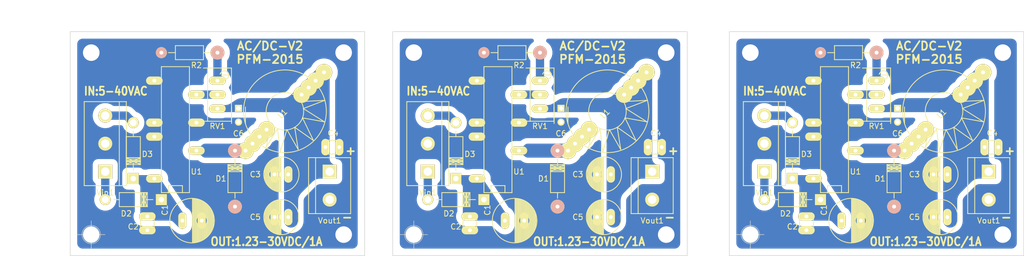
<source format=kicad_pcb>
(kicad_pcb (version 4) (host pcbnew "(after 2015-mar-04 BZR unknown)-product")

  (general
    (links 133)
    (no_connects 16)
    (area 7.81143 13.66 198.320046 62.45626)
    (thickness 1.6)
    (drawings 33)
    (tracks 30)
    (zones 0)
    (modules 75)
    (nets 9)
  )

  (page A4 portrait)
  (title_block
    (title "Fuente AC/DC TL2575")
    (date "martes, 02 de junio de 2015")
    (rev 2)
    (company PFM)
  )

  (layers
    (0 F.Cu signal)
    (31 B.Cu signal)
    (32 B.Adhes user)
    (33 F.Adhes user)
    (34 B.Paste user)
    (35 F.Paste user)
    (36 B.SilkS user)
    (37 F.SilkS user)
    (38 B.Mask user)
    (39 F.Mask user)
    (40 Dwgs.User user)
    (41 Cmts.User user)
    (42 Eco1.User user)
    (43 Eco2.User user)
    (44 Edge.Cuts user)
    (45 Margin user)
    (46 B.CrtYd user)
    (47 F.CrtYd user)
    (48 B.Fab user)
    (49 F.Fab user hide)
  )

  (setup
    (last_trace_width 1.5)
    (trace_clearance 0.8)
    (zone_clearance 1)
    (zone_45_only no)
    (trace_min 0.7)
    (segment_width 0.2)
    (edge_width 0.1)
    (via_size 2)
    (via_drill 0.7)
    (via_min_size 1.5)
    (via_min_drill 0.3)
    (uvia_size 0.3)
    (uvia_drill 0.1)
    (uvias_allowed no)
    (uvia_min_size 0.2)
    (uvia_min_drill 0.1)
    (pcb_text_width 0.3)
    (pcb_text_size 1.5 1.5)
    (mod_edge_width 0.15)
    (mod_text_size 1 1)
    (mod_text_width 0.15)
    (pad_size 2.99974 2.99974)
    (pad_drill 0.7)
    (pad_to_mask_clearance 0)
    (aux_axis_origin 24.13 55.88)
    (grid_origin 24.13 55.88)
    (visible_elements 7FFEF77F)
    (pcbplotparams
      (layerselection 0x01030_80000001)
      (usegerberextensions false)
      (excludeedgelayer true)
      (linewidth 0.100000)
      (plotframeref false)
      (viasonmask false)
      (mode 1)
      (useauxorigin false)
      (hpglpennumber 1)
      (hpglpenspeed 20)
      (hpglpendiameter 15)
      (hpglpenoverlay 2)
      (psnegative true)
      (psa4output false)
      (plotreference true)
      (plotvalue false)
      (plotinvisibletext false)
      (padsonsilk false)
      (subtractmaskfromsilk false)
      (outputformat 4)
      (mirror false)
      (drillshape 0)
      (scaleselection 1)
      (outputdirectory ""))
  )

  (net 0 "")
  (net 1 GND)
  (net 2 "Net-(C1-Pad1)")
  (net 3 "Net-(C3-Pad1)")
  (net 4 "Net-(D1-Pad2)")
  (net 5 "Net-(R2-Pad1)")
  (net 6 "Net-(RV1-Pad2)")
  (net 7 "Net-(D2-Pad1)")
  (net 8 "Net-(D3-Pad1)")

  (net_class Default "This is the default net class."
    (clearance 0.8)
    (trace_width 1.5)
    (via_dia 2)
    (via_drill 0.7)
    (uvia_dia 0.3)
    (uvia_drill 0.1)
    (add_net GND)
    (add_net "Net-(C1-Pad1)")
    (add_net "Net-(C3-Pad1)")
    (add_net "Net-(D1-Pad2)")
    (add_net "Net-(D2-Pad1)")
    (add_net "Net-(D3-Pad1)")
    (add_net "Net-(R2-Pad1)")
    (add_net "Net-(RV1-Pad2)")
  )

  (module Capacitors_ThroughHole:C_Disc_D3_P2.5 (layer F.Cu) (tedit 0) (tstamp 556E0A56)
    (at 109.22 32.9692 270)
    (descr "Capacitor 3mm Disc, Pitch 2.5mm")
    (tags Capacitor)
    (path /55689F71)
    (fp_text reference C6 (at 4.572 0 360) (layer F.SilkS)
      (effects (font (size 1 1) (thickness 0.15)))
    )
    (fp_text value 100nF (at 1.25 2.5 270) (layer F.Fab)
      (effects (font (size 1 1) (thickness 0.15)))
    )
    (fp_line (start -0.9 -1.5) (end 3.4 -1.5) (layer F.CrtYd) (width 0.05))
    (fp_line (start 3.4 -1.5) (end 3.4 1.5) (layer F.CrtYd) (width 0.05))
    (fp_line (start 3.4 1.5) (end -0.9 1.5) (layer F.CrtYd) (width 0.05))
    (fp_line (start -0.9 1.5) (end -0.9 -1.5) (layer F.CrtYd) (width 0.05))
    (fp_line (start -0.25 -1.25) (end 2.75 -1.25) (layer F.SilkS) (width 0.15))
    (fp_line (start 2.75 1.25) (end -0.25 1.25) (layer F.SilkS) (width 0.15))
    (pad 1 thru_hole rect (at 0 0 270) (size 1.3 1.3) (drill 0.8) (layers *.Cu *.Mask F.SilkS)
      (net 3 "Net-(C3-Pad1)"))
    (pad 2 thru_hole circle (at 2.5 0 270) (size 1.3 1.3) (drill 0.8001) (layers *.Cu *.Mask F.SilkS)
      (net 1 GND))
    (model Capacitors_ThroughHole.3dshapes/C_Disc_D3_P2.5.wrl
      (at (xyz 0.0492126 0 0))
      (scale (xyz 1 1 1))
      (rotate (xyz 0 0 0))
    )
  )

  (module Connect:1pin (layer F.Cu) (tedit 556A3E42) (tstamp 556E0A52)
    (at 114.3 36.83)
    (descr "module 1 pin (ou trou mecanique de percage)")
    (tags DEV)
    (fp_text reference REF** (at 0 -3.048) (layer F.SilkS) hide
      (effects (font (size 1 1) (thickness 0.15)))
    )
    (fp_text value 1pin (at 0 2.794) (layer F.Fab) hide
      (effects (font (size 1 1) (thickness 0.15)))
    )
    (pad 1 thru_hole circle (at 0 0) (size 2.99974 2.99974) (drill 0.7) (layers *.Cu *.Mask F.SilkS)
      (net 4 "Net-(D1-Pad2)"))
  )

  (module Connect:1pin (layer F.Cu) (tedit 556A3E42) (tstamp 556E0A4E)
    (at 113.03 38.1)
    (descr "module 1 pin (ou trou mecanique de percage)")
    (tags DEV)
    (fp_text reference REF** (at 0 -3.048) (layer F.SilkS) hide
      (effects (font (size 1 1) (thickness 0.15)))
    )
    (fp_text value 1pin (at 0 2.794) (layer F.Fab) hide
      (effects (font (size 1 1) (thickness 0.15)))
    )
    (pad 1 thru_hole circle (at 0 0) (size 2.99974 2.99974) (drill 0.7) (layers *.Cu *.Mask F.SilkS)
      (net 4 "Net-(D1-Pad2)"))
  )

  (module Connect:1pin (layer F.Cu) (tedit 556A3E42) (tstamp 556E0A4A)
    (at 111.76 39.37)
    (descr "module 1 pin (ou trou mecanique de percage)")
    (tags DEV)
    (fp_text reference REF** (at 0 -3.048) (layer F.SilkS) hide
      (effects (font (size 1 1) (thickness 0.15)))
    )
    (fp_text value 1pin (at 0 2.794) (layer F.Fab) hide
      (effects (font (size 1 1) (thickness 0.15)))
    )
    (pad 1 thru_hole circle (at 0 0) (size 2.99974 2.99974) (drill 0.7) (layers *.Cu *.Mask F.SilkS)
      (net 4 "Net-(D1-Pad2)"))
  )

  (module Capacitors_ThroughHole:C_Disc_D3_P2.5 (layer F.Cu) (tedit 551DB1AC) (tstamp 556E0A3F)
    (at 124.968 40.005)
    (descr "Capacitor 3mm Disc, Pitch 2.5mm")
    (tags Capacitor)
    (path /551AEDA3)
    (fp_text reference C4 (at 1.397 -2.54 180) (layer F.SilkS)
      (effects (font (size 1 1) (thickness 0.15)))
    )
    (fp_text value 100nF (at 1.016 -4.318) (layer F.Fab)
      (effects (font (size 1 1) (thickness 0.15)))
    )
    (fp_line (start -0.9 -1.5) (end 3.4 -1.5) (layer F.CrtYd) (width 0.05))
    (fp_line (start 3.4 -1.5) (end 3.4 1.5) (layer F.CrtYd) (width 0.05))
    (fp_line (start 3.4 1.5) (end -0.9 1.5) (layer F.CrtYd) (width 0.05))
    (fp_line (start -0.9 1.5) (end -0.9 -1.5) (layer F.CrtYd) (width 0.05))
    (fp_line (start -0.25 -1.25) (end 2.75 -1.25) (layer F.SilkS) (width 0.15))
    (fp_line (start 2.75 1.25) (end -0.25 1.25) (layer F.SilkS) (width 0.15))
    (pad 1 thru_hole oval (at 0 0 90) (size 3 1.5) (drill 0.7) (layers *.Cu *.Mask F.SilkS)
      (net 3 "Net-(C3-Pad1)"))
    (pad 2 thru_hole oval (at 2.5 0 90) (size 3 1.5) (drill 0.7) (layers *.Cu *.Mask F.SilkS)
      (net 1 GND))
    (model Capacitors_ThroughHole.3dshapes/C_Disc_D3_P2.5.wrl
      (at (xyz 0.0492126 0 0))
      (scale (xyz 1 1 1))
      (rotate (xyz 0 0 0))
    )
  )

  (module Choke_Toroid_ThroughHole:Choke_Toroid_horizontal_Diameter14mm_Amidon-T50 placed (layer F.Cu) (tedit 551DB0ED) (tstamp 556E0A26)
    (at 117.6311 33.4989 45)
    (descr "Choke, Inductance, Toroid, horizontal, laying, Diameter 14mm, Amidon T50,")
    (tags "Choke, Inductance, Toroid, horizontal, laying, Diameter 14mm, Amidon T50,")
    (path /551AE8A6)
    (fp_text reference L1 (at -0.635 0 45) (layer F.SilkS)
      (effects (font (size 1 1) (thickness 0.15)))
    )
    (fp_text value 220uH (at 9.652 -3.556 45) (layer F.Fab)
      (effects (font (size 1 1) (thickness 0.15)))
    )
    (fp_line (start -7.50062 0) (end -3.50012 0) (layer F.SilkS) (width 0.15))
    (fp_line (start -3.50012 0) (end -7.00024 2.19964) (layer F.SilkS) (width 0.15))
    (fp_line (start -7.00024 2.19964) (end -3.2004 1.30048) (layer F.SilkS) (width 0.15))
    (fp_line (start -3.2004 1.30048) (end -5.79882 4.59994) (layer F.SilkS) (width 0.15))
    (fp_line (start -5.79882 4.59994) (end -2.10058 2.60096) (layer F.SilkS) (width 0.15))
    (fp_line (start -2.10058 2.60096) (end -3.2004 6.59892) (layer F.SilkS) (width 0.15))
    (fp_line (start -3.2004 6.59892) (end -0.8001 3.29946) (layer F.SilkS) (width 0.15))
    (fp_line (start -0.8001 3.29946) (end -0.09906 7.39902) (layer F.SilkS) (width 0.15))
    (fp_line (start -0.09906 7.39902) (end 1.39954 3.0988) (layer F.SilkS) (width 0.15))
    (fp_line (start 1.39954 3.0988) (end 3.70078 6.4008) (layer F.SilkS) (width 0.15))
    (fp_line (start 3.70078 6.4008) (end 2.70002 1.99898) (layer F.SilkS) (width 0.15))
    (fp_line (start 2.70002 1.99898) (end 6.49986 3.70078) (layer F.SilkS) (width 0.15))
    (fp_line (start 6.49986 3.70078) (end 3.29946 0.8001) (layer F.SilkS) (width 0.15))
    (fp_line (start 3.29946 0.8001) (end 7.39902 1.09982) (layer F.SilkS) (width 0.15))
    (fp_line (start 7.39902 1.09982) (end 3.40106 -0.09906) (layer F.SilkS) (width 0.15))
    (fp_line (start 3.40106 -0.09906) (end 7.50062 0) (layer F.SilkS) (width 0.15))
    (fp_circle (center 0 0) (end 3.40106 0) (layer F.SilkS) (width 0.15))
    (fp_circle (center 0 0) (end 7.50062 0) (layer F.SilkS) (width 0.15))
    (fp_text user End (at 9.90092 2.54 45) (layer F.SilkS) hide
      (effects (font (size 1 1) (thickness 0.15)))
    )
    (fp_text user Start (at -10.16 -2.54 45) (layer F.SilkS) hide
      (effects (font (size 1 1) (thickness 0.15)))
    )
    (pad 1 thru_hole circle (at -10.09904 0 45) (size 2.99974 2.99974) (drill 0.7) (layers *.Cu *.Mask F.SilkS)
      (net 4 "Net-(D1-Pad2)"))
    (pad 2 thru_hole circle (at 9.99998 0 45) (size 2.99974 2.99974) (drill 0.7) (layers *.Cu *.Mask F.SilkS)
      (net 3 "Net-(C3-Pad1)"))
  )

  (module Capacitors_ThroughHole:C_Radial_D6.3_L11.2_P2.5 (layer F.Cu) (tedit 5565CB27) (tstamp 556E09FA)
    (at 118.237 52.705 180)
    (descr "Radial Electrolytic Capacitor, Diameter 6.3mm x Length 11.2mm, Pitch 2.5mm")
    (tags "Electrolytic Capacitor")
    (path /5565CBDE)
    (fp_text reference C5 (at 5.969 0 180) (layer F.SilkS)
      (effects (font (size 1 1) (thickness 0.15)))
    )
    (fp_text value 100uF (at 1.25 4.4 180) (layer F.Fab)
      (effects (font (size 1 1) (thickness 0.15)))
    )
    (fp_line (start 1.325 -3.149) (end 1.325 3.149) (layer F.SilkS) (width 0.15))
    (fp_line (start 1.465 -3.143) (end 1.465 3.143) (layer F.SilkS) (width 0.15))
    (fp_line (start 1.605 -3.13) (end 1.605 -0.446) (layer F.SilkS) (width 0.15))
    (fp_line (start 1.605 0.446) (end 1.605 3.13) (layer F.SilkS) (width 0.15))
    (fp_line (start 1.745 -3.111) (end 1.745 -0.656) (layer F.SilkS) (width 0.15))
    (fp_line (start 1.745 0.656) (end 1.745 3.111) (layer F.SilkS) (width 0.15))
    (fp_line (start 1.885 -3.085) (end 1.885 -0.789) (layer F.SilkS) (width 0.15))
    (fp_line (start 1.885 0.789) (end 1.885 3.085) (layer F.SilkS) (width 0.15))
    (fp_line (start 2.025 -3.053) (end 2.025 -0.88) (layer F.SilkS) (width 0.15))
    (fp_line (start 2.025 0.88) (end 2.025 3.053) (layer F.SilkS) (width 0.15))
    (fp_line (start 2.165 -3.014) (end 2.165 -0.942) (layer F.SilkS) (width 0.15))
    (fp_line (start 2.165 0.942) (end 2.165 3.014) (layer F.SilkS) (width 0.15))
    (fp_line (start 2.305 -2.968) (end 2.305 -0.981) (layer F.SilkS) (width 0.15))
    (fp_line (start 2.305 0.981) (end 2.305 2.968) (layer F.SilkS) (width 0.15))
    (fp_line (start 2.445 -2.915) (end 2.445 -0.998) (layer F.SilkS) (width 0.15))
    (fp_line (start 2.445 0.998) (end 2.445 2.915) (layer F.SilkS) (width 0.15))
    (fp_line (start 2.585 -2.853) (end 2.585 -0.996) (layer F.SilkS) (width 0.15))
    (fp_line (start 2.585 0.996) (end 2.585 2.853) (layer F.SilkS) (width 0.15))
    (fp_line (start 2.725 -2.783) (end 2.725 -0.974) (layer F.SilkS) (width 0.15))
    (fp_line (start 2.725 0.974) (end 2.725 2.783) (layer F.SilkS) (width 0.15))
    (fp_line (start 2.865 -2.704) (end 2.865 -0.931) (layer F.SilkS) (width 0.15))
    (fp_line (start 2.865 0.931) (end 2.865 2.704) (layer F.SilkS) (width 0.15))
    (fp_line (start 3.005 -2.616) (end 3.005 -0.863) (layer F.SilkS) (width 0.15))
    (fp_line (start 3.005 0.863) (end 3.005 2.616) (layer F.SilkS) (width 0.15))
    (fp_line (start 3.145 -2.516) (end 3.145 -0.764) (layer F.SilkS) (width 0.15))
    (fp_line (start 3.145 0.764) (end 3.145 2.516) (layer F.SilkS) (width 0.15))
    (fp_line (start 3.285 -2.404) (end 3.285 -0.619) (layer F.SilkS) (width 0.15))
    (fp_line (start 3.285 0.619) (end 3.285 2.404) (layer F.SilkS) (width 0.15))
    (fp_line (start 3.425 -2.279) (end 3.425 -0.38) (layer F.SilkS) (width 0.15))
    (fp_line (start 3.425 0.38) (end 3.425 2.279) (layer F.SilkS) (width 0.15))
    (fp_line (start 3.565 -2.136) (end 3.565 2.136) (layer F.SilkS) (width 0.15))
    (fp_line (start 3.705 -1.974) (end 3.705 1.974) (layer F.SilkS) (width 0.15))
    (fp_line (start 3.845 -1.786) (end 3.845 1.786) (layer F.SilkS) (width 0.15))
    (fp_line (start 3.985 -1.563) (end 3.985 1.563) (layer F.SilkS) (width 0.15))
    (fp_line (start 4.125 -1.287) (end 4.125 1.287) (layer F.SilkS) (width 0.15))
    (fp_line (start 4.265 -0.912) (end 4.265 0.912) (layer F.SilkS) (width 0.15))
    (fp_circle (center 2.5 0) (end 2.5 -1) (layer F.SilkS) (width 0.15))
    (fp_circle (center 1.25 0) (end 1.25 -3.1875) (layer F.SilkS) (width 0.15))
    (fp_circle (center 1.25 0) (end 1.25 -3.4) (layer F.CrtYd) (width 0.05))
    (pad 2 thru_hole oval (at 2.5 0 270) (size 3 1.5) (drill 0.7) (layers *.Cu *.Mask F.SilkS)
      (net 1 GND))
    (pad 1 thru_hole oval (at 0 0 270) (size 3 1.5) (drill 0.7) (layers *.Cu *.Mask F.SilkS)
      (net 3 "Net-(C3-Pad1)"))
    (model Capacitors_ThroughHole.3dshapes/C_Radial_D6.3_L11.2_P2.5.wrl
      (at (xyz 0 0 0))
      (scale (xyz 1 1 1))
      (rotate (xyz 0 0 0))
    )
  )

  (module Diodes_ThroughHole:Diode_DO-41_SOD81_Horizontal_RM10 placed (layer F.Cu) (tedit 551FE7D7) (tstamp 556E09E7)
    (at 108.585 45.72 90)
    (descr "Diode, DO-41, SOD81, Horizontal, RM 10mm,")
    (tags "Diode, DO-41, SOD81, Horizontal, RM 10mm, 1N4007, SB140,")
    (path /551AE766)
    (fp_text reference D1 (at 0 -2.54 360) (layer F.SilkS)
      (effects (font (size 1 1) (thickness 0.15)))
    )
    (fp_text value D_Schottky (at 1.27 -2.54 90) (layer F.Fab) hide
      (effects (font (size 1 1) (thickness 0.15)))
    )
    (fp_line (start -2.54 0) (end -3.556 0) (layer F.SilkS) (width 0.15))
    (fp_line (start 2.286 0) (end 3.556 0) (layer F.SilkS) (width 0.15))
    (fp_line (start 2.032 -1.27) (end 2.032 1.27) (layer F.SilkS) (width 0.15))
    (fp_line (start 1.778 -1.27) (end 1.778 1.27) (layer F.SilkS) (width 0.15))
    (fp_line (start 1.524 -1.27) (end 1.524 1.27) (layer F.SilkS) (width 0.15))
    (fp_line (start 2.286 -1.27) (end 2.286 1.27) (layer F.SilkS) (width 0.15))
    (fp_line (start 1.27 -1.27) (end 2.54 1.27) (layer F.SilkS) (width 0.15))
    (fp_line (start 2.54 -1.27) (end 1.27 1.27) (layer F.SilkS) (width 0.15))
    (fp_line (start 1.27 -1.27) (end 1.27 1.27) (layer F.SilkS) (width 0.15))
    (fp_line (start 1.905 -1.27) (end 1.905 1.27) (layer F.SilkS) (width 0.15))
    (fp_line (start 2.54 1.27) (end 2.54 -1.27) (layer F.SilkS) (width 0.15))
    (fp_line (start 2.54 -1.27) (end -2.54 -1.27) (layer F.SilkS) (width 0.15))
    (fp_line (start -2.54 -1.27) (end -2.54 1.27) (layer F.SilkS) (width 0.15))
    (fp_line (start -2.54 1.27) (end 2.54 1.27) (layer F.SilkS) (width 0.15))
    (pad 1 thru_hole circle (at -5.08 0 90) (size 2.5 2.5) (drill 0.7) (layers *.Cu *.SilkS *.Mask)
      (net 1 GND))
    (pad 2 thru_hole circle (at 5.08 0 90) (size 2.5 2.5) (drill 0.7) (layers *.Cu *.SilkS *.Mask)
      (net 4 "Net-(D1-Pad2)"))
  )

  (module Capacitors_ThroughHole:C_Radial_D6.3_L11.2_P2.5 (layer F.Cu) (tedit 551EE1DF) (tstamp 556E09BB)
    (at 118.237 44.958 180)
    (descr "Radial Electrolytic Capacitor, Diameter 6.3mm x Length 11.2mm, Pitch 2.5mm")
    (tags "Electrolytic Capacitor")
    (path /551AED38)
    (fp_text reference C3 (at 5.969 0 180) (layer F.SilkS)
      (effects (font (size 1 1) (thickness 0.15)))
    )
    (fp_text value 100uF (at -3.556 3.048 180) (layer F.Fab)
      (effects (font (size 1 1) (thickness 0.15)))
    )
    (fp_line (start 1.325 -3.149) (end 1.325 3.149) (layer F.SilkS) (width 0.15))
    (fp_line (start 1.465 -3.143) (end 1.465 3.143) (layer F.SilkS) (width 0.15))
    (fp_line (start 1.605 -3.13) (end 1.605 -0.446) (layer F.SilkS) (width 0.15))
    (fp_line (start 1.605 0.446) (end 1.605 3.13) (layer F.SilkS) (width 0.15))
    (fp_line (start 1.745 -3.111) (end 1.745 -0.656) (layer F.SilkS) (width 0.15))
    (fp_line (start 1.745 0.656) (end 1.745 3.111) (layer F.SilkS) (width 0.15))
    (fp_line (start 1.885 -3.085) (end 1.885 -0.789) (layer F.SilkS) (width 0.15))
    (fp_line (start 1.885 0.789) (end 1.885 3.085) (layer F.SilkS) (width 0.15))
    (fp_line (start 2.025 -3.053) (end 2.025 -0.88) (layer F.SilkS) (width 0.15))
    (fp_line (start 2.025 0.88) (end 2.025 3.053) (layer F.SilkS) (width 0.15))
    (fp_line (start 2.165 -3.014) (end 2.165 -0.942) (layer F.SilkS) (width 0.15))
    (fp_line (start 2.165 0.942) (end 2.165 3.014) (layer F.SilkS) (width 0.15))
    (fp_line (start 2.305 -2.968) (end 2.305 -0.981) (layer F.SilkS) (width 0.15))
    (fp_line (start 2.305 0.981) (end 2.305 2.968) (layer F.SilkS) (width 0.15))
    (fp_line (start 2.445 -2.915) (end 2.445 -0.998) (layer F.SilkS) (width 0.15))
    (fp_line (start 2.445 0.998) (end 2.445 2.915) (layer F.SilkS) (width 0.15))
    (fp_line (start 2.585 -2.853) (end 2.585 -0.996) (layer F.SilkS) (width 0.15))
    (fp_line (start 2.585 0.996) (end 2.585 2.853) (layer F.SilkS) (width 0.15))
    (fp_line (start 2.725 -2.783) (end 2.725 -0.974) (layer F.SilkS) (width 0.15))
    (fp_line (start 2.725 0.974) (end 2.725 2.783) (layer F.SilkS) (width 0.15))
    (fp_line (start 2.865 -2.704) (end 2.865 -0.931) (layer F.SilkS) (width 0.15))
    (fp_line (start 2.865 0.931) (end 2.865 2.704) (layer F.SilkS) (width 0.15))
    (fp_line (start 3.005 -2.616) (end 3.005 -0.863) (layer F.SilkS) (width 0.15))
    (fp_line (start 3.005 0.863) (end 3.005 2.616) (layer F.SilkS) (width 0.15))
    (fp_line (start 3.145 -2.516) (end 3.145 -0.764) (layer F.SilkS) (width 0.15))
    (fp_line (start 3.145 0.764) (end 3.145 2.516) (layer F.SilkS) (width 0.15))
    (fp_line (start 3.285 -2.404) (end 3.285 -0.619) (layer F.SilkS) (width 0.15))
    (fp_line (start 3.285 0.619) (end 3.285 2.404) (layer F.SilkS) (width 0.15))
    (fp_line (start 3.425 -2.279) (end 3.425 -0.38) (layer F.SilkS) (width 0.15))
    (fp_line (start 3.425 0.38) (end 3.425 2.279) (layer F.SilkS) (width 0.15))
    (fp_line (start 3.565 -2.136) (end 3.565 2.136) (layer F.SilkS) (width 0.15))
    (fp_line (start 3.705 -1.974) (end 3.705 1.974) (layer F.SilkS) (width 0.15))
    (fp_line (start 3.845 -1.786) (end 3.845 1.786) (layer F.SilkS) (width 0.15))
    (fp_line (start 3.985 -1.563) (end 3.985 1.563) (layer F.SilkS) (width 0.15))
    (fp_line (start 4.125 -1.287) (end 4.125 1.287) (layer F.SilkS) (width 0.15))
    (fp_line (start 4.265 -0.912) (end 4.265 0.912) (layer F.SilkS) (width 0.15))
    (fp_circle (center 2.5 0) (end 2.5 -1) (layer F.SilkS) (width 0.15))
    (fp_circle (center 1.25 0) (end 1.25 -3.1875) (layer F.SilkS) (width 0.15))
    (fp_circle (center 1.25 0) (end 1.25 -3.4) (layer F.CrtYd) (width 0.05))
    (pad 2 thru_hole oval (at 2.5 0 270) (size 3 1.5) (drill 0.7) (layers *.Cu *.Mask F.SilkS)
      (net 1 GND))
    (pad 1 thru_hole oval (at 0 0 270) (size 3 1.5) (drill 0.7) (layers *.Cu *.Mask F.SilkS)
      (net 3 "Net-(C3-Pad1)"))
    (model Capacitors_ThroughHole.3dshapes/C_Radial_D6.3_L11.2_P2.5.wrl
      (at (xyz 0 0 0))
      (scale (xyz 1 1 1))
      (rotate (xyz 0 0 0))
    )
  )

  (module Mounting_Holes:MountingHole_3mm locked (layer F.Cu) (tedit 5532CFF6) (tstamp 556E09B6)
    (at 128.27 55.88)
    (descr "Mounting hole, Befestigungsbohrung, 3mm, No Annular, Kein Restring,")
    (tags "Mounting hole, Befestigungsbohrung, 3mm, No Annular, Kein Restring,")
    (fp_text reference REF** (at 0 3.81) (layer F.SilkS) hide
      (effects (font (size 1 1) (thickness 0.15)))
    )
    (fp_text value MountingHole_3mm (at 1.00076 5.00126) (layer F.Fab) hide
      (effects (font (size 1 1) (thickness 0.15)))
    )
    (fp_circle (center 0 0) (end 2.99974 0) (layer Cmts.User) (width 0.381))
    (pad 1 thru_hole circle (at 0 0) (size 2.99974 2.99974) (drill 2.99974) (layers B.Cu)
      (net 1 GND))
  )

  (module Connect:bornier2 (layer F.Cu) (tedit 0) (tstamp 556E09AC)
    (at 125.73 46.99 270)
    (descr "Bornier d'alimentation 2 pins")
    (tags DEV)
    (path /551AF1CE)
    (fp_text reference Vout1 (at 6.35 0 360) (layer F.SilkS)
      (effects (font (size 1 1) (thickness 0.15)))
    )
    (fp_text value VOUT (at 0 5.08 270) (layer F.Fab)
      (effects (font (size 1 1) (thickness 0.15)))
    )
    (fp_line (start 5.08 2.54) (end -5.08 2.54) (layer F.SilkS) (width 0.15))
    (fp_line (start 5.08 3.81) (end 5.08 -3.81) (layer F.SilkS) (width 0.15))
    (fp_line (start 5.08 -3.81) (end -5.08 -3.81) (layer F.SilkS) (width 0.15))
    (fp_line (start -5.08 -3.81) (end -5.08 3.81) (layer F.SilkS) (width 0.15))
    (fp_line (start -5.08 3.81) (end 5.08 3.81) (layer F.SilkS) (width 0.15))
    (pad 1 thru_hole rect (at -2.54 0 270) (size 2.54 2.54) (drill 1.524) (layers *.Cu *.Mask F.SilkS)
      (net 3 "Net-(C3-Pad1)"))
    (pad 2 thru_hole circle (at 2.54 0 270) (size 2.54 2.54) (drill 1.524) (layers *.Cu *.Mask F.SilkS)
      (net 1 GND))
    (model Connect.3dshapes/bornier2.wrl
      (at (xyz 0 0 0))
      (scale (xyz 1 1 1))
      (rotate (xyz 0 0 0))
    )
  )

  (module Connect:1pin (layer F.Cu) (tedit 556786D9) (tstamp 556E09A8)
    (at 123.19 27.94)
    (descr "module 1 pin (ou trou mecanique de percage)")
    (tags DEV)
    (fp_text reference REF** (at 0 -3.048) (layer F.SilkS) hide
      (effects (font (size 1 1) (thickness 0.15)))
    )
    (fp_text value 1pin (at 0 2.794) (layer F.Fab) hide
      (effects (font (size 1 1) (thickness 0.15)))
    )
    (pad 1 thru_hole circle (at 0 0) (size 2.99974 2.99974) (drill 0.7) (layers *.Cu *.Mask F.SilkS)
      (net 3 "Net-(C3-Pad1)"))
  )

  (module Connect:1pin (layer F.Cu) (tedit 556786D4) (tstamp 556E09A4)
    (at 121.92 29.21)
    (descr "module 1 pin (ou trou mecanique de percage)")
    (tags DEV)
    (fp_text reference REF** (at 0 -3.048) (layer F.SilkS) hide
      (effects (font (size 1 1) (thickness 0.15)))
    )
    (fp_text value 1pin (at 0 2.794) (layer F.Fab) hide
      (effects (font (size 1 1) (thickness 0.15)))
    )
    (pad 1 thru_hole circle (at 0 0) (size 2.99974 2.99974) (drill 0.7) (layers *.Cu *.Mask F.SilkS)
      (net 3 "Net-(C3-Pad1)"))
  )

  (module Connect:1pin (layer F.Cu) (tedit 556786CF) (tstamp 556E09A0)
    (at 120.65 30.48)
    (descr "module 1 pin (ou trou mecanique de percage)")
    (tags DEV)
    (fp_text reference REF** (at 0 -3.048) (layer F.SilkS) hide
      (effects (font (size 1 1) (thickness 0.15)))
    )
    (fp_text value 1pin (at 0 2.794) (layer F.Fab) hide
      (effects (font (size 1 1) (thickness 0.15)))
    )
    (pad 1 thru_hole circle (at 0 0) (size 2.99974 2.99974) (drill 0.7) (layers *.Cu *.Mask F.SilkS)
      (net 3 "Net-(C3-Pad1)"))
  )

  (module Mounting_Holes:MountingHole_3mm locked (layer F.Cu) (tedit 5532CFF2) (tstamp 556E099B)
    (at 128.27 22.86)
    (descr "Mounting hole, Befestigungsbohrung, 3mm, No Annular, Kein Restring,")
    (tags "Mounting hole, Befestigungsbohrung, 3mm, No Annular, Kein Restring,")
    (fp_text reference REF** (at 0 -4.0005) (layer F.SilkS) hide
      (effects (font (size 1 1) (thickness 0.15)))
    )
    (fp_text value MountingHole_3mm (at 0 -6.35) (layer F.Fab) hide
      (effects (font (size 1 1) (thickness 0.15)))
    )
    (fp_circle (center 0 0) (end 2.99974 0) (layer Cmts.User) (width 0.381))
    (pad 1 thru_hole circle (at 0 0) (size 2.99974 2.99974) (drill 2.99974) (layers B.Cu)
      (net 1 GND))
  )

  (module Diodes_ThroughHole:Diode_DO-41_SOD81_Horizontal_RM10 (layer F.Cu) (tedit 0) (tstamp 556E0988)
    (at 90.17 49.53)
    (descr "Diode, DO-41, SOD81, Horizontal, RM 10mm,")
    (tags "Diode, DO-41, SOD81, Horizontal, RM 10mm, 1N4007, SB140,")
    (path /5564B16C)
    (fp_text reference D2 (at -1.27 2.54) (layer F.SilkS)
      (effects (font (size 1 1) (thickness 0.15)))
    )
    (fp_text value D (at -1.016 -3.556) (layer F.Fab)
      (effects (font (size 1 1) (thickness 0.15)))
    )
    (fp_line (start -2.54 0) (end -3.556 0) (layer F.SilkS) (width 0.15))
    (fp_line (start 2.286 0) (end 3.556 0) (layer F.SilkS) (width 0.15))
    (fp_line (start 2.032 -1.27) (end 2.032 1.27) (layer F.SilkS) (width 0.15))
    (fp_line (start 1.778 -1.27) (end 1.778 1.27) (layer F.SilkS) (width 0.15))
    (fp_line (start 1.524 -1.27) (end 1.524 1.27) (layer F.SilkS) (width 0.15))
    (fp_line (start 2.286 -1.27) (end 2.286 1.27) (layer F.SilkS) (width 0.15))
    (fp_line (start 1.27 -1.27) (end 2.54 1.27) (layer F.SilkS) (width 0.15))
    (fp_line (start 2.54 -1.27) (end 1.27 1.27) (layer F.SilkS) (width 0.15))
    (fp_line (start 1.27 -1.27) (end 1.27 1.27) (layer F.SilkS) (width 0.15))
    (fp_line (start 1.905 -1.27) (end 1.905 1.27) (layer F.SilkS) (width 0.15))
    (fp_line (start 2.54 1.27) (end 2.54 -1.27) (layer F.SilkS) (width 0.15))
    (fp_line (start 2.54 -1.27) (end -2.54 -1.27) (layer F.SilkS) (width 0.15))
    (fp_line (start -2.54 -1.27) (end -2.54 1.27) (layer F.SilkS) (width 0.15))
    (fp_line (start -2.54 1.27) (end 2.54 1.27) (layer F.SilkS) (width 0.15))
    (pad 1 thru_hole circle (at -5.08 0) (size 1.99898 1.99898) (drill 1.27) (layers *.Cu *.Mask F.SilkS)
      (net 7 "Net-(D2-Pad1)"))
    (pad 2 thru_hole rect (at 5.08 0) (size 1.99898 1.99898) (drill 1.00076) (layers *.Cu *.Mask F.SilkS)
      (net 2 "Net-(C1-Pad1)"))
  )

  (module Capacitors_ThroughHole:C_Disc_D3_P2.5 (layer F.Cu) (tedit 551DB191) (tstamp 556E097D)
    (at 92.71 52.578 270)
    (descr "Capacitor 3mm Disc, Pitch 2.5mm")
    (tags Capacitor)
    (path /551AEDE2)
    (fp_text reference C2 (at 1.865 2.54 360) (layer F.SilkS)
      (effects (font (size 1 1) (thickness 0.15)))
    )
    (fp_text value 100nF (at 6.858 -0.254 360) (layer F.Fab)
      (effects (font (size 1 1) (thickness 0.15)))
    )
    (fp_line (start -0.9 -1.5) (end 3.4 -1.5) (layer F.CrtYd) (width 0.05))
    (fp_line (start 3.4 -1.5) (end 3.4 1.5) (layer F.CrtYd) (width 0.05))
    (fp_line (start 3.4 1.5) (end -0.9 1.5) (layer F.CrtYd) (width 0.05))
    (fp_line (start -0.9 1.5) (end -0.9 -1.5) (layer F.CrtYd) (width 0.05))
    (fp_line (start -0.25 -1.25) (end 2.75 -1.25) (layer F.SilkS) (width 0.15))
    (fp_line (start 2.75 1.25) (end -0.25 1.25) (layer F.SilkS) (width 0.15))
    (pad 1 thru_hole oval (at 0 0) (size 3 1.5) (drill 0.7) (layers *.Cu *.Mask F.SilkS)
      (net 2 "Net-(C1-Pad1)"))
    (pad 2 thru_hole oval (at 2.5 0) (size 3 1.5) (drill 0.7) (layers *.Cu *.Mask F.SilkS)
      (net 1 GND))
    (model Capacitors_ThroughHole.3dshapes/C_Disc_D3_P2.5.wrl
      (at (xyz 0.0492126 0 0))
      (scale (xyz 1 1 1))
      (rotate (xyz 0 0 0))
    )
  )

  (module Capacitors_ThroughHole:C_Radial_D8_L11.5_P3.5 (layer F.Cu) (tedit 551DB1A4) (tstamp 556E0949)
    (at 99.06 53.34)
    (descr "Radial Electrolytic Capacitor Diameter 8mm x Length 11.5mm, Pitch 3.5mm")
    (tags "Electrolytic Capacitor")
    (path /551AED83)
    (fp_text reference C1 (at -3.175 -1.905 90) (layer F.SilkS)
      (effects (font (size 1 1) (thickness 0.15)))
    )
    (fp_text value 3300uF (at 6.858 0.254 90) (layer F.Fab)
      (effects (font (size 1 1) (thickness 0.15)))
    )
    (fp_line (start 1.825 -3.999) (end 1.825 3.999) (layer F.SilkS) (width 0.15))
    (fp_line (start 1.965 -3.994) (end 1.965 3.994) (layer F.SilkS) (width 0.15))
    (fp_line (start 2.105 -3.984) (end 2.105 3.984) (layer F.SilkS) (width 0.15))
    (fp_line (start 2.245 -3.969) (end 2.245 3.969) (layer F.SilkS) (width 0.15))
    (fp_line (start 2.385 -3.949) (end 2.385 3.949) (layer F.SilkS) (width 0.15))
    (fp_line (start 2.525 -3.924) (end 2.525 -0.222) (layer F.SilkS) (width 0.15))
    (fp_line (start 2.525 0.222) (end 2.525 3.924) (layer F.SilkS) (width 0.15))
    (fp_line (start 2.665 -3.894) (end 2.665 -0.55) (layer F.SilkS) (width 0.15))
    (fp_line (start 2.665 0.55) (end 2.665 3.894) (layer F.SilkS) (width 0.15))
    (fp_line (start 2.805 -3.858) (end 2.805 -0.719) (layer F.SilkS) (width 0.15))
    (fp_line (start 2.805 0.719) (end 2.805 3.858) (layer F.SilkS) (width 0.15))
    (fp_line (start 2.945 -3.817) (end 2.945 -0.832) (layer F.SilkS) (width 0.15))
    (fp_line (start 2.945 0.832) (end 2.945 3.817) (layer F.SilkS) (width 0.15))
    (fp_line (start 3.085 -3.771) (end 3.085 -0.91) (layer F.SilkS) (width 0.15))
    (fp_line (start 3.085 0.91) (end 3.085 3.771) (layer F.SilkS) (width 0.15))
    (fp_line (start 3.225 -3.718) (end 3.225 -0.961) (layer F.SilkS) (width 0.15))
    (fp_line (start 3.225 0.961) (end 3.225 3.718) (layer F.SilkS) (width 0.15))
    (fp_line (start 3.365 -3.659) (end 3.365 -0.991) (layer F.SilkS) (width 0.15))
    (fp_line (start 3.365 0.991) (end 3.365 3.659) (layer F.SilkS) (width 0.15))
    (fp_line (start 3.505 -3.594) (end 3.505 -1) (layer F.SilkS) (width 0.15))
    (fp_line (start 3.505 1) (end 3.505 3.594) (layer F.SilkS) (width 0.15))
    (fp_line (start 3.645 -3.523) (end 3.645 -0.989) (layer F.SilkS) (width 0.15))
    (fp_line (start 3.645 0.989) (end 3.645 3.523) (layer F.SilkS) (width 0.15))
    (fp_line (start 3.785 -3.444) (end 3.785 -0.959) (layer F.SilkS) (width 0.15))
    (fp_line (start 3.785 0.959) (end 3.785 3.444) (layer F.SilkS) (width 0.15))
    (fp_line (start 3.925 -3.357) (end 3.925 -0.905) (layer F.SilkS) (width 0.15))
    (fp_line (start 3.925 0.905) (end 3.925 3.357) (layer F.SilkS) (width 0.15))
    (fp_line (start 4.065 -3.262) (end 4.065 -0.825) (layer F.SilkS) (width 0.15))
    (fp_line (start 4.065 0.825) (end 4.065 3.262) (layer F.SilkS) (width 0.15))
    (fp_line (start 4.205 -3.158) (end 4.205 -0.709) (layer F.SilkS) (width 0.15))
    (fp_line (start 4.205 0.709) (end 4.205 3.158) (layer F.SilkS) (width 0.15))
    (fp_line (start 4.345 -3.044) (end 4.345 -0.535) (layer F.SilkS) (width 0.15))
    (fp_line (start 4.345 0.535) (end 4.345 3.044) (layer F.SilkS) (width 0.15))
    (fp_line (start 4.485 -2.919) (end 4.485 -0.173) (layer F.SilkS) (width 0.15))
    (fp_line (start 4.485 0.173) (end 4.485 2.919) (layer F.SilkS) (width 0.15))
    (fp_line (start 4.625 -2.781) (end 4.625 2.781) (layer F.SilkS) (width 0.15))
    (fp_line (start 4.765 -2.629) (end 4.765 2.629) (layer F.SilkS) (width 0.15))
    (fp_line (start 4.905 -2.459) (end 4.905 2.459) (layer F.SilkS) (width 0.15))
    (fp_line (start 5.045 -2.268) (end 5.045 2.268) (layer F.SilkS) (width 0.15))
    (fp_line (start 5.185 -2.05) (end 5.185 2.05) (layer F.SilkS) (width 0.15))
    (fp_line (start 5.325 -1.794) (end 5.325 1.794) (layer F.SilkS) (width 0.15))
    (fp_line (start 5.465 -1.483) (end 5.465 1.483) (layer F.SilkS) (width 0.15))
    (fp_line (start 5.605 -1.067) (end 5.605 1.067) (layer F.SilkS) (width 0.15))
    (fp_line (start 5.745 -0.2) (end 5.745 0.2) (layer F.SilkS) (width 0.15))
    (fp_circle (center 3.5 0) (end 3.5 -1) (layer F.SilkS) (width 0.15))
    (fp_circle (center 1.75 0) (end 1.75 -4.0375) (layer F.SilkS) (width 0.15))
    (fp_circle (center 1.75 0) (end 1.75 -4.3) (layer F.CrtYd) (width 0.05))
    (pad 2 thru_hole oval (at 3.5 0 90) (size 3 1.5) (drill 0.7) (layers *.Cu *.Mask F.SilkS)
      (net 1 GND))
    (pad 1 thru_hole oval (at 0 0 90) (size 3 1.5) (drill 0.7) (layers *.Cu *.Mask F.SilkS)
      (net 2 "Net-(C1-Pad1)"))
    (model Capacitors_ThroughHole.3dshapes/C_Radial_D8_L11.5_P3.5.wrl
      (at (xyz 0 0 0))
      (scale (xyz 1 1 1))
      (rotate (xyz 0 0 0))
    )
  )

  (module Mounting_Holes:MountingHole_3mm locked (layer F.Cu) (tedit 5532CFF9) (tstamp 556E0944)
    (at 82.55 55.88)
    (descr "Mounting hole, Befestigungsbohrung, 3mm, No Annular, Kein Restring,")
    (tags "Mounting hole, Befestigungsbohrung, 3mm, No Annular, Kein Restring,")
    (fp_text reference REF** (at 0 3.81) (layer F.SilkS) hide
      (effects (font (size 1 1) (thickness 0.15)))
    )
    (fp_text value MountingHole_3mm (at 1.00076 5.00126) (layer F.Fab) hide
      (effects (font (size 1 1) (thickness 0.15)))
    )
    (fp_circle (center 0 0) (end 2.99974 0) (layer Cmts.User) (width 0.381))
    (pad 1 thru_hole circle (at 0 0) (size 2.99974 2.99974) (drill 2.99974) (layers B.Cu)
      (net 1 GND))
  )

  (module Diodes_ThroughHole:Diode_DO-41_SOD81_Horizontal_RM10 (layer F.Cu) (tedit 0) (tstamp 556E0931)
    (at 90.17 40.64 270)
    (descr "Diode, DO-41, SOD81, Horizontal, RM 10mm,")
    (tags "Diode, DO-41, SOD81, Horizontal, RM 10mm, 1N4007, SB140,")
    (path /5564B2C0)
    (fp_text reference D3 (at 0.635 -2.54 360) (layer F.SilkS)
      (effects (font (size 1 1) (thickness 0.15)))
    )
    (fp_text value D (at -1.016 -3.556 270) (layer F.Fab)
      (effects (font (size 1 1) (thickness 0.15)))
    )
    (fp_line (start -2.54 0) (end -3.556 0) (layer F.SilkS) (width 0.15))
    (fp_line (start 2.286 0) (end 3.556 0) (layer F.SilkS) (width 0.15))
    (fp_line (start 2.032 -1.27) (end 2.032 1.27) (layer F.SilkS) (width 0.15))
    (fp_line (start 1.778 -1.27) (end 1.778 1.27) (layer F.SilkS) (width 0.15))
    (fp_line (start 1.524 -1.27) (end 1.524 1.27) (layer F.SilkS) (width 0.15))
    (fp_line (start 2.286 -1.27) (end 2.286 1.27) (layer F.SilkS) (width 0.15))
    (fp_line (start 1.27 -1.27) (end 2.54 1.27) (layer F.SilkS) (width 0.15))
    (fp_line (start 2.54 -1.27) (end 1.27 1.27) (layer F.SilkS) (width 0.15))
    (fp_line (start 1.27 -1.27) (end 1.27 1.27) (layer F.SilkS) (width 0.15))
    (fp_line (start 1.905 -1.27) (end 1.905 1.27) (layer F.SilkS) (width 0.15))
    (fp_line (start 2.54 1.27) (end 2.54 -1.27) (layer F.SilkS) (width 0.15))
    (fp_line (start 2.54 -1.27) (end -2.54 -1.27) (layer F.SilkS) (width 0.15))
    (fp_line (start -2.54 -1.27) (end -2.54 1.27) (layer F.SilkS) (width 0.15))
    (fp_line (start -2.54 1.27) (end 2.54 1.27) (layer F.SilkS) (width 0.15))
    (pad 1 thru_hole circle (at -5.08 0 270) (size 1.99898 1.99898) (drill 1.27) (layers *.Cu *.Mask F.SilkS)
      (net 8 "Net-(D3-Pad1)"))
    (pad 2 thru_hole rect (at 5.08 0 270) (size 1.99898 1.99898) (drill 1.00076) (layers *.Cu *.Mask F.SilkS)
      (net 2 "Net-(C1-Pad1)"))
  )

  (module Connect:bornier3 (layer F.Cu) (tedit 0) (tstamp 556E0926)
    (at 85.09 39.37 90)
    (descr "Bornier d'alimentation 3 pins")
    (tags DEV)
    (path /5564AF0F)
    (fp_text reference Vin1 (at -8.89 0 360) (layer F.SilkS)
      (effects (font (size 1 1) (thickness 0.15)))
    )
    (fp_text value VIN (at 0 5.08 90) (layer F.Fab)
      (effects (font (size 1 1) (thickness 0.15)))
    )
    (fp_line (start -7.62 3.81) (end -7.62 -3.81) (layer F.SilkS) (width 0.15))
    (fp_line (start 7.62 3.81) (end 7.62 -3.81) (layer F.SilkS) (width 0.15))
    (fp_line (start -7.62 2.54) (end 7.62 2.54) (layer F.SilkS) (width 0.15))
    (fp_line (start -7.62 -3.81) (end 7.62 -3.81) (layer F.SilkS) (width 0.15))
    (fp_line (start -7.62 3.81) (end 7.62 3.81) (layer F.SilkS) (width 0.15))
    (pad 1 thru_hole rect (at -5.08 0 90) (size 2.54 2.54) (drill 1.524) (layers *.Cu *.Mask F.SilkS)
      (net 7 "Net-(D2-Pad1)"))
    (pad 2 thru_hole circle (at 0 0 90) (size 2.54 2.54) (drill 1.524) (layers *.Cu *.Mask F.SilkS)
      (net 1 GND))
    (pad 3 thru_hole circle (at 5.08 0 90) (size 2.54 2.54) (drill 1.524) (layers *.Cu *.Mask F.SilkS)
      (net 8 "Net-(D3-Pad1)"))
    (model Connect.3dshapes/bornier3.wrl
      (at (xyz 0 0 0))
      (scale (xyz 1 1 1))
      (rotate (xyz 0 0 0))
    )
  )

  (module Housings_DIP:DIP-16__300_ELL placed (layer F.Cu) (tedit 551EE750) (tstamp 556E0914)
    (at 97.79 36.83 90)
    (descr "16 pins DIL package, elliptical pads")
    (tags DIL)
    (path /551AE710)
    (fp_text reference U1 (at -7.62 3.81 180) (layer F.SilkS)
      (effects (font (size 1 1) (thickness 0.15)))
    )
    (fp_text value TL2575 (at 1.27 0 90) (layer F.Fab)
      (effects (font (size 1 1) (thickness 0.15)))
    )
    (fp_line (start -11.43 -1.27) (end -11.43 -1.27) (layer F.SilkS) (width 0.15))
    (fp_line (start -11.43 -1.27) (end -10.16 -1.27) (layer F.SilkS) (width 0.15))
    (fp_line (start -10.16 -1.27) (end -10.16 1.27) (layer F.SilkS) (width 0.15))
    (fp_line (start -10.16 1.27) (end -11.43 1.27) (layer F.SilkS) (width 0.15))
    (fp_line (start -11.43 -2.54) (end 11.43 -2.54) (layer F.SilkS) (width 0.15))
    (fp_line (start 11.43 -2.54) (end 11.43 2.54) (layer F.SilkS) (width 0.15))
    (fp_line (start 11.43 2.54) (end -11.43 2.54) (layer F.SilkS) (width 0.15))
    (fp_line (start -11.43 2.54) (end -11.43 -2.54) (layer F.SilkS) (width 0.15))
    (pad 3 thru_hole oval (at -3.81 3.81 180) (size 3 1.5) (drill 0.7) (layers *.Cu *.Mask F.SilkS)
      (net 4 "Net-(D1-Pad2)"))
    (pad 5 thru_hole oval (at 1.27 3.81 180) (size 3 1.5) (drill 0.7) (layers *.Cu *.Mask F.SilkS)
      (net 1 GND))
    (pad 7 thru_hole oval (at 6.35 3.81 180) (size 3 1.5) (drill 0.7) (layers *.Cu *.Mask F.SilkS)
      (net 6 "Net-(RV1-Pad2)"))
    (pad 9 thru_hole oval (at 8.89 -3.81 180) (size 3 1.5) (drill 0.7) (layers *.Cu *.Mask F.SilkS)
      (net 1 GND))
    (pad 12 thru_hole oval (at 1.27 -3.81 180) (size 3 1.5) (drill 0.7) (layers *.Cu *.Mask F.SilkS)
      (net 1 GND))
    (pad 13 thru_hole oval (at -1.27 -3.81 180) (size 3 1.5) (drill 0.7) (layers *.Cu *.Mask F.SilkS)
      (net 1 GND))
    (pad 16 thru_hole oval (at -8.89 -3.81 180) (size 3 1.5) (drill 0.7) (layers *.Cu *.Mask F.SilkS)
      (net 2 "Net-(C1-Pad1)"))
    (model Sockets_DIP.3dshapes/DIP-16__300_ELL.wrl
      (at (xyz 0 0 0))
      (scale (xyz 1 1 1))
      (rotate (xyz 0 0 0))
    )
  )

  (module Potentiometers:Potentiometer_Bourns_3296W_3-8Zoll_Inline_ScrewUp placed (layer F.Cu) (tedit 551EE75F) (tstamp 556E08FD)
    (at 105.41 27.94 180)
    (descr "3296, 3/8, Square, Trimpot, Trimming, Potentiometer, Bourns")
    (tags "3296, 3/8, Square, Trimpot, Trimming, Potentiometer, Bourns")
    (path /551AF60F)
    (fp_text reference RV1 (at 0 -8.255 360) (layer F.SilkS)
      (effects (font (size 1 1) (thickness 0.15)))
    )
    (fp_text value POT (at 1.27 5.08 180) (layer F.Fab) hide
      (effects (font (size 1 1) (thickness 0.15)))
    )
    (fp_line (start -2.032 1.016) (end -0.762 1.016) (layer F.SilkS) (width 0.15))
    (fp_line (start -1.2827 0.2286) (end -1.5367 0.2667) (layer F.SilkS) (width 0.15))
    (fp_line (start -1.5367 0.2667) (end -1.8161 0.4445) (layer F.SilkS) (width 0.15))
    (fp_line (start -1.8161 0.4445) (end -2.032 0.762) (layer F.SilkS) (width 0.15))
    (fp_line (start -2.032 0.762) (end -2.0447 1.2065) (layer F.SilkS) (width 0.15))
    (fp_line (start -2.0447 1.2065) (end -1.8415 1.5621) (layer F.SilkS) (width 0.15))
    (fp_line (start -1.8415 1.5621) (end -1.5494 1.7399) (layer F.SilkS) (width 0.15))
    (fp_line (start -1.5494 1.7399) (end -1.2319 1.7907) (layer F.SilkS) (width 0.15))
    (fp_line (start -1.2319 1.7907) (end -0.8255 1.6891) (layer F.SilkS) (width 0.15))
    (fp_line (start -0.8255 1.6891) (end -0.5715 1.3462) (layer F.SilkS) (width 0.15))
    (fp_line (start -0.5715 1.3462) (end -0.4826 1.1684) (layer F.SilkS) (width 0.15))
    (fp_line (start 1.778 -7.366) (end 1.778 2.286) (layer F.SilkS) (width 0.15))
    (fp_line (start -1.27 2.286) (end -2.54 2.286) (layer F.SilkS) (width 0.15))
    (fp_line (start -2.54 2.286) (end -2.54 -7.366) (layer F.SilkS) (width 0.15))
    (fp_line (start -2.54 -7.366) (end 2.54 -7.366) (layer F.SilkS) (width 0.15))
    (fp_line (start 2.54 2.286) (end 0 2.286) (layer F.SilkS) (width 0.15))
    (fp_line (start 0 2.286) (end -1.27 2.286) (layer F.SilkS) (width 0.15))
    (pad 2 thru_hole oval (at 0 -2.54 180) (size 3 1.5) (drill 0.7) (layers *.Cu *.Mask F.SilkS)
      (net 6 "Net-(RV1-Pad2)"))
    (pad 3 thru_hole oval (at 0 -5.08 180) (size 3 1.5) (drill 0.7) (layers *.Cu *.Mask F.SilkS)
      (net 3 "Net-(C3-Pad1)"))
    (pad 1 thru_hole oval (at 0 0 180) (size 3 1.5) (drill 0.7) (layers *.Cu *.Mask F.SilkS)
      (net 5 "Net-(R2-Pad1)"))
    (model Potentiometers.3dshapes/Potentiometer_Bourns_3296W_3-8Zoll_Inline_ScrewUp.wrl
      (at (xyz 0 0 0))
      (scale (xyz 1 1 1))
      (rotate (xyz 0 0 0))
    )
  )

  (module Resistors_ThroughHole:Resistor_Horizontal_RM10mm (layer F.Cu) (tedit 5568E8C3) (tstamp 556E08F2)
    (at 100.33 22.86 180)
    (descr "Resistor, Axial,  RM 10mm, 1/3W,")
    (tags "Resistor, Axial, RM 10mm, 1/3W,")
    (path /551AF7F2)
    (fp_text reference R2 (at -1.27 -2.286 180) (layer F.SilkS)
      (effects (font (size 1 1) (thickness 0.15)))
    )
    (fp_text value R (at 3.81 3.81 180) (layer F.Fab) hide
      (effects (font (size 1 1) (thickness 0.15)))
    )
    (fp_line (start -2.54 -1.27) (end 2.54 -1.27) (layer F.SilkS) (width 0.15))
    (fp_line (start 2.54 -1.27) (end 2.54 1.27) (layer F.SilkS) (width 0.15))
    (fp_line (start 2.54 1.27) (end -2.54 1.27) (layer F.SilkS) (width 0.15))
    (fp_line (start -2.54 1.27) (end -2.54 -1.27) (layer F.SilkS) (width 0.15))
    (fp_line (start -2.54 0) (end -3.81 0) (layer F.SilkS) (width 0.15))
    (fp_line (start 2.54 0) (end 3.81 0) (layer F.SilkS) (width 0.15))
    (pad 1 thru_hole circle (at -5.08 0 180) (size 2.5 2.5) (drill 0.7) (layers *.Cu *.SilkS *.Mask)
      (net 5 "Net-(R2-Pad1)"))
    (pad 2 thru_hole circle (at 5.08 0 180) (size 2 2) (drill 0.7) (layers *.Cu *.SilkS *.Mask)
      (net 1 GND))
    (model Resistors_ThroughHole.3dshapes/Resistor_Horizontal_RM10mm.wrl
      (at (xyz 0 0 0))
      (scale (xyz 0.4 0.4 0.4))
      (rotate (xyz 0 0 0))
    )
  )

  (module Mounting_Holes:MountingHole_3mm locked (layer F.Cu) (tedit 5532CFF0) (tstamp 556E08ED)
    (at 82.55 22.86)
    (descr "Mounting hole, Befestigungsbohrung, 3mm, No Annular, Kein Restring,")
    (tags "Mounting hole, Befestigungsbohrung, 3mm, No Annular, Kein Restring,")
    (fp_text reference REF** (at 0 -4.0005) (layer F.SilkS) hide
      (effects (font (size 1 1) (thickness 0.15)))
    )
    (fp_text value MountingHole_3mm (at 1.27 -6.35) (layer F.Fab) hide
      (effects (font (size 1 1) (thickness 0.15)))
    )
    (fp_circle (center 0 0) (end 2.99974 0) (layer Cmts.User) (width 0.381))
    (pad 1 thru_hole circle (at 0 0) (size 2.99974 2.99974) (drill 2.99974) (layers B.Cu)
      (net 1 GND))
  )

  (module Capacitors_ThroughHole:C_Disc_D3_P2.5 (layer F.Cu) (tedit 0) (tstamp 556E08CA)
    (at 170.18 32.9692 270)
    (descr "Capacitor 3mm Disc, Pitch 2.5mm")
    (tags Capacitor)
    (path /55689F71)
    (fp_text reference C6 (at 4.572 0 360) (layer F.SilkS)
      (effects (font (size 1 1) (thickness 0.15)))
    )
    (fp_text value 100nF (at 1.25 2.5 270) (layer F.Fab)
      (effects (font (size 1 1) (thickness 0.15)))
    )
    (fp_line (start -0.9 -1.5) (end 3.4 -1.5) (layer F.CrtYd) (width 0.05))
    (fp_line (start 3.4 -1.5) (end 3.4 1.5) (layer F.CrtYd) (width 0.05))
    (fp_line (start 3.4 1.5) (end -0.9 1.5) (layer F.CrtYd) (width 0.05))
    (fp_line (start -0.9 1.5) (end -0.9 -1.5) (layer F.CrtYd) (width 0.05))
    (fp_line (start -0.25 -1.25) (end 2.75 -1.25) (layer F.SilkS) (width 0.15))
    (fp_line (start 2.75 1.25) (end -0.25 1.25) (layer F.SilkS) (width 0.15))
    (pad 1 thru_hole rect (at 0 0 270) (size 1.3 1.3) (drill 0.8) (layers *.Cu *.Mask F.SilkS)
      (net 3 "Net-(C3-Pad1)"))
    (pad 2 thru_hole circle (at 2.5 0 270) (size 1.3 1.3) (drill 0.8001) (layers *.Cu *.Mask F.SilkS)
      (net 1 GND))
    (model Capacitors_ThroughHole.3dshapes/C_Disc_D3_P2.5.wrl
      (at (xyz 0.0492126 0 0))
      (scale (xyz 1 1 1))
      (rotate (xyz 0 0 0))
    )
  )

  (module Connect:1pin (layer F.Cu) (tedit 556A3E42) (tstamp 556E08C6)
    (at 175.26 36.83)
    (descr "module 1 pin (ou trou mecanique de percage)")
    (tags DEV)
    (fp_text reference REF** (at 0 -3.048) (layer F.SilkS) hide
      (effects (font (size 1 1) (thickness 0.15)))
    )
    (fp_text value 1pin (at 0 2.794) (layer F.Fab) hide
      (effects (font (size 1 1) (thickness 0.15)))
    )
    (pad 1 thru_hole circle (at 0 0) (size 2.99974 2.99974) (drill 0.7) (layers *.Cu *.Mask F.SilkS)
      (net 4 "Net-(D1-Pad2)"))
  )

  (module Connect:1pin (layer F.Cu) (tedit 556A3E42) (tstamp 556E08C2)
    (at 173.99 38.1)
    (descr "module 1 pin (ou trou mecanique de percage)")
    (tags DEV)
    (fp_text reference REF** (at 0 -3.048) (layer F.SilkS) hide
      (effects (font (size 1 1) (thickness 0.15)))
    )
    (fp_text value 1pin (at 0 2.794) (layer F.Fab) hide
      (effects (font (size 1 1) (thickness 0.15)))
    )
    (pad 1 thru_hole circle (at 0 0) (size 2.99974 2.99974) (drill 0.7) (layers *.Cu *.Mask F.SilkS)
      (net 4 "Net-(D1-Pad2)"))
  )

  (module Connect:1pin (layer F.Cu) (tedit 556A3E42) (tstamp 556E08BE)
    (at 172.72 39.37)
    (descr "module 1 pin (ou trou mecanique de percage)")
    (tags DEV)
    (fp_text reference REF** (at 0 -3.048) (layer F.SilkS) hide
      (effects (font (size 1 1) (thickness 0.15)))
    )
    (fp_text value 1pin (at 0 2.794) (layer F.Fab) hide
      (effects (font (size 1 1) (thickness 0.15)))
    )
    (pad 1 thru_hole circle (at 0 0) (size 2.99974 2.99974) (drill 0.7) (layers *.Cu *.Mask F.SilkS)
      (net 4 "Net-(D1-Pad2)"))
  )

  (module Capacitors_ThroughHole:C_Disc_D3_P2.5 (layer F.Cu) (tedit 551DB1AC) (tstamp 556E08B3)
    (at 185.928 40.005)
    (descr "Capacitor 3mm Disc, Pitch 2.5mm")
    (tags Capacitor)
    (path /551AEDA3)
    (fp_text reference C4 (at 1.397 -2.54 180) (layer F.SilkS)
      (effects (font (size 1 1) (thickness 0.15)))
    )
    (fp_text value 100nF (at 1.016 -4.318) (layer F.Fab)
      (effects (font (size 1 1) (thickness 0.15)))
    )
    (fp_line (start -0.9 -1.5) (end 3.4 -1.5) (layer F.CrtYd) (width 0.05))
    (fp_line (start 3.4 -1.5) (end 3.4 1.5) (layer F.CrtYd) (width 0.05))
    (fp_line (start 3.4 1.5) (end -0.9 1.5) (layer F.CrtYd) (width 0.05))
    (fp_line (start -0.9 1.5) (end -0.9 -1.5) (layer F.CrtYd) (width 0.05))
    (fp_line (start -0.25 -1.25) (end 2.75 -1.25) (layer F.SilkS) (width 0.15))
    (fp_line (start 2.75 1.25) (end -0.25 1.25) (layer F.SilkS) (width 0.15))
    (pad 1 thru_hole oval (at 0 0 90) (size 3 1.5) (drill 0.7) (layers *.Cu *.Mask F.SilkS)
      (net 3 "Net-(C3-Pad1)"))
    (pad 2 thru_hole oval (at 2.5 0 90) (size 3 1.5) (drill 0.7) (layers *.Cu *.Mask F.SilkS)
      (net 1 GND))
    (model Capacitors_ThroughHole.3dshapes/C_Disc_D3_P2.5.wrl
      (at (xyz 0.0492126 0 0))
      (scale (xyz 1 1 1))
      (rotate (xyz 0 0 0))
    )
  )

  (module Choke_Toroid_ThroughHole:Choke_Toroid_horizontal_Diameter14mm_Amidon-T50 placed (layer F.Cu) (tedit 551DB0ED) (tstamp 556E089A)
    (at 178.5911 33.4989 45)
    (descr "Choke, Inductance, Toroid, horizontal, laying, Diameter 14mm, Amidon T50,")
    (tags "Choke, Inductance, Toroid, horizontal, laying, Diameter 14mm, Amidon T50,")
    (path /551AE8A6)
    (fp_text reference L1 (at -0.635 0 45) (layer F.SilkS)
      (effects (font (size 1 1) (thickness 0.15)))
    )
    (fp_text value 220uH (at 9.652 -3.556 45) (layer F.Fab)
      (effects (font (size 1 1) (thickness 0.15)))
    )
    (fp_line (start -7.50062 0) (end -3.50012 0) (layer F.SilkS) (width 0.15))
    (fp_line (start -3.50012 0) (end -7.00024 2.19964) (layer F.SilkS) (width 0.15))
    (fp_line (start -7.00024 2.19964) (end -3.2004 1.30048) (layer F.SilkS) (width 0.15))
    (fp_line (start -3.2004 1.30048) (end -5.79882 4.59994) (layer F.SilkS) (width 0.15))
    (fp_line (start -5.79882 4.59994) (end -2.10058 2.60096) (layer F.SilkS) (width 0.15))
    (fp_line (start -2.10058 2.60096) (end -3.2004 6.59892) (layer F.SilkS) (width 0.15))
    (fp_line (start -3.2004 6.59892) (end -0.8001 3.29946) (layer F.SilkS) (width 0.15))
    (fp_line (start -0.8001 3.29946) (end -0.09906 7.39902) (layer F.SilkS) (width 0.15))
    (fp_line (start -0.09906 7.39902) (end 1.39954 3.0988) (layer F.SilkS) (width 0.15))
    (fp_line (start 1.39954 3.0988) (end 3.70078 6.4008) (layer F.SilkS) (width 0.15))
    (fp_line (start 3.70078 6.4008) (end 2.70002 1.99898) (layer F.SilkS) (width 0.15))
    (fp_line (start 2.70002 1.99898) (end 6.49986 3.70078) (layer F.SilkS) (width 0.15))
    (fp_line (start 6.49986 3.70078) (end 3.29946 0.8001) (layer F.SilkS) (width 0.15))
    (fp_line (start 3.29946 0.8001) (end 7.39902 1.09982) (layer F.SilkS) (width 0.15))
    (fp_line (start 7.39902 1.09982) (end 3.40106 -0.09906) (layer F.SilkS) (width 0.15))
    (fp_line (start 3.40106 -0.09906) (end 7.50062 0) (layer F.SilkS) (width 0.15))
    (fp_circle (center 0 0) (end 3.40106 0) (layer F.SilkS) (width 0.15))
    (fp_circle (center 0 0) (end 7.50062 0) (layer F.SilkS) (width 0.15))
    (fp_text user End (at 9.90092 2.54 45) (layer F.SilkS) hide
      (effects (font (size 1 1) (thickness 0.15)))
    )
    (fp_text user Start (at -10.16 -2.54 45) (layer F.SilkS) hide
      (effects (font (size 1 1) (thickness 0.15)))
    )
    (pad 1 thru_hole circle (at -10.09904 0 45) (size 2.99974 2.99974) (drill 0.7) (layers *.Cu *.Mask F.SilkS)
      (net 4 "Net-(D1-Pad2)"))
    (pad 2 thru_hole circle (at 9.99998 0 45) (size 2.99974 2.99974) (drill 0.7) (layers *.Cu *.Mask F.SilkS)
      (net 3 "Net-(C3-Pad1)"))
  )

  (module Capacitors_ThroughHole:C_Radial_D6.3_L11.2_P2.5 (layer F.Cu) (tedit 5565CB27) (tstamp 556E086E)
    (at 179.197 52.705 180)
    (descr "Radial Electrolytic Capacitor, Diameter 6.3mm x Length 11.2mm, Pitch 2.5mm")
    (tags "Electrolytic Capacitor")
    (path /5565CBDE)
    (fp_text reference C5 (at 5.969 0 180) (layer F.SilkS)
      (effects (font (size 1 1) (thickness 0.15)))
    )
    (fp_text value 100uF (at 1.25 4.4 180) (layer F.Fab)
      (effects (font (size 1 1) (thickness 0.15)))
    )
    (fp_line (start 1.325 -3.149) (end 1.325 3.149) (layer F.SilkS) (width 0.15))
    (fp_line (start 1.465 -3.143) (end 1.465 3.143) (layer F.SilkS) (width 0.15))
    (fp_line (start 1.605 -3.13) (end 1.605 -0.446) (layer F.SilkS) (width 0.15))
    (fp_line (start 1.605 0.446) (end 1.605 3.13) (layer F.SilkS) (width 0.15))
    (fp_line (start 1.745 -3.111) (end 1.745 -0.656) (layer F.SilkS) (width 0.15))
    (fp_line (start 1.745 0.656) (end 1.745 3.111) (layer F.SilkS) (width 0.15))
    (fp_line (start 1.885 -3.085) (end 1.885 -0.789) (layer F.SilkS) (width 0.15))
    (fp_line (start 1.885 0.789) (end 1.885 3.085) (layer F.SilkS) (width 0.15))
    (fp_line (start 2.025 -3.053) (end 2.025 -0.88) (layer F.SilkS) (width 0.15))
    (fp_line (start 2.025 0.88) (end 2.025 3.053) (layer F.SilkS) (width 0.15))
    (fp_line (start 2.165 -3.014) (end 2.165 -0.942) (layer F.SilkS) (width 0.15))
    (fp_line (start 2.165 0.942) (end 2.165 3.014) (layer F.SilkS) (width 0.15))
    (fp_line (start 2.305 -2.968) (end 2.305 -0.981) (layer F.SilkS) (width 0.15))
    (fp_line (start 2.305 0.981) (end 2.305 2.968) (layer F.SilkS) (width 0.15))
    (fp_line (start 2.445 -2.915) (end 2.445 -0.998) (layer F.SilkS) (width 0.15))
    (fp_line (start 2.445 0.998) (end 2.445 2.915) (layer F.SilkS) (width 0.15))
    (fp_line (start 2.585 -2.853) (end 2.585 -0.996) (layer F.SilkS) (width 0.15))
    (fp_line (start 2.585 0.996) (end 2.585 2.853) (layer F.SilkS) (width 0.15))
    (fp_line (start 2.725 -2.783) (end 2.725 -0.974) (layer F.SilkS) (width 0.15))
    (fp_line (start 2.725 0.974) (end 2.725 2.783) (layer F.SilkS) (width 0.15))
    (fp_line (start 2.865 -2.704) (end 2.865 -0.931) (layer F.SilkS) (width 0.15))
    (fp_line (start 2.865 0.931) (end 2.865 2.704) (layer F.SilkS) (width 0.15))
    (fp_line (start 3.005 -2.616) (end 3.005 -0.863) (layer F.SilkS) (width 0.15))
    (fp_line (start 3.005 0.863) (end 3.005 2.616) (layer F.SilkS) (width 0.15))
    (fp_line (start 3.145 -2.516) (end 3.145 -0.764) (layer F.SilkS) (width 0.15))
    (fp_line (start 3.145 0.764) (end 3.145 2.516) (layer F.SilkS) (width 0.15))
    (fp_line (start 3.285 -2.404) (end 3.285 -0.619) (layer F.SilkS) (width 0.15))
    (fp_line (start 3.285 0.619) (end 3.285 2.404) (layer F.SilkS) (width 0.15))
    (fp_line (start 3.425 -2.279) (end 3.425 -0.38) (layer F.SilkS) (width 0.15))
    (fp_line (start 3.425 0.38) (end 3.425 2.279) (layer F.SilkS) (width 0.15))
    (fp_line (start 3.565 -2.136) (end 3.565 2.136) (layer F.SilkS) (width 0.15))
    (fp_line (start 3.705 -1.974) (end 3.705 1.974) (layer F.SilkS) (width 0.15))
    (fp_line (start 3.845 -1.786) (end 3.845 1.786) (layer F.SilkS) (width 0.15))
    (fp_line (start 3.985 -1.563) (end 3.985 1.563) (layer F.SilkS) (width 0.15))
    (fp_line (start 4.125 -1.287) (end 4.125 1.287) (layer F.SilkS) (width 0.15))
    (fp_line (start 4.265 -0.912) (end 4.265 0.912) (layer F.SilkS) (width 0.15))
    (fp_circle (center 2.5 0) (end 2.5 -1) (layer F.SilkS) (width 0.15))
    (fp_circle (center 1.25 0) (end 1.25 -3.1875) (layer F.SilkS) (width 0.15))
    (fp_circle (center 1.25 0) (end 1.25 -3.4) (layer F.CrtYd) (width 0.05))
    (pad 2 thru_hole oval (at 2.5 0 270) (size 3 1.5) (drill 0.7) (layers *.Cu *.Mask F.SilkS)
      (net 1 GND))
    (pad 1 thru_hole oval (at 0 0 270) (size 3 1.5) (drill 0.7) (layers *.Cu *.Mask F.SilkS)
      (net 3 "Net-(C3-Pad1)"))
    (model Capacitors_ThroughHole.3dshapes/C_Radial_D6.3_L11.2_P2.5.wrl
      (at (xyz 0 0 0))
      (scale (xyz 1 1 1))
      (rotate (xyz 0 0 0))
    )
  )

  (module Diodes_ThroughHole:Diode_DO-41_SOD81_Horizontal_RM10 placed (layer F.Cu) (tedit 551FE7D7) (tstamp 556E085B)
    (at 169.545 45.72 90)
    (descr "Diode, DO-41, SOD81, Horizontal, RM 10mm,")
    (tags "Diode, DO-41, SOD81, Horizontal, RM 10mm, 1N4007, SB140,")
    (path /551AE766)
    (fp_text reference D1 (at 0 -2.54 360) (layer F.SilkS)
      (effects (font (size 1 1) (thickness 0.15)))
    )
    (fp_text value D_Schottky (at 1.27 -2.54 90) (layer F.Fab) hide
      (effects (font (size 1 1) (thickness 0.15)))
    )
    (fp_line (start -2.54 0) (end -3.556 0) (layer F.SilkS) (width 0.15))
    (fp_line (start 2.286 0) (end 3.556 0) (layer F.SilkS) (width 0.15))
    (fp_line (start 2.032 -1.27) (end 2.032 1.27) (layer F.SilkS) (width 0.15))
    (fp_line (start 1.778 -1.27) (end 1.778 1.27) (layer F.SilkS) (width 0.15))
    (fp_line (start 1.524 -1.27) (end 1.524 1.27) (layer F.SilkS) (width 0.15))
    (fp_line (start 2.286 -1.27) (end 2.286 1.27) (layer F.SilkS) (width 0.15))
    (fp_line (start 1.27 -1.27) (end 2.54 1.27) (layer F.SilkS) (width 0.15))
    (fp_line (start 2.54 -1.27) (end 1.27 1.27) (layer F.SilkS) (width 0.15))
    (fp_line (start 1.27 -1.27) (end 1.27 1.27) (layer F.SilkS) (width 0.15))
    (fp_line (start 1.905 -1.27) (end 1.905 1.27) (layer F.SilkS) (width 0.15))
    (fp_line (start 2.54 1.27) (end 2.54 -1.27) (layer F.SilkS) (width 0.15))
    (fp_line (start 2.54 -1.27) (end -2.54 -1.27) (layer F.SilkS) (width 0.15))
    (fp_line (start -2.54 -1.27) (end -2.54 1.27) (layer F.SilkS) (width 0.15))
    (fp_line (start -2.54 1.27) (end 2.54 1.27) (layer F.SilkS) (width 0.15))
    (pad 1 thru_hole circle (at -5.08 0 90) (size 2.5 2.5) (drill 0.7) (layers *.Cu *.SilkS *.Mask)
      (net 1 GND))
    (pad 2 thru_hole circle (at 5.08 0 90) (size 2.5 2.5) (drill 0.7) (layers *.Cu *.SilkS *.Mask)
      (net 4 "Net-(D1-Pad2)"))
  )

  (module Capacitors_ThroughHole:C_Radial_D6.3_L11.2_P2.5 (layer F.Cu) (tedit 551EE1DF) (tstamp 556E082F)
    (at 179.197 44.958 180)
    (descr "Radial Electrolytic Capacitor, Diameter 6.3mm x Length 11.2mm, Pitch 2.5mm")
    (tags "Electrolytic Capacitor")
    (path /551AED38)
    (fp_text reference C3 (at 5.969 0 180) (layer F.SilkS)
      (effects (font (size 1 1) (thickness 0.15)))
    )
    (fp_text value 100uF (at -3.556 3.048 180) (layer F.Fab)
      (effects (font (size 1 1) (thickness 0.15)))
    )
    (fp_line (start 1.325 -3.149) (end 1.325 3.149) (layer F.SilkS) (width 0.15))
    (fp_line (start 1.465 -3.143) (end 1.465 3.143) (layer F.SilkS) (width 0.15))
    (fp_line (start 1.605 -3.13) (end 1.605 -0.446) (layer F.SilkS) (width 0.15))
    (fp_line (start 1.605 0.446) (end 1.605 3.13) (layer F.SilkS) (width 0.15))
    (fp_line (start 1.745 -3.111) (end 1.745 -0.656) (layer F.SilkS) (width 0.15))
    (fp_line (start 1.745 0.656) (end 1.745 3.111) (layer F.SilkS) (width 0.15))
    (fp_line (start 1.885 -3.085) (end 1.885 -0.789) (layer F.SilkS) (width 0.15))
    (fp_line (start 1.885 0.789) (end 1.885 3.085) (layer F.SilkS) (width 0.15))
    (fp_line (start 2.025 -3.053) (end 2.025 -0.88) (layer F.SilkS) (width 0.15))
    (fp_line (start 2.025 0.88) (end 2.025 3.053) (layer F.SilkS) (width 0.15))
    (fp_line (start 2.165 -3.014) (end 2.165 -0.942) (layer F.SilkS) (width 0.15))
    (fp_line (start 2.165 0.942) (end 2.165 3.014) (layer F.SilkS) (width 0.15))
    (fp_line (start 2.305 -2.968) (end 2.305 -0.981) (layer F.SilkS) (width 0.15))
    (fp_line (start 2.305 0.981) (end 2.305 2.968) (layer F.SilkS) (width 0.15))
    (fp_line (start 2.445 -2.915) (end 2.445 -0.998) (layer F.SilkS) (width 0.15))
    (fp_line (start 2.445 0.998) (end 2.445 2.915) (layer F.SilkS) (width 0.15))
    (fp_line (start 2.585 -2.853) (end 2.585 -0.996) (layer F.SilkS) (width 0.15))
    (fp_line (start 2.585 0.996) (end 2.585 2.853) (layer F.SilkS) (width 0.15))
    (fp_line (start 2.725 -2.783) (end 2.725 -0.974) (layer F.SilkS) (width 0.15))
    (fp_line (start 2.725 0.974) (end 2.725 2.783) (layer F.SilkS) (width 0.15))
    (fp_line (start 2.865 -2.704) (end 2.865 -0.931) (layer F.SilkS) (width 0.15))
    (fp_line (start 2.865 0.931) (end 2.865 2.704) (layer F.SilkS) (width 0.15))
    (fp_line (start 3.005 -2.616) (end 3.005 -0.863) (layer F.SilkS) (width 0.15))
    (fp_line (start 3.005 0.863) (end 3.005 2.616) (layer F.SilkS) (width 0.15))
    (fp_line (start 3.145 -2.516) (end 3.145 -0.764) (layer F.SilkS) (width 0.15))
    (fp_line (start 3.145 0.764) (end 3.145 2.516) (layer F.SilkS) (width 0.15))
    (fp_line (start 3.285 -2.404) (end 3.285 -0.619) (layer F.SilkS) (width 0.15))
    (fp_line (start 3.285 0.619) (end 3.285 2.404) (layer F.SilkS) (width 0.15))
    (fp_line (start 3.425 -2.279) (end 3.425 -0.38) (layer F.SilkS) (width 0.15))
    (fp_line (start 3.425 0.38) (end 3.425 2.279) (layer F.SilkS) (width 0.15))
    (fp_line (start 3.565 -2.136) (end 3.565 2.136) (layer F.SilkS) (width 0.15))
    (fp_line (start 3.705 -1.974) (end 3.705 1.974) (layer F.SilkS) (width 0.15))
    (fp_line (start 3.845 -1.786) (end 3.845 1.786) (layer F.SilkS) (width 0.15))
    (fp_line (start 3.985 -1.563) (end 3.985 1.563) (layer F.SilkS) (width 0.15))
    (fp_line (start 4.125 -1.287) (end 4.125 1.287) (layer F.SilkS) (width 0.15))
    (fp_line (start 4.265 -0.912) (end 4.265 0.912) (layer F.SilkS) (width 0.15))
    (fp_circle (center 2.5 0) (end 2.5 -1) (layer F.SilkS) (width 0.15))
    (fp_circle (center 1.25 0) (end 1.25 -3.1875) (layer F.SilkS) (width 0.15))
    (fp_circle (center 1.25 0) (end 1.25 -3.4) (layer F.CrtYd) (width 0.05))
    (pad 2 thru_hole oval (at 2.5 0 270) (size 3 1.5) (drill 0.7) (layers *.Cu *.Mask F.SilkS)
      (net 1 GND))
    (pad 1 thru_hole oval (at 0 0 270) (size 3 1.5) (drill 0.7) (layers *.Cu *.Mask F.SilkS)
      (net 3 "Net-(C3-Pad1)"))
    (model Capacitors_ThroughHole.3dshapes/C_Radial_D6.3_L11.2_P2.5.wrl
      (at (xyz 0 0 0))
      (scale (xyz 1 1 1))
      (rotate (xyz 0 0 0))
    )
  )

  (module Mounting_Holes:MountingHole_3mm locked (layer F.Cu) (tedit 5532CFF6) (tstamp 556E082A)
    (at 189.23 55.88)
    (descr "Mounting hole, Befestigungsbohrung, 3mm, No Annular, Kein Restring,")
    (tags "Mounting hole, Befestigungsbohrung, 3mm, No Annular, Kein Restring,")
    (fp_text reference REF** (at 0 3.81) (layer F.SilkS) hide
      (effects (font (size 1 1) (thickness 0.15)))
    )
    (fp_text value MountingHole_3mm (at 1.00076 5.00126) (layer F.Fab) hide
      (effects (font (size 1 1) (thickness 0.15)))
    )
    (fp_circle (center 0 0) (end 2.99974 0) (layer Cmts.User) (width 0.381))
    (pad 1 thru_hole circle (at 0 0) (size 2.99974 2.99974) (drill 2.99974) (layers B.Cu)
      (net 1 GND))
  )

  (module Connect:bornier2 (layer F.Cu) (tedit 0) (tstamp 556E0820)
    (at 186.69 46.99 270)
    (descr "Bornier d'alimentation 2 pins")
    (tags DEV)
    (path /551AF1CE)
    (fp_text reference Vout1 (at 6.35 0 360) (layer F.SilkS)
      (effects (font (size 1 1) (thickness 0.15)))
    )
    (fp_text value VOUT (at 0 5.08 270) (layer F.Fab)
      (effects (font (size 1 1) (thickness 0.15)))
    )
    (fp_line (start 5.08 2.54) (end -5.08 2.54) (layer F.SilkS) (width 0.15))
    (fp_line (start 5.08 3.81) (end 5.08 -3.81) (layer F.SilkS) (width 0.15))
    (fp_line (start 5.08 -3.81) (end -5.08 -3.81) (layer F.SilkS) (width 0.15))
    (fp_line (start -5.08 -3.81) (end -5.08 3.81) (layer F.SilkS) (width 0.15))
    (fp_line (start -5.08 3.81) (end 5.08 3.81) (layer F.SilkS) (width 0.15))
    (pad 1 thru_hole rect (at -2.54 0 270) (size 2.54 2.54) (drill 1.524) (layers *.Cu *.Mask F.SilkS)
      (net 3 "Net-(C3-Pad1)"))
    (pad 2 thru_hole circle (at 2.54 0 270) (size 2.54 2.54) (drill 1.524) (layers *.Cu *.Mask F.SilkS)
      (net 1 GND))
    (model Connect.3dshapes/bornier2.wrl
      (at (xyz 0 0 0))
      (scale (xyz 1 1 1))
      (rotate (xyz 0 0 0))
    )
  )

  (module Connect:1pin (layer F.Cu) (tedit 556786D9) (tstamp 556E081C)
    (at 184.15 27.94)
    (descr "module 1 pin (ou trou mecanique de percage)")
    (tags DEV)
    (fp_text reference REF** (at 0 -3.048) (layer F.SilkS) hide
      (effects (font (size 1 1) (thickness 0.15)))
    )
    (fp_text value 1pin (at 0 2.794) (layer F.Fab) hide
      (effects (font (size 1 1) (thickness 0.15)))
    )
    (pad 1 thru_hole circle (at 0 0) (size 2.99974 2.99974) (drill 0.7) (layers *.Cu *.Mask F.SilkS)
      (net 3 "Net-(C3-Pad1)"))
  )

  (module Connect:1pin (layer F.Cu) (tedit 556786D4) (tstamp 556E0818)
    (at 182.88 29.21)
    (descr "module 1 pin (ou trou mecanique de percage)")
    (tags DEV)
    (fp_text reference REF** (at 0 -3.048) (layer F.SilkS) hide
      (effects (font (size 1 1) (thickness 0.15)))
    )
    (fp_text value 1pin (at 0 2.794) (layer F.Fab) hide
      (effects (font (size 1 1) (thickness 0.15)))
    )
    (pad 1 thru_hole circle (at 0 0) (size 2.99974 2.99974) (drill 0.7) (layers *.Cu *.Mask F.SilkS)
      (net 3 "Net-(C3-Pad1)"))
  )

  (module Connect:1pin (layer F.Cu) (tedit 556786CF) (tstamp 556E0814)
    (at 181.61 30.48)
    (descr "module 1 pin (ou trou mecanique de percage)")
    (tags DEV)
    (fp_text reference REF** (at 0 -3.048) (layer F.SilkS) hide
      (effects (font (size 1 1) (thickness 0.15)))
    )
    (fp_text value 1pin (at 0 2.794) (layer F.Fab) hide
      (effects (font (size 1 1) (thickness 0.15)))
    )
    (pad 1 thru_hole circle (at 0 0) (size 2.99974 2.99974) (drill 0.7) (layers *.Cu *.Mask F.SilkS)
      (net 3 "Net-(C3-Pad1)"))
  )

  (module Mounting_Holes:MountingHole_3mm locked (layer F.Cu) (tedit 5532CFF2) (tstamp 556E080F)
    (at 189.23 22.86)
    (descr "Mounting hole, Befestigungsbohrung, 3mm, No Annular, Kein Restring,")
    (tags "Mounting hole, Befestigungsbohrung, 3mm, No Annular, Kein Restring,")
    (fp_text reference REF** (at 0 -4.0005) (layer F.SilkS) hide
      (effects (font (size 1 1) (thickness 0.15)))
    )
    (fp_text value MountingHole_3mm (at 0 -6.35) (layer F.Fab) hide
      (effects (font (size 1 1) (thickness 0.15)))
    )
    (fp_circle (center 0 0) (end 2.99974 0) (layer Cmts.User) (width 0.381))
    (pad 1 thru_hole circle (at 0 0) (size 2.99974 2.99974) (drill 2.99974) (layers B.Cu)
      (net 1 GND))
  )

  (module Diodes_ThroughHole:Diode_DO-41_SOD81_Horizontal_RM10 (layer F.Cu) (tedit 0) (tstamp 556E07FC)
    (at 151.13 49.53)
    (descr "Diode, DO-41, SOD81, Horizontal, RM 10mm,")
    (tags "Diode, DO-41, SOD81, Horizontal, RM 10mm, 1N4007, SB140,")
    (path /5564B16C)
    (fp_text reference D2 (at -1.27 2.54) (layer F.SilkS)
      (effects (font (size 1 1) (thickness 0.15)))
    )
    (fp_text value D (at -1.016 -3.556) (layer F.Fab)
      (effects (font (size 1 1) (thickness 0.15)))
    )
    (fp_line (start -2.54 0) (end -3.556 0) (layer F.SilkS) (width 0.15))
    (fp_line (start 2.286 0) (end 3.556 0) (layer F.SilkS) (width 0.15))
    (fp_line (start 2.032 -1.27) (end 2.032 1.27) (layer F.SilkS) (width 0.15))
    (fp_line (start 1.778 -1.27) (end 1.778 1.27) (layer F.SilkS) (width 0.15))
    (fp_line (start 1.524 -1.27) (end 1.524 1.27) (layer F.SilkS) (width 0.15))
    (fp_line (start 2.286 -1.27) (end 2.286 1.27) (layer F.SilkS) (width 0.15))
    (fp_line (start 1.27 -1.27) (end 2.54 1.27) (layer F.SilkS) (width 0.15))
    (fp_line (start 2.54 -1.27) (end 1.27 1.27) (layer F.SilkS) (width 0.15))
    (fp_line (start 1.27 -1.27) (end 1.27 1.27) (layer F.SilkS) (width 0.15))
    (fp_line (start 1.905 -1.27) (end 1.905 1.27) (layer F.SilkS) (width 0.15))
    (fp_line (start 2.54 1.27) (end 2.54 -1.27) (layer F.SilkS) (width 0.15))
    (fp_line (start 2.54 -1.27) (end -2.54 -1.27) (layer F.SilkS) (width 0.15))
    (fp_line (start -2.54 -1.27) (end -2.54 1.27) (layer F.SilkS) (width 0.15))
    (fp_line (start -2.54 1.27) (end 2.54 1.27) (layer F.SilkS) (width 0.15))
    (pad 1 thru_hole circle (at -5.08 0) (size 1.99898 1.99898) (drill 1.27) (layers *.Cu *.Mask F.SilkS)
      (net 7 "Net-(D2-Pad1)"))
    (pad 2 thru_hole rect (at 5.08 0) (size 1.99898 1.99898) (drill 1.00076) (layers *.Cu *.Mask F.SilkS)
      (net 2 "Net-(C1-Pad1)"))
  )

  (module Capacitors_ThroughHole:C_Disc_D3_P2.5 (layer F.Cu) (tedit 551DB191) (tstamp 556E07F1)
    (at 153.67 52.578 270)
    (descr "Capacitor 3mm Disc, Pitch 2.5mm")
    (tags Capacitor)
    (path /551AEDE2)
    (fp_text reference C2 (at 1.865 2.54 360) (layer F.SilkS)
      (effects (font (size 1 1) (thickness 0.15)))
    )
    (fp_text value 100nF (at 6.858 -0.254 360) (layer F.Fab)
      (effects (font (size 1 1) (thickness 0.15)))
    )
    (fp_line (start -0.9 -1.5) (end 3.4 -1.5) (layer F.CrtYd) (width 0.05))
    (fp_line (start 3.4 -1.5) (end 3.4 1.5) (layer F.CrtYd) (width 0.05))
    (fp_line (start 3.4 1.5) (end -0.9 1.5) (layer F.CrtYd) (width 0.05))
    (fp_line (start -0.9 1.5) (end -0.9 -1.5) (layer F.CrtYd) (width 0.05))
    (fp_line (start -0.25 -1.25) (end 2.75 -1.25) (layer F.SilkS) (width 0.15))
    (fp_line (start 2.75 1.25) (end -0.25 1.25) (layer F.SilkS) (width 0.15))
    (pad 1 thru_hole oval (at 0 0) (size 3 1.5) (drill 0.7) (layers *.Cu *.Mask F.SilkS)
      (net 2 "Net-(C1-Pad1)"))
    (pad 2 thru_hole oval (at 2.5 0) (size 3 1.5) (drill 0.7) (layers *.Cu *.Mask F.SilkS)
      (net 1 GND))
    (model Capacitors_ThroughHole.3dshapes/C_Disc_D3_P2.5.wrl
      (at (xyz 0.0492126 0 0))
      (scale (xyz 1 1 1))
      (rotate (xyz 0 0 0))
    )
  )

  (module Capacitors_ThroughHole:C_Radial_D8_L11.5_P3.5 (layer F.Cu) (tedit 551DB1A4) (tstamp 556E07BD)
    (at 160.02 53.34)
    (descr "Radial Electrolytic Capacitor Diameter 8mm x Length 11.5mm, Pitch 3.5mm")
    (tags "Electrolytic Capacitor")
    (path /551AED83)
    (fp_text reference C1 (at -3.175 -1.905 90) (layer F.SilkS)
      (effects (font (size 1 1) (thickness 0.15)))
    )
    (fp_text value 3300uF (at 6.858 0.254 90) (layer F.Fab)
      (effects (font (size 1 1) (thickness 0.15)))
    )
    (fp_line (start 1.825 -3.999) (end 1.825 3.999) (layer F.SilkS) (width 0.15))
    (fp_line (start 1.965 -3.994) (end 1.965 3.994) (layer F.SilkS) (width 0.15))
    (fp_line (start 2.105 -3.984) (end 2.105 3.984) (layer F.SilkS) (width 0.15))
    (fp_line (start 2.245 -3.969) (end 2.245 3.969) (layer F.SilkS) (width 0.15))
    (fp_line (start 2.385 -3.949) (end 2.385 3.949) (layer F.SilkS) (width 0.15))
    (fp_line (start 2.525 -3.924) (end 2.525 -0.222) (layer F.SilkS) (width 0.15))
    (fp_line (start 2.525 0.222) (end 2.525 3.924) (layer F.SilkS) (width 0.15))
    (fp_line (start 2.665 -3.894) (end 2.665 -0.55) (layer F.SilkS) (width 0.15))
    (fp_line (start 2.665 0.55) (end 2.665 3.894) (layer F.SilkS) (width 0.15))
    (fp_line (start 2.805 -3.858) (end 2.805 -0.719) (layer F.SilkS) (width 0.15))
    (fp_line (start 2.805 0.719) (end 2.805 3.858) (layer F.SilkS) (width 0.15))
    (fp_line (start 2.945 -3.817) (end 2.945 -0.832) (layer F.SilkS) (width 0.15))
    (fp_line (start 2.945 0.832) (end 2.945 3.817) (layer F.SilkS) (width 0.15))
    (fp_line (start 3.085 -3.771) (end 3.085 -0.91) (layer F.SilkS) (width 0.15))
    (fp_line (start 3.085 0.91) (end 3.085 3.771) (layer F.SilkS) (width 0.15))
    (fp_line (start 3.225 -3.718) (end 3.225 -0.961) (layer F.SilkS) (width 0.15))
    (fp_line (start 3.225 0.961) (end 3.225 3.718) (layer F.SilkS) (width 0.15))
    (fp_line (start 3.365 -3.659) (end 3.365 -0.991) (layer F.SilkS) (width 0.15))
    (fp_line (start 3.365 0.991) (end 3.365 3.659) (layer F.SilkS) (width 0.15))
    (fp_line (start 3.505 -3.594) (end 3.505 -1) (layer F.SilkS) (width 0.15))
    (fp_line (start 3.505 1) (end 3.505 3.594) (layer F.SilkS) (width 0.15))
    (fp_line (start 3.645 -3.523) (end 3.645 -0.989) (layer F.SilkS) (width 0.15))
    (fp_line (start 3.645 0.989) (end 3.645 3.523) (layer F.SilkS) (width 0.15))
    (fp_line (start 3.785 -3.444) (end 3.785 -0.959) (layer F.SilkS) (width 0.15))
    (fp_line (start 3.785 0.959) (end 3.785 3.444) (layer F.SilkS) (width 0.15))
    (fp_line (start 3.925 -3.357) (end 3.925 -0.905) (layer F.SilkS) (width 0.15))
    (fp_line (start 3.925 0.905) (end 3.925 3.357) (layer F.SilkS) (width 0.15))
    (fp_line (start 4.065 -3.262) (end 4.065 -0.825) (layer F.SilkS) (width 0.15))
    (fp_line (start 4.065 0.825) (end 4.065 3.262) (layer F.SilkS) (width 0.15))
    (fp_line (start 4.205 -3.158) (end 4.205 -0.709) (layer F.SilkS) (width 0.15))
    (fp_line (start 4.205 0.709) (end 4.205 3.158) (layer F.SilkS) (width 0.15))
    (fp_line (start 4.345 -3.044) (end 4.345 -0.535) (layer F.SilkS) (width 0.15))
    (fp_line (start 4.345 0.535) (end 4.345 3.044) (layer F.SilkS) (width 0.15))
    (fp_line (start 4.485 -2.919) (end 4.485 -0.173) (layer F.SilkS) (width 0.15))
    (fp_line (start 4.485 0.173) (end 4.485 2.919) (layer F.SilkS) (width 0.15))
    (fp_line (start 4.625 -2.781) (end 4.625 2.781) (layer F.SilkS) (width 0.15))
    (fp_line (start 4.765 -2.629) (end 4.765 2.629) (layer F.SilkS) (width 0.15))
    (fp_line (start 4.905 -2.459) (end 4.905 2.459) (layer F.SilkS) (width 0.15))
    (fp_line (start 5.045 -2.268) (end 5.045 2.268) (layer F.SilkS) (width 0.15))
    (fp_line (start 5.185 -2.05) (end 5.185 2.05) (layer F.SilkS) (width 0.15))
    (fp_line (start 5.325 -1.794) (end 5.325 1.794) (layer F.SilkS) (width 0.15))
    (fp_line (start 5.465 -1.483) (end 5.465 1.483) (layer F.SilkS) (width 0.15))
    (fp_line (start 5.605 -1.067) (end 5.605 1.067) (layer F.SilkS) (width 0.15))
    (fp_line (start 5.745 -0.2) (end 5.745 0.2) (layer F.SilkS) (width 0.15))
    (fp_circle (center 3.5 0) (end 3.5 -1) (layer F.SilkS) (width 0.15))
    (fp_circle (center 1.75 0) (end 1.75 -4.0375) (layer F.SilkS) (width 0.15))
    (fp_circle (center 1.75 0) (end 1.75 -4.3) (layer F.CrtYd) (width 0.05))
    (pad 2 thru_hole oval (at 3.5 0 90) (size 3 1.5) (drill 0.7) (layers *.Cu *.Mask F.SilkS)
      (net 1 GND))
    (pad 1 thru_hole oval (at 0 0 90) (size 3 1.5) (drill 0.7) (layers *.Cu *.Mask F.SilkS)
      (net 2 "Net-(C1-Pad1)"))
    (model Capacitors_ThroughHole.3dshapes/C_Radial_D8_L11.5_P3.5.wrl
      (at (xyz 0 0 0))
      (scale (xyz 1 1 1))
      (rotate (xyz 0 0 0))
    )
  )

  (module Mounting_Holes:MountingHole_3mm locked (layer F.Cu) (tedit 5532CFF9) (tstamp 556E07B8)
    (at 143.51 55.88)
    (descr "Mounting hole, Befestigungsbohrung, 3mm, No Annular, Kein Restring,")
    (tags "Mounting hole, Befestigungsbohrung, 3mm, No Annular, Kein Restring,")
    (fp_text reference REF** (at 0 3.81) (layer F.SilkS) hide
      (effects (font (size 1 1) (thickness 0.15)))
    )
    (fp_text value MountingHole_3mm (at 1.00076 5.00126) (layer F.Fab) hide
      (effects (font (size 1 1) (thickness 0.15)))
    )
    (fp_circle (center 0 0) (end 2.99974 0) (layer Cmts.User) (width 0.381))
    (pad 1 thru_hole circle (at 0 0) (size 2.99974 2.99974) (drill 2.99974) (layers B.Cu)
      (net 1 GND))
  )

  (module Diodes_ThroughHole:Diode_DO-41_SOD81_Horizontal_RM10 (layer F.Cu) (tedit 0) (tstamp 556E07A5)
    (at 151.13 40.64 270)
    (descr "Diode, DO-41, SOD81, Horizontal, RM 10mm,")
    (tags "Diode, DO-41, SOD81, Horizontal, RM 10mm, 1N4007, SB140,")
    (path /5564B2C0)
    (fp_text reference D3 (at 0.635 -2.54 360) (layer F.SilkS)
      (effects (font (size 1 1) (thickness 0.15)))
    )
    (fp_text value D (at -1.016 -3.556 270) (layer F.Fab)
      (effects (font (size 1 1) (thickness 0.15)))
    )
    (fp_line (start -2.54 0) (end -3.556 0) (layer F.SilkS) (width 0.15))
    (fp_line (start 2.286 0) (end 3.556 0) (layer F.SilkS) (width 0.15))
    (fp_line (start 2.032 -1.27) (end 2.032 1.27) (layer F.SilkS) (width 0.15))
    (fp_line (start 1.778 -1.27) (end 1.778 1.27) (layer F.SilkS) (width 0.15))
    (fp_line (start 1.524 -1.27) (end 1.524 1.27) (layer F.SilkS) (width 0.15))
    (fp_line (start 2.286 -1.27) (end 2.286 1.27) (layer F.SilkS) (width 0.15))
    (fp_line (start 1.27 -1.27) (end 2.54 1.27) (layer F.SilkS) (width 0.15))
    (fp_line (start 2.54 -1.27) (end 1.27 1.27) (layer F.SilkS) (width 0.15))
    (fp_line (start 1.27 -1.27) (end 1.27 1.27) (layer F.SilkS) (width 0.15))
    (fp_line (start 1.905 -1.27) (end 1.905 1.27) (layer F.SilkS) (width 0.15))
    (fp_line (start 2.54 1.27) (end 2.54 -1.27) (layer F.SilkS) (width 0.15))
    (fp_line (start 2.54 -1.27) (end -2.54 -1.27) (layer F.SilkS) (width 0.15))
    (fp_line (start -2.54 -1.27) (end -2.54 1.27) (layer F.SilkS) (width 0.15))
    (fp_line (start -2.54 1.27) (end 2.54 1.27) (layer F.SilkS) (width 0.15))
    (pad 1 thru_hole circle (at -5.08 0 270) (size 1.99898 1.99898) (drill 1.27) (layers *.Cu *.Mask F.SilkS)
      (net 8 "Net-(D3-Pad1)"))
    (pad 2 thru_hole rect (at 5.08 0 270) (size 1.99898 1.99898) (drill 1.00076) (layers *.Cu *.Mask F.SilkS)
      (net 2 "Net-(C1-Pad1)"))
  )

  (module Connect:bornier3 (layer F.Cu) (tedit 0) (tstamp 556E079A)
    (at 146.05 39.37 90)
    (descr "Bornier d'alimentation 3 pins")
    (tags DEV)
    (path /5564AF0F)
    (fp_text reference Vin1 (at -8.89 0 360) (layer F.SilkS)
      (effects (font (size 1 1) (thickness 0.15)))
    )
    (fp_text value VIN (at 0 5.08 90) (layer F.Fab)
      (effects (font (size 1 1) (thickness 0.15)))
    )
    (fp_line (start -7.62 3.81) (end -7.62 -3.81) (layer F.SilkS) (width 0.15))
    (fp_line (start 7.62 3.81) (end 7.62 -3.81) (layer F.SilkS) (width 0.15))
    (fp_line (start -7.62 2.54) (end 7.62 2.54) (layer F.SilkS) (width 0.15))
    (fp_line (start -7.62 -3.81) (end 7.62 -3.81) (layer F.SilkS) (width 0.15))
    (fp_line (start -7.62 3.81) (end 7.62 3.81) (layer F.SilkS) (width 0.15))
    (pad 1 thru_hole rect (at -5.08 0 90) (size 2.54 2.54) (drill 1.524) (layers *.Cu *.Mask F.SilkS)
      (net 7 "Net-(D2-Pad1)"))
    (pad 2 thru_hole circle (at 0 0 90) (size 2.54 2.54) (drill 1.524) (layers *.Cu *.Mask F.SilkS)
      (net 1 GND))
    (pad 3 thru_hole circle (at 5.08 0 90) (size 2.54 2.54) (drill 1.524) (layers *.Cu *.Mask F.SilkS)
      (net 8 "Net-(D3-Pad1)"))
    (model Connect.3dshapes/bornier3.wrl
      (at (xyz 0 0 0))
      (scale (xyz 1 1 1))
      (rotate (xyz 0 0 0))
    )
  )

  (module Housings_DIP:DIP-16__300_ELL placed (layer F.Cu) (tedit 551EE750) (tstamp 556E0788)
    (at 158.75 36.83 90)
    (descr "16 pins DIL package, elliptical pads")
    (tags DIL)
    (path /551AE710)
    (fp_text reference U1 (at -7.62 3.81 180) (layer F.SilkS)
      (effects (font (size 1 1) (thickness 0.15)))
    )
    (fp_text value TL2575 (at 1.27 0 90) (layer F.Fab)
      (effects (font (size 1 1) (thickness 0.15)))
    )
    (fp_line (start -11.43 -1.27) (end -11.43 -1.27) (layer F.SilkS) (width 0.15))
    (fp_line (start -11.43 -1.27) (end -10.16 -1.27) (layer F.SilkS) (width 0.15))
    (fp_line (start -10.16 -1.27) (end -10.16 1.27) (layer F.SilkS) (width 0.15))
    (fp_line (start -10.16 1.27) (end -11.43 1.27) (layer F.SilkS) (width 0.15))
    (fp_line (start -11.43 -2.54) (end 11.43 -2.54) (layer F.SilkS) (width 0.15))
    (fp_line (start 11.43 -2.54) (end 11.43 2.54) (layer F.SilkS) (width 0.15))
    (fp_line (start 11.43 2.54) (end -11.43 2.54) (layer F.SilkS) (width 0.15))
    (fp_line (start -11.43 2.54) (end -11.43 -2.54) (layer F.SilkS) (width 0.15))
    (pad 3 thru_hole oval (at -3.81 3.81 180) (size 3 1.5) (drill 0.7) (layers *.Cu *.Mask F.SilkS)
      (net 4 "Net-(D1-Pad2)"))
    (pad 5 thru_hole oval (at 1.27 3.81 180) (size 3 1.5) (drill 0.7) (layers *.Cu *.Mask F.SilkS)
      (net 1 GND))
    (pad 7 thru_hole oval (at 6.35 3.81 180) (size 3 1.5) (drill 0.7) (layers *.Cu *.Mask F.SilkS)
      (net 6 "Net-(RV1-Pad2)"))
    (pad 9 thru_hole oval (at 8.89 -3.81 180) (size 3 1.5) (drill 0.7) (layers *.Cu *.Mask F.SilkS)
      (net 1 GND))
    (pad 12 thru_hole oval (at 1.27 -3.81 180) (size 3 1.5) (drill 0.7) (layers *.Cu *.Mask F.SilkS)
      (net 1 GND))
    (pad 13 thru_hole oval (at -1.27 -3.81 180) (size 3 1.5) (drill 0.7) (layers *.Cu *.Mask F.SilkS)
      (net 1 GND))
    (pad 16 thru_hole oval (at -8.89 -3.81 180) (size 3 1.5) (drill 0.7) (layers *.Cu *.Mask F.SilkS)
      (net 2 "Net-(C1-Pad1)"))
    (model Sockets_DIP.3dshapes/DIP-16__300_ELL.wrl
      (at (xyz 0 0 0))
      (scale (xyz 1 1 1))
      (rotate (xyz 0 0 0))
    )
  )

  (module Potentiometers:Potentiometer_Bourns_3296W_3-8Zoll_Inline_ScrewUp placed (layer F.Cu) (tedit 551EE75F) (tstamp 556E0771)
    (at 166.37 27.94 180)
    (descr "3296, 3/8, Square, Trimpot, Trimming, Potentiometer, Bourns")
    (tags "3296, 3/8, Square, Trimpot, Trimming, Potentiometer, Bourns")
    (path /551AF60F)
    (fp_text reference RV1 (at 0 -8.255 360) (layer F.SilkS)
      (effects (font (size 1 1) (thickness 0.15)))
    )
    (fp_text value POT (at 1.27 5.08 180) (layer F.Fab) hide
      (effects (font (size 1 1) (thickness 0.15)))
    )
    (fp_line (start -2.032 1.016) (end -0.762 1.016) (layer F.SilkS) (width 0.15))
    (fp_line (start -1.2827 0.2286) (end -1.5367 0.2667) (layer F.SilkS) (width 0.15))
    (fp_line (start -1.5367 0.2667) (end -1.8161 0.4445) (layer F.SilkS) (width 0.15))
    (fp_line (start -1.8161 0.4445) (end -2.032 0.762) (layer F.SilkS) (width 0.15))
    (fp_line (start -2.032 0.762) (end -2.0447 1.2065) (layer F.SilkS) (width 0.15))
    (fp_line (start -2.0447 1.2065) (end -1.8415 1.5621) (layer F.SilkS) (width 0.15))
    (fp_line (start -1.8415 1.5621) (end -1.5494 1.7399) (layer F.SilkS) (width 0.15))
    (fp_line (start -1.5494 1.7399) (end -1.2319 1.7907) (layer F.SilkS) (width 0.15))
    (fp_line (start -1.2319 1.7907) (end -0.8255 1.6891) (layer F.SilkS) (width 0.15))
    (fp_line (start -0.8255 1.6891) (end -0.5715 1.3462) (layer F.SilkS) (width 0.15))
    (fp_line (start -0.5715 1.3462) (end -0.4826 1.1684) (layer F.SilkS) (width 0.15))
    (fp_line (start 1.778 -7.366) (end 1.778 2.286) (layer F.SilkS) (width 0.15))
    (fp_line (start -1.27 2.286) (end -2.54 2.286) (layer F.SilkS) (width 0.15))
    (fp_line (start -2.54 2.286) (end -2.54 -7.366) (layer F.SilkS) (width 0.15))
    (fp_line (start -2.54 -7.366) (end 2.54 -7.366) (layer F.SilkS) (width 0.15))
    (fp_line (start 2.54 2.286) (end 0 2.286) (layer F.SilkS) (width 0.15))
    (fp_line (start 0 2.286) (end -1.27 2.286) (layer F.SilkS) (width 0.15))
    (pad 2 thru_hole oval (at 0 -2.54 180) (size 3 1.5) (drill 0.7) (layers *.Cu *.Mask F.SilkS)
      (net 6 "Net-(RV1-Pad2)"))
    (pad 3 thru_hole oval (at 0 -5.08 180) (size 3 1.5) (drill 0.7) (layers *.Cu *.Mask F.SilkS)
      (net 3 "Net-(C3-Pad1)"))
    (pad 1 thru_hole oval (at 0 0 180) (size 3 1.5) (drill 0.7) (layers *.Cu *.Mask F.SilkS)
      (net 5 "Net-(R2-Pad1)"))
    (model Potentiometers.3dshapes/Potentiometer_Bourns_3296W_3-8Zoll_Inline_ScrewUp.wrl
      (at (xyz 0 0 0))
      (scale (xyz 1 1 1))
      (rotate (xyz 0 0 0))
    )
  )

  (module Resistors_ThroughHole:Resistor_Horizontal_RM10mm (layer F.Cu) (tedit 5568E8C3) (tstamp 556E0766)
    (at 161.29 22.86 180)
    (descr "Resistor, Axial,  RM 10mm, 1/3W,")
    (tags "Resistor, Axial, RM 10mm, 1/3W,")
    (path /551AF7F2)
    (fp_text reference R2 (at -1.27 -2.286 180) (layer F.SilkS)
      (effects (font (size 1 1) (thickness 0.15)))
    )
    (fp_text value R (at 3.81 3.81 180) (layer F.Fab) hide
      (effects (font (size 1 1) (thickness 0.15)))
    )
    (fp_line (start -2.54 -1.27) (end 2.54 -1.27) (layer F.SilkS) (width 0.15))
    (fp_line (start 2.54 -1.27) (end 2.54 1.27) (layer F.SilkS) (width 0.15))
    (fp_line (start 2.54 1.27) (end -2.54 1.27) (layer F.SilkS) (width 0.15))
    (fp_line (start -2.54 1.27) (end -2.54 -1.27) (layer F.SilkS) (width 0.15))
    (fp_line (start -2.54 0) (end -3.81 0) (layer F.SilkS) (width 0.15))
    (fp_line (start 2.54 0) (end 3.81 0) (layer F.SilkS) (width 0.15))
    (pad 1 thru_hole circle (at -5.08 0 180) (size 2.5 2.5) (drill 0.7) (layers *.Cu *.SilkS *.Mask)
      (net 5 "Net-(R2-Pad1)"))
    (pad 2 thru_hole circle (at 5.08 0 180) (size 2 2) (drill 0.7) (layers *.Cu *.SilkS *.Mask)
      (net 1 GND))
    (model Resistors_ThroughHole.3dshapes/Resistor_Horizontal_RM10mm.wrl
      (at (xyz 0 0 0))
      (scale (xyz 0.4 0.4 0.4))
      (rotate (xyz 0 0 0))
    )
  )

  (module Mounting_Holes:MountingHole_3mm locked (layer F.Cu) (tedit 5532CFF0) (tstamp 556E0761)
    (at 143.51 22.86)
    (descr "Mounting hole, Befestigungsbohrung, 3mm, No Annular, Kein Restring,")
    (tags "Mounting hole, Befestigungsbohrung, 3mm, No Annular, Kein Restring,")
    (fp_text reference REF** (at 0 -4.0005) (layer F.SilkS) hide
      (effects (font (size 1 1) (thickness 0.15)))
    )
    (fp_text value MountingHole_3mm (at 1.27 -6.35) (layer F.Fab) hide
      (effects (font (size 1 1) (thickness 0.15)))
    )
    (fp_circle (center 0 0) (end 2.99974 0) (layer Cmts.User) (width 0.381))
    (pad 1 thru_hole circle (at 0 0) (size 2.99974 2.99974) (drill 2.99974) (layers B.Cu)
      (net 1 GND))
  )

  (module Connect:1pin (layer F.Cu) (tedit 556A3E42) (tstamp 556A3E4B)
    (at 55.88 36.83)
    (descr "module 1 pin (ou trou mecanique de percage)")
    (tags DEV)
    (fp_text reference REF** (at 0 -3.048) (layer F.SilkS) hide
      (effects (font (size 1 1) (thickness 0.15)))
    )
    (fp_text value 1pin (at 0 2.794) (layer F.Fab) hide
      (effects (font (size 1 1) (thickness 0.15)))
    )
    (pad 1 thru_hole circle (at 0 0) (size 2.99974 2.99974) (drill 0.7) (layers *.Cu *.Mask F.SilkS)
      (net 4 "Net-(D1-Pad2)"))
  )

  (module Connect:1pin (layer F.Cu) (tedit 556A3E42) (tstamp 556A3E47)
    (at 54.61 38.1)
    (descr "module 1 pin (ou trou mecanique de percage)")
    (tags DEV)
    (fp_text reference REF** (at 0 -3.048) (layer F.SilkS) hide
      (effects (font (size 1 1) (thickness 0.15)))
    )
    (fp_text value 1pin (at 0 2.794) (layer F.Fab) hide
      (effects (font (size 1 1) (thickness 0.15)))
    )
    (pad 1 thru_hole circle (at 0 0) (size 2.99974 2.99974) (drill 0.7) (layers *.Cu *.Mask F.SilkS)
      (net 4 "Net-(D1-Pad2)"))
  )

  (module Connect:1pin (layer F.Cu) (tedit 556A3E42) (tstamp 556A3E32)
    (at 53.34 39.37)
    (descr "module 1 pin (ou trou mecanique de percage)")
    (tags DEV)
    (fp_text reference REF** (at 0 -3.048) (layer F.SilkS) hide
      (effects (font (size 1 1) (thickness 0.15)))
    )
    (fp_text value 1pin (at 0 2.794) (layer F.Fab) hide
      (effects (font (size 1 1) (thickness 0.15)))
    )
    (pad 1 thru_hole circle (at 0 0) (size 2.99974 2.99974) (drill 0.7) (layers *.Cu *.Mask F.SilkS)
      (net 4 "Net-(D1-Pad2)"))
  )

  (module Connect:1pin (layer F.Cu) (tedit 556786D4) (tstamp 55677895)
    (at 63.5 29.21)
    (descr "module 1 pin (ou trou mecanique de percage)")
    (tags DEV)
    (fp_text reference REF** (at 0 -3.048) (layer F.SilkS) hide
      (effects (font (size 1 1) (thickness 0.15)))
    )
    (fp_text value 1pin (at 0 2.794) (layer F.Fab) hide
      (effects (font (size 1 1) (thickness 0.15)))
    )
    (pad 1 thru_hole circle (at 0 0) (size 2.99974 2.99974) (drill 0.7) (layers *.Cu *.Mask F.SilkS)
      (net 3 "Net-(C3-Pad1)"))
  )

  (module Connect:1pin (layer F.Cu) (tedit 556786D9) (tstamp 55677887)
    (at 64.77 27.94)
    (descr "module 1 pin (ou trou mecanique de percage)")
    (tags DEV)
    (fp_text reference REF** (at 0 -3.048) (layer F.SilkS) hide
      (effects (font (size 1 1) (thickness 0.15)))
    )
    (fp_text value 1pin (at 0 2.794) (layer F.Fab) hide
      (effects (font (size 1 1) (thickness 0.15)))
    )
    (pad 1 thru_hole circle (at 0 0) (size 2.99974 2.99974) (drill 0.7) (layers *.Cu *.Mask F.SilkS)
      (net 3 "Net-(C3-Pad1)"))
  )

  (module Connect:1pin (layer F.Cu) (tedit 556786CF) (tstamp 5567789A)
    (at 62.23 30.48)
    (descr "module 1 pin (ou trou mecanique de percage)")
    (tags DEV)
    (fp_text reference REF** (at 0 -3.048) (layer F.SilkS) hide
      (effects (font (size 1 1) (thickness 0.15)))
    )
    (fp_text value 1pin (at 0 2.794) (layer F.Fab) hide
      (effects (font (size 1 1) (thickness 0.15)))
    )
    (pad 1 thru_hole circle (at 0 0) (size 2.99974 2.99974) (drill 0.7) (layers *.Cu *.Mask F.SilkS)
      (net 3 "Net-(C3-Pad1)"))
  )

  (module Diodes_ThroughHole:Diode_DO-41_SOD81_Horizontal_RM10 (layer F.Cu) (tedit 0) (tstamp 5567A31C)
    (at 31.75 40.64 270)
    (descr "Diode, DO-41, SOD81, Horizontal, RM 10mm,")
    (tags "Diode, DO-41, SOD81, Horizontal, RM 10mm, 1N4007, SB140,")
    (path /5564B2C0)
    (fp_text reference D3 (at 0.635 -2.54 360) (layer F.SilkS)
      (effects (font (size 1 1) (thickness 0.15)))
    )
    (fp_text value D (at -1.016 -3.556 270) (layer F.Fab)
      (effects (font (size 1 1) (thickness 0.15)))
    )
    (fp_line (start -2.54 0) (end -3.556 0) (layer F.SilkS) (width 0.15))
    (fp_line (start 2.286 0) (end 3.556 0) (layer F.SilkS) (width 0.15))
    (fp_line (start 2.032 -1.27) (end 2.032 1.27) (layer F.SilkS) (width 0.15))
    (fp_line (start 1.778 -1.27) (end 1.778 1.27) (layer F.SilkS) (width 0.15))
    (fp_line (start 1.524 -1.27) (end 1.524 1.27) (layer F.SilkS) (width 0.15))
    (fp_line (start 2.286 -1.27) (end 2.286 1.27) (layer F.SilkS) (width 0.15))
    (fp_line (start 1.27 -1.27) (end 2.54 1.27) (layer F.SilkS) (width 0.15))
    (fp_line (start 2.54 -1.27) (end 1.27 1.27) (layer F.SilkS) (width 0.15))
    (fp_line (start 1.27 -1.27) (end 1.27 1.27) (layer F.SilkS) (width 0.15))
    (fp_line (start 1.905 -1.27) (end 1.905 1.27) (layer F.SilkS) (width 0.15))
    (fp_line (start 2.54 1.27) (end 2.54 -1.27) (layer F.SilkS) (width 0.15))
    (fp_line (start 2.54 -1.27) (end -2.54 -1.27) (layer F.SilkS) (width 0.15))
    (fp_line (start -2.54 -1.27) (end -2.54 1.27) (layer F.SilkS) (width 0.15))
    (fp_line (start -2.54 1.27) (end 2.54 1.27) (layer F.SilkS) (width 0.15))
    (pad 1 thru_hole circle (at -5.08 0 270) (size 1.99898 1.99898) (drill 1.27) (layers *.Cu *.Mask F.SilkS)
      (net 8 "Net-(D3-Pad1)"))
    (pad 2 thru_hole rect (at 5.08 0 270) (size 1.99898 1.99898) (drill 1.00076) (layers *.Cu *.Mask F.SilkS)
      (net 2 "Net-(C1-Pad1)"))
  )

  (module Mounting_Holes:MountingHole_3mm locked (layer F.Cu) (tedit 5532CFF2) (tstamp 5520B479)
    (at 69.85 22.86)
    (descr "Mounting hole, Befestigungsbohrung, 3mm, No Annular, Kein Restring,")
    (tags "Mounting hole, Befestigungsbohrung, 3mm, No Annular, Kein Restring,")
    (fp_text reference REF** (at 0 -4.0005) (layer F.SilkS) hide
      (effects (font (size 1 1) (thickness 0.15)))
    )
    (fp_text value MountingHole_3mm (at 0 -6.35) (layer F.Fab) hide
      (effects (font (size 1 1) (thickness 0.15)))
    )
    (fp_circle (center 0 0) (end 2.99974 0) (layer Cmts.User) (width 0.381))
    (pad 1 thru_hole circle (at 0 0) (size 2.99974 2.99974) (drill 2.99974) (layers B.Cu)
      (net 1 GND))
  )

  (module Diodes_ThroughHole:Diode_DO-41_SOD81_Horizontal_RM10 placed (layer F.Cu) (tedit 551FE7D7) (tstamp 551AFF1D)
    (at 50.165 45.72 90)
    (descr "Diode, DO-41, SOD81, Horizontal, RM 10mm,")
    (tags "Diode, DO-41, SOD81, Horizontal, RM 10mm, 1N4007, SB140,")
    (path /551AE766)
    (fp_text reference D1 (at 0 -2.54 360) (layer F.SilkS)
      (effects (font (size 1 1) (thickness 0.15)))
    )
    (fp_text value D_Schottky (at 1.27 -2.54 90) (layer F.Fab) hide
      (effects (font (size 1 1) (thickness 0.15)))
    )
    (fp_line (start -2.54 0) (end -3.556 0) (layer F.SilkS) (width 0.15))
    (fp_line (start 2.286 0) (end 3.556 0) (layer F.SilkS) (width 0.15))
    (fp_line (start 2.032 -1.27) (end 2.032 1.27) (layer F.SilkS) (width 0.15))
    (fp_line (start 1.778 -1.27) (end 1.778 1.27) (layer F.SilkS) (width 0.15))
    (fp_line (start 1.524 -1.27) (end 1.524 1.27) (layer F.SilkS) (width 0.15))
    (fp_line (start 2.286 -1.27) (end 2.286 1.27) (layer F.SilkS) (width 0.15))
    (fp_line (start 1.27 -1.27) (end 2.54 1.27) (layer F.SilkS) (width 0.15))
    (fp_line (start 2.54 -1.27) (end 1.27 1.27) (layer F.SilkS) (width 0.15))
    (fp_line (start 1.27 -1.27) (end 1.27 1.27) (layer F.SilkS) (width 0.15))
    (fp_line (start 1.905 -1.27) (end 1.905 1.27) (layer F.SilkS) (width 0.15))
    (fp_line (start 2.54 1.27) (end 2.54 -1.27) (layer F.SilkS) (width 0.15))
    (fp_line (start 2.54 -1.27) (end -2.54 -1.27) (layer F.SilkS) (width 0.15))
    (fp_line (start -2.54 -1.27) (end -2.54 1.27) (layer F.SilkS) (width 0.15))
    (fp_line (start -2.54 1.27) (end 2.54 1.27) (layer F.SilkS) (width 0.15))
    (pad 1 thru_hole circle (at -5.08 0 90) (size 2.5 2.5) (drill 0.7) (layers *.Cu *.SilkS *.Mask)
      (net 1 GND))
    (pad 2 thru_hole circle (at 5.08 0 90) (size 2.5 2.5) (drill 0.7) (layers *.Cu *.SilkS *.Mask)
      (net 4 "Net-(D1-Pad2)"))
  )

  (module Choke_Toroid_ThroughHole:Choke_Toroid_horizontal_Diameter14mm_Amidon-T50 placed (layer F.Cu) (tedit 551DB0ED) (tstamp 551AFF23)
    (at 59.2111 33.4989 45)
    (descr "Choke, Inductance, Toroid, horizontal, laying, Diameter 14mm, Amidon T50,")
    (tags "Choke, Inductance, Toroid, horizontal, laying, Diameter 14mm, Amidon T50,")
    (path /551AE8A6)
    (fp_text reference L1 (at -0.635 0 45) (layer F.SilkS)
      (effects (font (size 1 1) (thickness 0.15)))
    )
    (fp_text value 220uH (at 9.652 -3.556 45) (layer F.Fab)
      (effects (font (size 1 1) (thickness 0.15)))
    )
    (fp_line (start -7.50062 0) (end -3.50012 0) (layer F.SilkS) (width 0.15))
    (fp_line (start -3.50012 0) (end -7.00024 2.19964) (layer F.SilkS) (width 0.15))
    (fp_line (start -7.00024 2.19964) (end -3.2004 1.30048) (layer F.SilkS) (width 0.15))
    (fp_line (start -3.2004 1.30048) (end -5.79882 4.59994) (layer F.SilkS) (width 0.15))
    (fp_line (start -5.79882 4.59994) (end -2.10058 2.60096) (layer F.SilkS) (width 0.15))
    (fp_line (start -2.10058 2.60096) (end -3.2004 6.59892) (layer F.SilkS) (width 0.15))
    (fp_line (start -3.2004 6.59892) (end -0.8001 3.29946) (layer F.SilkS) (width 0.15))
    (fp_line (start -0.8001 3.29946) (end -0.09906 7.39902) (layer F.SilkS) (width 0.15))
    (fp_line (start -0.09906 7.39902) (end 1.39954 3.0988) (layer F.SilkS) (width 0.15))
    (fp_line (start 1.39954 3.0988) (end 3.70078 6.4008) (layer F.SilkS) (width 0.15))
    (fp_line (start 3.70078 6.4008) (end 2.70002 1.99898) (layer F.SilkS) (width 0.15))
    (fp_line (start 2.70002 1.99898) (end 6.49986 3.70078) (layer F.SilkS) (width 0.15))
    (fp_line (start 6.49986 3.70078) (end 3.29946 0.8001) (layer F.SilkS) (width 0.15))
    (fp_line (start 3.29946 0.8001) (end 7.39902 1.09982) (layer F.SilkS) (width 0.15))
    (fp_line (start 7.39902 1.09982) (end 3.40106 -0.09906) (layer F.SilkS) (width 0.15))
    (fp_line (start 3.40106 -0.09906) (end 7.50062 0) (layer F.SilkS) (width 0.15))
    (fp_circle (center 0 0) (end 3.40106 0) (layer F.SilkS) (width 0.15))
    (fp_circle (center 0 0) (end 7.50062 0) (layer F.SilkS) (width 0.15))
    (fp_text user End (at 9.90092 2.54 45) (layer F.SilkS) hide
      (effects (font (size 1 1) (thickness 0.15)))
    )
    (fp_text user Start (at -10.16 -2.54 45) (layer F.SilkS) hide
      (effects (font (size 1 1) (thickness 0.15)))
    )
    (pad 1 thru_hole circle (at -10.09904 0 45) (size 2.99974 2.99974) (drill 0.7) (layers *.Cu *.Mask F.SilkS)
      (net 4 "Net-(D1-Pad2)"))
    (pad 2 thru_hole circle (at 9.99998 0 45) (size 2.99974 2.99974) (drill 0.7) (layers *.Cu *.Mask F.SilkS)
      (net 3 "Net-(C3-Pad1)"))
  )

  (module Potentiometers:Potentiometer_Bourns_3296W_3-8Zoll_Inline_ScrewUp placed (layer F.Cu) (tedit 551EE75F) (tstamp 551AFF42)
    (at 46.99 27.94 180)
    (descr "3296, 3/8, Square, Trimpot, Trimming, Potentiometer, Bourns")
    (tags "3296, 3/8, Square, Trimpot, Trimming, Potentiometer, Bourns")
    (path /551AF60F)
    (fp_text reference RV1 (at 0 -8.255 360) (layer F.SilkS)
      (effects (font (size 1 1) (thickness 0.15)))
    )
    (fp_text value POT (at 1.27 5.08 180) (layer F.Fab) hide
      (effects (font (size 1 1) (thickness 0.15)))
    )
    (fp_line (start -2.032 1.016) (end -0.762 1.016) (layer F.SilkS) (width 0.15))
    (fp_line (start -1.2827 0.2286) (end -1.5367 0.2667) (layer F.SilkS) (width 0.15))
    (fp_line (start -1.5367 0.2667) (end -1.8161 0.4445) (layer F.SilkS) (width 0.15))
    (fp_line (start -1.8161 0.4445) (end -2.032 0.762) (layer F.SilkS) (width 0.15))
    (fp_line (start -2.032 0.762) (end -2.0447 1.2065) (layer F.SilkS) (width 0.15))
    (fp_line (start -2.0447 1.2065) (end -1.8415 1.5621) (layer F.SilkS) (width 0.15))
    (fp_line (start -1.8415 1.5621) (end -1.5494 1.7399) (layer F.SilkS) (width 0.15))
    (fp_line (start -1.5494 1.7399) (end -1.2319 1.7907) (layer F.SilkS) (width 0.15))
    (fp_line (start -1.2319 1.7907) (end -0.8255 1.6891) (layer F.SilkS) (width 0.15))
    (fp_line (start -0.8255 1.6891) (end -0.5715 1.3462) (layer F.SilkS) (width 0.15))
    (fp_line (start -0.5715 1.3462) (end -0.4826 1.1684) (layer F.SilkS) (width 0.15))
    (fp_line (start 1.778 -7.366) (end 1.778 2.286) (layer F.SilkS) (width 0.15))
    (fp_line (start -1.27 2.286) (end -2.54 2.286) (layer F.SilkS) (width 0.15))
    (fp_line (start -2.54 2.286) (end -2.54 -7.366) (layer F.SilkS) (width 0.15))
    (fp_line (start -2.54 -7.366) (end 2.54 -7.366) (layer F.SilkS) (width 0.15))
    (fp_line (start 2.54 2.286) (end 0 2.286) (layer F.SilkS) (width 0.15))
    (fp_line (start 0 2.286) (end -1.27 2.286) (layer F.SilkS) (width 0.15))
    (pad 2 thru_hole oval (at 0 -2.54 180) (size 3 1.5) (drill 0.7) (layers *.Cu *.Mask F.SilkS)
      (net 6 "Net-(RV1-Pad2)"))
    (pad 3 thru_hole oval (at 0 -5.08 180) (size 3 1.5) (drill 0.7) (layers *.Cu *.Mask F.SilkS)
      (net 3 "Net-(C3-Pad1)"))
    (pad 1 thru_hole oval (at 0 0 180) (size 3 1.5) (drill 0.7) (layers *.Cu *.Mask F.SilkS)
      (net 5 "Net-(R2-Pad1)"))
    (model Potentiometers.3dshapes/Potentiometer_Bourns_3296W_3-8Zoll_Inline_ScrewUp.wrl
      (at (xyz 0 0 0))
      (scale (xyz 1 1 1))
      (rotate (xyz 0 0 0))
    )
  )

  (module Housings_DIP:DIP-16__300_ELL placed (layer F.Cu) (tedit 551EE750) (tstamp 551AFF56)
    (at 39.37 36.83 90)
    (descr "16 pins DIL package, elliptical pads")
    (tags DIL)
    (path /551AE710)
    (fp_text reference U1 (at -7.62 3.81 180) (layer F.SilkS)
      (effects (font (size 1 1) (thickness 0.15)))
    )
    (fp_text value TL2575 (at 1.27 0 90) (layer F.Fab)
      (effects (font (size 1 1) (thickness 0.15)))
    )
    (fp_line (start -11.43 -1.27) (end -11.43 -1.27) (layer F.SilkS) (width 0.15))
    (fp_line (start -11.43 -1.27) (end -10.16 -1.27) (layer F.SilkS) (width 0.15))
    (fp_line (start -10.16 -1.27) (end -10.16 1.27) (layer F.SilkS) (width 0.15))
    (fp_line (start -10.16 1.27) (end -11.43 1.27) (layer F.SilkS) (width 0.15))
    (fp_line (start -11.43 -2.54) (end 11.43 -2.54) (layer F.SilkS) (width 0.15))
    (fp_line (start 11.43 -2.54) (end 11.43 2.54) (layer F.SilkS) (width 0.15))
    (fp_line (start 11.43 2.54) (end -11.43 2.54) (layer F.SilkS) (width 0.15))
    (fp_line (start -11.43 2.54) (end -11.43 -2.54) (layer F.SilkS) (width 0.15))
    (pad 3 thru_hole oval (at -3.81 3.81 180) (size 3 1.5) (drill 0.7) (layers *.Cu *.Mask F.SilkS)
      (net 4 "Net-(D1-Pad2)"))
    (pad 5 thru_hole oval (at 1.27 3.81 180) (size 3 1.5) (drill 0.7) (layers *.Cu *.Mask F.SilkS)
      (net 1 GND))
    (pad 7 thru_hole oval (at 6.35 3.81 180) (size 3 1.5) (drill 0.7) (layers *.Cu *.Mask F.SilkS)
      (net 6 "Net-(RV1-Pad2)"))
    (pad 9 thru_hole oval (at 8.89 -3.81 180) (size 3 1.5) (drill 0.7) (layers *.Cu *.Mask F.SilkS)
      (net 1 GND))
    (pad 12 thru_hole oval (at 1.27 -3.81 180) (size 3 1.5) (drill 0.7) (layers *.Cu *.Mask F.SilkS)
      (net 1 GND))
    (pad 13 thru_hole oval (at -1.27 -3.81 180) (size 3 1.5) (drill 0.7) (layers *.Cu *.Mask F.SilkS)
      (net 1 GND))
    (pad 16 thru_hole oval (at -8.89 -3.81 180) (size 3 1.5) (drill 0.7) (layers *.Cu *.Mask F.SilkS)
      (net 2 "Net-(C1-Pad1)"))
    (model Sockets_DIP.3dshapes/DIP-16__300_ELL.wrl
      (at (xyz 0 0 0))
      (scale (xyz 1 1 1))
      (rotate (xyz 0 0 0))
    )
  )

  (module Resistors_ThroughHole:Resistor_Horizontal_RM10mm (layer F.Cu) (tedit 5568E8C3) (tstamp 551AFF3B)
    (at 41.91 22.86 180)
    (descr "Resistor, Axial,  RM 10mm, 1/3W,")
    (tags "Resistor, Axial, RM 10mm, 1/3W,")
    (path /551AF7F2)
    (fp_text reference R2 (at -1.27 -2.286 180) (layer F.SilkS)
      (effects (font (size 1 1) (thickness 0.15)))
    )
    (fp_text value R (at 3.81 3.81 180) (layer F.Fab) hide
      (effects (font (size 1 1) (thickness 0.15)))
    )
    (fp_line (start -2.54 -1.27) (end 2.54 -1.27) (layer F.SilkS) (width 0.15))
    (fp_line (start 2.54 -1.27) (end 2.54 1.27) (layer F.SilkS) (width 0.15))
    (fp_line (start 2.54 1.27) (end -2.54 1.27) (layer F.SilkS) (width 0.15))
    (fp_line (start -2.54 1.27) (end -2.54 -1.27) (layer F.SilkS) (width 0.15))
    (fp_line (start -2.54 0) (end -3.81 0) (layer F.SilkS) (width 0.15))
    (fp_line (start 2.54 0) (end 3.81 0) (layer F.SilkS) (width 0.15))
    (pad 1 thru_hole circle (at -5.08 0 180) (size 2.5 2.5) (drill 0.7) (layers *.Cu *.SilkS *.Mask)
      (net 5 "Net-(R2-Pad1)"))
    (pad 2 thru_hole circle (at 5.08 0 180) (size 2 2) (drill 0.7) (layers *.Cu *.SilkS *.Mask)
      (net 1 GND))
    (model Resistors_ThroughHole.3dshapes/Resistor_Horizontal_RM10mm.wrl
      (at (xyz 0 0 0))
      (scale (xyz 0.4 0.4 0.4))
      (rotate (xyz 0 0 0))
    )
  )

  (module Capacitors_ThroughHole:C_Radial_D8_L11.5_P3.5 (layer F.Cu) (tedit 551DB1A4) (tstamp 55223924)
    (at 40.64 53.34)
    (descr "Radial Electrolytic Capacitor Diameter 8mm x Length 11.5mm, Pitch 3.5mm")
    (tags "Electrolytic Capacitor")
    (path /551AED83)
    (fp_text reference C1 (at -3.175 -1.905 90) (layer F.SilkS)
      (effects (font (size 1 1) (thickness 0.15)))
    )
    (fp_text value 3300uF (at 6.858 0.254 90) (layer F.Fab)
      (effects (font (size 1 1) (thickness 0.15)))
    )
    (fp_line (start 1.825 -3.999) (end 1.825 3.999) (layer F.SilkS) (width 0.15))
    (fp_line (start 1.965 -3.994) (end 1.965 3.994) (layer F.SilkS) (width 0.15))
    (fp_line (start 2.105 -3.984) (end 2.105 3.984) (layer F.SilkS) (width 0.15))
    (fp_line (start 2.245 -3.969) (end 2.245 3.969) (layer F.SilkS) (width 0.15))
    (fp_line (start 2.385 -3.949) (end 2.385 3.949) (layer F.SilkS) (width 0.15))
    (fp_line (start 2.525 -3.924) (end 2.525 -0.222) (layer F.SilkS) (width 0.15))
    (fp_line (start 2.525 0.222) (end 2.525 3.924) (layer F.SilkS) (width 0.15))
    (fp_line (start 2.665 -3.894) (end 2.665 -0.55) (layer F.SilkS) (width 0.15))
    (fp_line (start 2.665 0.55) (end 2.665 3.894) (layer F.SilkS) (width 0.15))
    (fp_line (start 2.805 -3.858) (end 2.805 -0.719) (layer F.SilkS) (width 0.15))
    (fp_line (start 2.805 0.719) (end 2.805 3.858) (layer F.SilkS) (width 0.15))
    (fp_line (start 2.945 -3.817) (end 2.945 -0.832) (layer F.SilkS) (width 0.15))
    (fp_line (start 2.945 0.832) (end 2.945 3.817) (layer F.SilkS) (width 0.15))
    (fp_line (start 3.085 -3.771) (end 3.085 -0.91) (layer F.SilkS) (width 0.15))
    (fp_line (start 3.085 0.91) (end 3.085 3.771) (layer F.SilkS) (width 0.15))
    (fp_line (start 3.225 -3.718) (end 3.225 -0.961) (layer F.SilkS) (width 0.15))
    (fp_line (start 3.225 0.961) (end 3.225 3.718) (layer F.SilkS) (width 0.15))
    (fp_line (start 3.365 -3.659) (end 3.365 -0.991) (layer F.SilkS) (width 0.15))
    (fp_line (start 3.365 0.991) (end 3.365 3.659) (layer F.SilkS) (width 0.15))
    (fp_line (start 3.505 -3.594) (end 3.505 -1) (layer F.SilkS) (width 0.15))
    (fp_line (start 3.505 1) (end 3.505 3.594) (layer F.SilkS) (width 0.15))
    (fp_line (start 3.645 -3.523) (end 3.645 -0.989) (layer F.SilkS) (width 0.15))
    (fp_line (start 3.645 0.989) (end 3.645 3.523) (layer F.SilkS) (width 0.15))
    (fp_line (start 3.785 -3.444) (end 3.785 -0.959) (layer F.SilkS) (width 0.15))
    (fp_line (start 3.785 0.959) (end 3.785 3.444) (layer F.SilkS) (width 0.15))
    (fp_line (start 3.925 -3.357) (end 3.925 -0.905) (layer F.SilkS) (width 0.15))
    (fp_line (start 3.925 0.905) (end 3.925 3.357) (layer F.SilkS) (width 0.15))
    (fp_line (start 4.065 -3.262) (end 4.065 -0.825) (layer F.SilkS) (width 0.15))
    (fp_line (start 4.065 0.825) (end 4.065 3.262) (layer F.SilkS) (width 0.15))
    (fp_line (start 4.205 -3.158) (end 4.205 -0.709) (layer F.SilkS) (width 0.15))
    (fp_line (start 4.205 0.709) (end 4.205 3.158) (layer F.SilkS) (width 0.15))
    (fp_line (start 4.345 -3.044) (end 4.345 -0.535) (layer F.SilkS) (width 0.15))
    (fp_line (start 4.345 0.535) (end 4.345 3.044) (layer F.SilkS) (width 0.15))
    (fp_line (start 4.485 -2.919) (end 4.485 -0.173) (layer F.SilkS) (width 0.15))
    (fp_line (start 4.485 0.173) (end 4.485 2.919) (layer F.SilkS) (width 0.15))
    (fp_line (start 4.625 -2.781) (end 4.625 2.781) (layer F.SilkS) (width 0.15))
    (fp_line (start 4.765 -2.629) (end 4.765 2.629) (layer F.SilkS) (width 0.15))
    (fp_line (start 4.905 -2.459) (end 4.905 2.459) (layer F.SilkS) (width 0.15))
    (fp_line (start 5.045 -2.268) (end 5.045 2.268) (layer F.SilkS) (width 0.15))
    (fp_line (start 5.185 -2.05) (end 5.185 2.05) (layer F.SilkS) (width 0.15))
    (fp_line (start 5.325 -1.794) (end 5.325 1.794) (layer F.SilkS) (width 0.15))
    (fp_line (start 5.465 -1.483) (end 5.465 1.483) (layer F.SilkS) (width 0.15))
    (fp_line (start 5.605 -1.067) (end 5.605 1.067) (layer F.SilkS) (width 0.15))
    (fp_line (start 5.745 -0.2) (end 5.745 0.2) (layer F.SilkS) (width 0.15))
    (fp_circle (center 3.5 0) (end 3.5 -1) (layer F.SilkS) (width 0.15))
    (fp_circle (center 1.75 0) (end 1.75 -4.0375) (layer F.SilkS) (width 0.15))
    (fp_circle (center 1.75 0) (end 1.75 -4.3) (layer F.CrtYd) (width 0.05))
    (pad 2 thru_hole oval (at 3.5 0 90) (size 3 1.5) (drill 0.7) (layers *.Cu *.Mask F.SilkS)
      (net 1 GND))
    (pad 1 thru_hole oval (at 0 0 90) (size 3 1.5) (drill 0.7) (layers *.Cu *.Mask F.SilkS)
      (net 2 "Net-(C1-Pad1)"))
    (model Capacitors_ThroughHole.3dshapes/C_Radial_D8_L11.5_P3.5.wrl
      (at (xyz 0 0 0))
      (scale (xyz 1 1 1))
      (rotate (xyz 0 0 0))
    )
  )

  (module Capacitors_ThroughHole:C_Radial_D6.3_L11.2_P2.5 (layer F.Cu) (tedit 551EE1DF) (tstamp 55223963)
    (at 59.817 44.958 180)
    (descr "Radial Electrolytic Capacitor, Diameter 6.3mm x Length 11.2mm, Pitch 2.5mm")
    (tags "Electrolytic Capacitor")
    (path /551AED38)
    (fp_text reference C3 (at 5.969 0 180) (layer F.SilkS)
      (effects (font (size 1 1) (thickness 0.15)))
    )
    (fp_text value 100uF (at -3.556 3.048 180) (layer F.Fab)
      (effects (font (size 1 1) (thickness 0.15)))
    )
    (fp_line (start 1.325 -3.149) (end 1.325 3.149) (layer F.SilkS) (width 0.15))
    (fp_line (start 1.465 -3.143) (end 1.465 3.143) (layer F.SilkS) (width 0.15))
    (fp_line (start 1.605 -3.13) (end 1.605 -0.446) (layer F.SilkS) (width 0.15))
    (fp_line (start 1.605 0.446) (end 1.605 3.13) (layer F.SilkS) (width 0.15))
    (fp_line (start 1.745 -3.111) (end 1.745 -0.656) (layer F.SilkS) (width 0.15))
    (fp_line (start 1.745 0.656) (end 1.745 3.111) (layer F.SilkS) (width 0.15))
    (fp_line (start 1.885 -3.085) (end 1.885 -0.789) (layer F.SilkS) (width 0.15))
    (fp_line (start 1.885 0.789) (end 1.885 3.085) (layer F.SilkS) (width 0.15))
    (fp_line (start 2.025 -3.053) (end 2.025 -0.88) (layer F.SilkS) (width 0.15))
    (fp_line (start 2.025 0.88) (end 2.025 3.053) (layer F.SilkS) (width 0.15))
    (fp_line (start 2.165 -3.014) (end 2.165 -0.942) (layer F.SilkS) (width 0.15))
    (fp_line (start 2.165 0.942) (end 2.165 3.014) (layer F.SilkS) (width 0.15))
    (fp_line (start 2.305 -2.968) (end 2.305 -0.981) (layer F.SilkS) (width 0.15))
    (fp_line (start 2.305 0.981) (end 2.305 2.968) (layer F.SilkS) (width 0.15))
    (fp_line (start 2.445 -2.915) (end 2.445 -0.998) (layer F.SilkS) (width 0.15))
    (fp_line (start 2.445 0.998) (end 2.445 2.915) (layer F.SilkS) (width 0.15))
    (fp_line (start 2.585 -2.853) (end 2.585 -0.996) (layer F.SilkS) (width 0.15))
    (fp_line (start 2.585 0.996) (end 2.585 2.853) (layer F.SilkS) (width 0.15))
    (fp_line (start 2.725 -2.783) (end 2.725 -0.974) (layer F.SilkS) (width 0.15))
    (fp_line (start 2.725 0.974) (end 2.725 2.783) (layer F.SilkS) (width 0.15))
    (fp_line (start 2.865 -2.704) (end 2.865 -0.931) (layer F.SilkS) (width 0.15))
    (fp_line (start 2.865 0.931) (end 2.865 2.704) (layer F.SilkS) (width 0.15))
    (fp_line (start 3.005 -2.616) (end 3.005 -0.863) (layer F.SilkS) (width 0.15))
    (fp_line (start 3.005 0.863) (end 3.005 2.616) (layer F.SilkS) (width 0.15))
    (fp_line (start 3.145 -2.516) (end 3.145 -0.764) (layer F.SilkS) (width 0.15))
    (fp_line (start 3.145 0.764) (end 3.145 2.516) (layer F.SilkS) (width 0.15))
    (fp_line (start 3.285 -2.404) (end 3.285 -0.619) (layer F.SilkS) (width 0.15))
    (fp_line (start 3.285 0.619) (end 3.285 2.404) (layer F.SilkS) (width 0.15))
    (fp_line (start 3.425 -2.279) (end 3.425 -0.38) (layer F.SilkS) (width 0.15))
    (fp_line (start 3.425 0.38) (end 3.425 2.279) (layer F.SilkS) (width 0.15))
    (fp_line (start 3.565 -2.136) (end 3.565 2.136) (layer F.SilkS) (width 0.15))
    (fp_line (start 3.705 -1.974) (end 3.705 1.974) (layer F.SilkS) (width 0.15))
    (fp_line (start 3.845 -1.786) (end 3.845 1.786) (layer F.SilkS) (width 0.15))
    (fp_line (start 3.985 -1.563) (end 3.985 1.563) (layer F.SilkS) (width 0.15))
    (fp_line (start 4.125 -1.287) (end 4.125 1.287) (layer F.SilkS) (width 0.15))
    (fp_line (start 4.265 -0.912) (end 4.265 0.912) (layer F.SilkS) (width 0.15))
    (fp_circle (center 2.5 0) (end 2.5 -1) (layer F.SilkS) (width 0.15))
    (fp_circle (center 1.25 0) (end 1.25 -3.1875) (layer F.SilkS) (width 0.15))
    (fp_circle (center 1.25 0) (end 1.25 -3.4) (layer F.CrtYd) (width 0.05))
    (pad 2 thru_hole oval (at 2.5 0 270) (size 3 1.5) (drill 0.7) (layers *.Cu *.Mask F.SilkS)
      (net 1 GND))
    (pad 1 thru_hole oval (at 0 0 270) (size 3 1.5) (drill 0.7) (layers *.Cu *.Mask F.SilkS)
      (net 3 "Net-(C3-Pad1)"))
    (model Capacitors_ThroughHole.3dshapes/C_Radial_D6.3_L11.2_P2.5.wrl
      (at (xyz 0 0 0))
      (scale (xyz 1 1 1))
      (rotate (xyz 0 0 0))
    )
  )

  (module Capacitors_ThroughHole:C_Disc_D3_P2.5 (layer F.Cu) (tedit 551DB191) (tstamp 5523D76D)
    (at 34.29 52.578 270)
    (descr "Capacitor 3mm Disc, Pitch 2.5mm")
    (tags Capacitor)
    (path /551AEDE2)
    (fp_text reference C2 (at 1.865 2.54 360) (layer F.SilkS)
      (effects (font (size 1 1) (thickness 0.15)))
    )
    (fp_text value 100nF (at 6.858 -0.254 360) (layer F.Fab)
      (effects (font (size 1 1) (thickness 0.15)))
    )
    (fp_line (start -0.9 -1.5) (end 3.4 -1.5) (layer F.CrtYd) (width 0.05))
    (fp_line (start 3.4 -1.5) (end 3.4 1.5) (layer F.CrtYd) (width 0.05))
    (fp_line (start 3.4 1.5) (end -0.9 1.5) (layer F.CrtYd) (width 0.05))
    (fp_line (start -0.9 1.5) (end -0.9 -1.5) (layer F.CrtYd) (width 0.05))
    (fp_line (start -0.25 -1.25) (end 2.75 -1.25) (layer F.SilkS) (width 0.15))
    (fp_line (start 2.75 1.25) (end -0.25 1.25) (layer F.SilkS) (width 0.15))
    (pad 1 thru_hole oval (at 0 0) (size 3 1.5) (drill 0.7) (layers *.Cu *.Mask F.SilkS)
      (net 2 "Net-(C1-Pad1)"))
    (pad 2 thru_hole oval (at 2.5 0) (size 3 1.5) (drill 0.7) (layers *.Cu *.Mask F.SilkS)
      (net 1 GND))
    (model Capacitors_ThroughHole.3dshapes/C_Disc_D3_P2.5.wrl
      (at (xyz 0.0492126 0 0))
      (scale (xyz 1 1 1))
      (rotate (xyz 0 0 0))
    )
  )

  (module Capacitors_ThroughHole:C_Disc_D3_P2.5 (layer F.Cu) (tedit 551DB1AC) (tstamp 5523D778)
    (at 66.548 40.005)
    (descr "Capacitor 3mm Disc, Pitch 2.5mm")
    (tags Capacitor)
    (path /551AEDA3)
    (fp_text reference C4 (at 1.397 -2.54 180) (layer F.SilkS)
      (effects (font (size 1 1) (thickness 0.15)))
    )
    (fp_text value 100nF (at 1.016 -4.318) (layer F.Fab)
      (effects (font (size 1 1) (thickness 0.15)))
    )
    (fp_line (start -0.9 -1.5) (end 3.4 -1.5) (layer F.CrtYd) (width 0.05))
    (fp_line (start 3.4 -1.5) (end 3.4 1.5) (layer F.CrtYd) (width 0.05))
    (fp_line (start 3.4 1.5) (end -0.9 1.5) (layer F.CrtYd) (width 0.05))
    (fp_line (start -0.9 1.5) (end -0.9 -1.5) (layer F.CrtYd) (width 0.05))
    (fp_line (start -0.25 -1.25) (end 2.75 -1.25) (layer F.SilkS) (width 0.15))
    (fp_line (start 2.75 1.25) (end -0.25 1.25) (layer F.SilkS) (width 0.15))
    (pad 1 thru_hole oval (at 0 0 90) (size 3 1.5) (drill 0.7) (layers *.Cu *.Mask F.SilkS)
      (net 3 "Net-(C3-Pad1)"))
    (pad 2 thru_hole oval (at 2.5 0 90) (size 3 1.5) (drill 0.7) (layers *.Cu *.Mask F.SilkS)
      (net 1 GND))
    (model Capacitors_ThroughHole.3dshapes/C_Disc_D3_P2.5.wrl
      (at (xyz 0.0492126 0 0))
      (scale (xyz 1 1 1))
      (rotate (xyz 0 0 0))
    )
  )

  (module Mounting_Holes:MountingHole_3mm locked (layer F.Cu) (tedit 5532CFF9) (tstamp 5520B46E)
    (at 24.13 55.88)
    (descr "Mounting hole, Befestigungsbohrung, 3mm, No Annular, Kein Restring,")
    (tags "Mounting hole, Befestigungsbohrung, 3mm, No Annular, Kein Restring,")
    (fp_text reference REF** (at 0 3.81) (layer F.SilkS) hide
      (effects (font (size 1 1) (thickness 0.15)))
    )
    (fp_text value MountingHole_3mm (at 1.00076 5.00126) (layer F.Fab) hide
      (effects (font (size 1 1) (thickness 0.15)))
    )
    (fp_circle (center 0 0) (end 2.99974 0) (layer Cmts.User) (width 0.381))
    (pad 1 thru_hole circle (at 0 0) (size 2.99974 2.99974) (drill 2.99974) (layers B.Cu)
      (net 1 GND))
  )

  (module Mounting_Holes:MountingHole_3mm locked (layer F.Cu) (tedit 5532CFF0) (tstamp 5520B48F)
    (at 24.13 22.86)
    (descr "Mounting hole, Befestigungsbohrung, 3mm, No Annular, Kein Restring,")
    (tags "Mounting hole, Befestigungsbohrung, 3mm, No Annular, Kein Restring,")
    (fp_text reference REF** (at 0 -4.0005) (layer F.SilkS) hide
      (effects (font (size 1 1) (thickness 0.15)))
    )
    (fp_text value MountingHole_3mm (at 1.27 -6.35) (layer F.Fab) hide
      (effects (font (size 1 1) (thickness 0.15)))
    )
    (fp_circle (center 0 0) (end 2.99974 0) (layer Cmts.User) (width 0.381))
    (pad 1 thru_hole circle (at 0 0) (size 2.99974 2.99974) (drill 2.99974) (layers B.Cu)
      (net 1 GND))
  )

  (module Mounting_Holes:MountingHole_3mm locked (layer F.Cu) (tedit 5532CFF6) (tstamp 5520B49A)
    (at 69.85 55.88)
    (descr "Mounting hole, Befestigungsbohrung, 3mm, No Annular, Kein Restring,")
    (tags "Mounting hole, Befestigungsbohrung, 3mm, No Annular, Kein Restring,")
    (fp_text reference REF** (at 0 3.81) (layer F.SilkS) hide
      (effects (font (size 1 1) (thickness 0.15)))
    )
    (fp_text value MountingHole_3mm (at 1.00076 5.00126) (layer F.Fab) hide
      (effects (font (size 1 1) (thickness 0.15)))
    )
    (fp_circle (center 0 0) (end 2.99974 0) (layer Cmts.User) (width 0.381))
    (pad 1 thru_hole circle (at 0 0) (size 2.99974 2.99974) (drill 2.99974) (layers B.Cu)
      (net 1 GND))
  )

  (module Diodes_ThroughHole:Diode_DO-41_SOD81_Horizontal_RM10 (layer F.Cu) (tedit 0) (tstamp 5567A308)
    (at 31.75 49.53)
    (descr "Diode, DO-41, SOD81, Horizontal, RM 10mm,")
    (tags "Diode, DO-41, SOD81, Horizontal, RM 10mm, 1N4007, SB140,")
    (path /5564B16C)
    (fp_text reference D2 (at -1.27 2.54) (layer F.SilkS)
      (effects (font (size 1 1) (thickness 0.15)))
    )
    (fp_text value D (at -1.016 -3.556) (layer F.Fab)
      (effects (font (size 1 1) (thickness 0.15)))
    )
    (fp_line (start -2.54 0) (end -3.556 0) (layer F.SilkS) (width 0.15))
    (fp_line (start 2.286 0) (end 3.556 0) (layer F.SilkS) (width 0.15))
    (fp_line (start 2.032 -1.27) (end 2.032 1.27) (layer F.SilkS) (width 0.15))
    (fp_line (start 1.778 -1.27) (end 1.778 1.27) (layer F.SilkS) (width 0.15))
    (fp_line (start 1.524 -1.27) (end 1.524 1.27) (layer F.SilkS) (width 0.15))
    (fp_line (start 2.286 -1.27) (end 2.286 1.27) (layer F.SilkS) (width 0.15))
    (fp_line (start 1.27 -1.27) (end 2.54 1.27) (layer F.SilkS) (width 0.15))
    (fp_line (start 2.54 -1.27) (end 1.27 1.27) (layer F.SilkS) (width 0.15))
    (fp_line (start 1.27 -1.27) (end 1.27 1.27) (layer F.SilkS) (width 0.15))
    (fp_line (start 1.905 -1.27) (end 1.905 1.27) (layer F.SilkS) (width 0.15))
    (fp_line (start 2.54 1.27) (end 2.54 -1.27) (layer F.SilkS) (width 0.15))
    (fp_line (start 2.54 -1.27) (end -2.54 -1.27) (layer F.SilkS) (width 0.15))
    (fp_line (start -2.54 -1.27) (end -2.54 1.27) (layer F.SilkS) (width 0.15))
    (fp_line (start -2.54 1.27) (end 2.54 1.27) (layer F.SilkS) (width 0.15))
    (pad 1 thru_hole circle (at -5.08 0) (size 1.99898 1.99898) (drill 1.27) (layers *.Cu *.Mask F.SilkS)
      (net 7 "Net-(D2-Pad1)"))
    (pad 2 thru_hole rect (at 5.08 0) (size 1.99898 1.99898) (drill 1.00076) (layers *.Cu *.Mask F.SilkS)
      (net 2 "Net-(C1-Pad1)"))
  )

  (module Connect:bornier3 (layer F.Cu) (tedit 0) (tstamp 5564E62B)
    (at 26.67 39.37 90)
    (descr "Bornier d'alimentation 3 pins")
    (tags DEV)
    (path /5564AF0F)
    (fp_text reference Vin1 (at -8.89 0 360) (layer F.SilkS)
      (effects (font (size 1 1) (thickness 0.15)))
    )
    (fp_text value VIN (at 0 5.08 90) (layer F.Fab)
      (effects (font (size 1 1) (thickness 0.15)))
    )
    (fp_line (start -7.62 3.81) (end -7.62 -3.81) (layer F.SilkS) (width 0.15))
    (fp_line (start 7.62 3.81) (end 7.62 -3.81) (layer F.SilkS) (width 0.15))
    (fp_line (start -7.62 2.54) (end 7.62 2.54) (layer F.SilkS) (width 0.15))
    (fp_line (start -7.62 -3.81) (end 7.62 -3.81) (layer F.SilkS) (width 0.15))
    (fp_line (start -7.62 3.81) (end 7.62 3.81) (layer F.SilkS) (width 0.15))
    (pad 1 thru_hole rect (at -5.08 0 90) (size 2.54 2.54) (drill 1.524) (layers *.Cu *.Mask F.SilkS)
      (net 7 "Net-(D2-Pad1)"))
    (pad 2 thru_hole circle (at 0 0 90) (size 2.54 2.54) (drill 1.524) (layers *.Cu *.Mask F.SilkS)
      (net 1 GND))
    (pad 3 thru_hole circle (at 5.08 0 90) (size 2.54 2.54) (drill 1.524) (layers *.Cu *.Mask F.SilkS)
      (net 8 "Net-(D3-Pad1)"))
    (model Connect.3dshapes/bornier3.wrl
      (at (xyz 0 0 0))
      (scale (xyz 1 1 1))
      (rotate (xyz 0 0 0))
    )
  )

  (module Connect:bornier2 (layer F.Cu) (tedit 0) (tstamp 5564E631)
    (at 67.31 46.99 270)
    (descr "Bornier d'alimentation 2 pins")
    (tags DEV)
    (path /551AF1CE)
    (fp_text reference Vout1 (at 6.35 0 360) (layer F.SilkS)
      (effects (font (size 1 1) (thickness 0.15)))
    )
    (fp_text value VOUT (at 0 5.08 270) (layer F.Fab)
      (effects (font (size 1 1) (thickness 0.15)))
    )
    (fp_line (start 5.08 2.54) (end -5.08 2.54) (layer F.SilkS) (width 0.15))
    (fp_line (start 5.08 3.81) (end 5.08 -3.81) (layer F.SilkS) (width 0.15))
    (fp_line (start 5.08 -3.81) (end -5.08 -3.81) (layer F.SilkS) (width 0.15))
    (fp_line (start -5.08 -3.81) (end -5.08 3.81) (layer F.SilkS) (width 0.15))
    (fp_line (start -5.08 3.81) (end 5.08 3.81) (layer F.SilkS) (width 0.15))
    (pad 1 thru_hole rect (at -2.54 0 270) (size 2.54 2.54) (drill 1.524) (layers *.Cu *.Mask F.SilkS)
      (net 3 "Net-(C3-Pad1)"))
    (pad 2 thru_hole circle (at 2.54 0 270) (size 2.54 2.54) (drill 1.524) (layers *.Cu *.Mask F.SilkS)
      (net 1 GND))
    (model Connect.3dshapes/bornier2.wrl
      (at (xyz 0 0 0))
      (scale (xyz 1 1 1))
      (rotate (xyz 0 0 0))
    )
  )

  (module Capacitors_ThroughHole:C_Radial_D6.3_L11.2_P2.5 (layer F.Cu) (tedit 5565CB27) (tstamp 55677B99)
    (at 59.817 52.705 180)
    (descr "Radial Electrolytic Capacitor, Diameter 6.3mm x Length 11.2mm, Pitch 2.5mm")
    (tags "Electrolytic Capacitor")
    (path /5565CBDE)
    (fp_text reference C5 (at 5.969 0 180) (layer F.SilkS)
      (effects (font (size 1 1) (thickness 0.15)))
    )
    (fp_text value 100uF (at 1.25 4.4 180) (layer F.Fab)
      (effects (font (size 1 1) (thickness 0.15)))
    )
    (fp_line (start 1.325 -3.149) (end 1.325 3.149) (layer F.SilkS) (width 0.15))
    (fp_line (start 1.465 -3.143) (end 1.465 3.143) (layer F.SilkS) (width 0.15))
    (fp_line (start 1.605 -3.13) (end 1.605 -0.446) (layer F.SilkS) (width 0.15))
    (fp_line (start 1.605 0.446) (end 1.605 3.13) (layer F.SilkS) (width 0.15))
    (fp_line (start 1.745 -3.111) (end 1.745 -0.656) (layer F.SilkS) (width 0.15))
    (fp_line (start 1.745 0.656) (end 1.745 3.111) (layer F.SilkS) (width 0.15))
    (fp_line (start 1.885 -3.085) (end 1.885 -0.789) (layer F.SilkS) (width 0.15))
    (fp_line (start 1.885 0.789) (end 1.885 3.085) (layer F.SilkS) (width 0.15))
    (fp_line (start 2.025 -3.053) (end 2.025 -0.88) (layer F.SilkS) (width 0.15))
    (fp_line (start 2.025 0.88) (end 2.025 3.053) (layer F.SilkS) (width 0.15))
    (fp_line (start 2.165 -3.014) (end 2.165 -0.942) (layer F.SilkS) (width 0.15))
    (fp_line (start 2.165 0.942) (end 2.165 3.014) (layer F.SilkS) (width 0.15))
    (fp_line (start 2.305 -2.968) (end 2.305 -0.981) (layer F.SilkS) (width 0.15))
    (fp_line (start 2.305 0.981) (end 2.305 2.968) (layer F.SilkS) (width 0.15))
    (fp_line (start 2.445 -2.915) (end 2.445 -0.998) (layer F.SilkS) (width 0.15))
    (fp_line (start 2.445 0.998) (end 2.445 2.915) (layer F.SilkS) (width 0.15))
    (fp_line (start 2.585 -2.853) (end 2.585 -0.996) (layer F.SilkS) (width 0.15))
    (fp_line (start 2.585 0.996) (end 2.585 2.853) (layer F.SilkS) (width 0.15))
    (fp_line (start 2.725 -2.783) (end 2.725 -0.974) (layer F.SilkS) (width 0.15))
    (fp_line (start 2.725 0.974) (end 2.725 2.783) (layer F.SilkS) (width 0.15))
    (fp_line (start 2.865 -2.704) (end 2.865 -0.931) (layer F.SilkS) (width 0.15))
    (fp_line (start 2.865 0.931) (end 2.865 2.704) (layer F.SilkS) (width 0.15))
    (fp_line (start 3.005 -2.616) (end 3.005 -0.863) (layer F.SilkS) (width 0.15))
    (fp_line (start 3.005 0.863) (end 3.005 2.616) (layer F.SilkS) (width 0.15))
    (fp_line (start 3.145 -2.516) (end 3.145 -0.764) (layer F.SilkS) (width 0.15))
    (fp_line (start 3.145 0.764) (end 3.145 2.516) (layer F.SilkS) (width 0.15))
    (fp_line (start 3.285 -2.404) (end 3.285 -0.619) (layer F.SilkS) (width 0.15))
    (fp_line (start 3.285 0.619) (end 3.285 2.404) (layer F.SilkS) (width 0.15))
    (fp_line (start 3.425 -2.279) (end 3.425 -0.38) (layer F.SilkS) (width 0.15))
    (fp_line (start 3.425 0.38) (end 3.425 2.279) (layer F.SilkS) (width 0.15))
    (fp_line (start 3.565 -2.136) (end 3.565 2.136) (layer F.SilkS) (width 0.15))
    (fp_line (start 3.705 -1.974) (end 3.705 1.974) (layer F.SilkS) (width 0.15))
    (fp_line (start 3.845 -1.786) (end 3.845 1.786) (layer F.SilkS) (width 0.15))
    (fp_line (start 3.985 -1.563) (end 3.985 1.563) (layer F.SilkS) (width 0.15))
    (fp_line (start 4.125 -1.287) (end 4.125 1.287) (layer F.SilkS) (width 0.15))
    (fp_line (start 4.265 -0.912) (end 4.265 0.912) (layer F.SilkS) (width 0.15))
    (fp_circle (center 2.5 0) (end 2.5 -1) (layer F.SilkS) (width 0.15))
    (fp_circle (center 1.25 0) (end 1.25 -3.1875) (layer F.SilkS) (width 0.15))
    (fp_circle (center 1.25 0) (end 1.25 -3.4) (layer F.CrtYd) (width 0.05))
    (pad 2 thru_hole oval (at 2.5 0 270) (size 3 1.5) (drill 0.7) (layers *.Cu *.Mask F.SilkS)
      (net 1 GND))
    (pad 1 thru_hole oval (at 0 0 270) (size 3 1.5) (drill 0.7) (layers *.Cu *.Mask F.SilkS)
      (net 3 "Net-(C3-Pad1)"))
    (model Capacitors_ThroughHole.3dshapes/C_Radial_D6.3_L11.2_P2.5.wrl
      (at (xyz 0 0 0))
      (scale (xyz 1 1 1))
      (rotate (xyz 0 0 0))
    )
  )

  (module Capacitors_ThroughHole:C_Disc_D3_P2.5 (layer F.Cu) (tedit 0) (tstamp 55689DAF)
    (at 50.8 32.9692 270)
    (descr "Capacitor 3mm Disc, Pitch 2.5mm")
    (tags Capacitor)
    (path /55689F71)
    (fp_text reference C6 (at 4.572 0 360) (layer F.SilkS)
      (effects (font (size 1 1) (thickness 0.15)))
    )
    (fp_text value 100nF (at 1.25 2.5 270) (layer F.Fab)
      (effects (font (size 1 1) (thickness 0.15)))
    )
    (fp_line (start -0.9 -1.5) (end 3.4 -1.5) (layer F.CrtYd) (width 0.05))
    (fp_line (start 3.4 -1.5) (end 3.4 1.5) (layer F.CrtYd) (width 0.05))
    (fp_line (start 3.4 1.5) (end -0.9 1.5) (layer F.CrtYd) (width 0.05))
    (fp_line (start -0.9 1.5) (end -0.9 -1.5) (layer F.CrtYd) (width 0.05))
    (fp_line (start -0.25 -1.25) (end 2.75 -1.25) (layer F.SilkS) (width 0.15))
    (fp_line (start 2.75 1.25) (end -0.25 1.25) (layer F.SilkS) (width 0.15))
    (pad 1 thru_hole rect (at 0 0 270) (size 1.3 1.3) (drill 0.8) (layers *.Cu *.Mask F.SilkS)
      (net 3 "Net-(C3-Pad1)"))
    (pad 2 thru_hole circle (at 2.5 0 270) (size 1.3 1.3) (drill 0.8001) (layers *.Cu *.Mask F.SilkS)
      (net 1 GND))
    (model Capacitors_ThroughHole.3dshapes/C_Disc_D3_P2.5.wrl
      (at (xyz 0.0492126 0 0))
      (scale (xyz 1 1 1))
      (rotate (xyz 0 0 0))
    )
  )

  (gr_text IN:5-40VAC (at 86.995 29.845) (layer F.SilkS) (tstamp 556E08EC)
    (effects (font (size 1.5 1.3) (thickness 0.3)))
  )
  (gr_text "AC/DC-V2\nPFM-2015\n" (at 114.935 22.86) (layer F.SilkS) (tstamp 556E08EB)
    (effects (font (size 1.5 1.5) (thickness 0.3)))
  )
  (gr_text OUT:1.23-30VDC/1A (at 114.3 57.15) (layer F.SilkS) (tstamp 556E08EA)
    (effects (font (size 1.5 1.3) (thickness 0.3)))
  )
  (gr_text + (at 129.54 40.64) (layer F.SilkS) (tstamp 556E08E9)
    (effects (font (size 1.5 1.5) (thickness 0.3)))
  )
  (gr_text - (at 128.905 52.705) (layer F.SilkS) (tstamp 556E08E8)
    (effects (font (size 1.5 1.5) (thickness 0.3)))
  )
  (gr_line (start 78.74 19.05) (end 78.74 59.69) (layer Edge.Cuts) (width 0.1) (tstamp 556E08E7))
  (gr_line (start 132.08 59.69) (end 78.74 59.69) (angle 90) (layer Edge.Cuts) (width 0.1) (tstamp 556E08E6))
  (gr_line (start 78.74 19.05) (end 132.08 19.05) (angle 90) (layer Edge.Cuts) (width 0.1) (tstamp 556E08E5))
  (target plus (at 82.55 55.88) (size 5) (width 0.1) (layer Edge.Cuts) (tstamp 556E08E4))
  (gr_line (start 132.08 59.69) (end 132.08 19.05) (layer Edge.Cuts) (width 0.1) (tstamp 556E08E3))
  (gr_text IN:5-40VAC (at 147.955 29.845) (layer F.SilkS) (tstamp 556E0760)
    (effects (font (size 1.5 1.3) (thickness 0.3)))
  )
  (gr_text "AC/DC-V2\nPFM-2015\n" (at 175.895 22.86) (layer F.SilkS) (tstamp 556E075F)
    (effects (font (size 1.5 1.5) (thickness 0.3)))
  )
  (gr_text OUT:1.23-30VDC/1A (at 175.26 57.15) (layer F.SilkS) (tstamp 556E075E)
    (effects (font (size 1.5 1.3) (thickness 0.3)))
  )
  (gr_text + (at 190.5 40.64) (layer F.SilkS) (tstamp 556E075D)
    (effects (font (size 1.5 1.5) (thickness 0.3)))
  )
  (gr_text - (at 189.865 52.705) (layer F.SilkS) (tstamp 556E075C)
    (effects (font (size 1.5 1.5) (thickness 0.3)))
  )
  (gr_line (start 139.7 19.05) (end 139.7 59.69) (layer Edge.Cuts) (width 0.1) (tstamp 556E075B))
  (gr_line (start 193.04 59.69) (end 139.7 59.69) (angle 90) (layer Edge.Cuts) (width 0.1) (tstamp 556E075A))
  (gr_line (start 139.7 19.05) (end 193.04 19.05) (angle 90) (layer Edge.Cuts) (width 0.1) (tstamp 556E0759))
  (target plus (at 143.51 55.88) (size 5) (width 0.1) (layer Edge.Cuts) (tstamp 556E0758))
  (gr_line (start 193.04 59.69) (end 193.04 19.05) (layer Edge.Cuts) (width 0.1) (tstamp 556E0757))
  (target plus (at 24.13 55.88) (size 5) (width 0.1) (layer Edge.Cuts))
  (gr_text "AC/DC-V2\nPFM-2015\n" (at 56.515 22.86) (layer F.SilkS) (tstamp 55677C6C)
    (effects (font (size 1.5 1.5) (thickness 0.3)))
  )
  (gr_text IN:5-40VAC (at 28.575 29.845) (layer F.SilkS) (tstamp 556654B8)
    (effects (font (size 1.5 1.3) (thickness 0.3)))
  )
  (gr_text OUT:1.23-30VDC/1A (at 55.88 57.15) (layer F.SilkS)
    (effects (font (size 1.5 1.3) (thickness 0.3)))
  )
  (gr_text - (at 70.485 52.705) (layer F.SilkS)
    (effects (font (size 1.5 1.5) (thickness 0.3)))
  )
  (gr_text + (at 71.12 40.64) (layer F.SilkS)
    (effects (font (size 1.5 1.5) (thickness 0.3)))
  )
  (dimension 19.05 (width 0.3) (layer Dwgs.User)
    (gr_text 19,050mm (at 17.7 29.845 270) (layer Dwgs.User)
      (effects (font (size 1.5 1.5) (thickness 0.3)))
    )
    (feature1 (pts (xy 20.32 39.37) (xy 16.35 39.37)))
    (feature2 (pts (xy 20.32 20.32) (xy 16.35 20.32)))
    (crossbar (pts (xy 19.05 20.32) (xy 19.05 39.37)))
    (arrow1a (pts (xy 19.05 39.37) (xy 18.463579 38.243496)))
    (arrow1b (pts (xy 19.05 39.37) (xy 19.636421 38.243496)))
    (arrow2a (pts (xy 19.05 20.32) (xy 18.463579 21.446504)))
    (arrow2b (pts (xy 19.05 20.32) (xy 19.636421 21.446504)))
  )
  (dimension 38.1 (width 0.3) (layer Dwgs.User)
    (gr_text 38,100mm (at 13.89 39.37 270) (layer Dwgs.User)
      (effects (font (size 1.5 1.5) (thickness 0.3)))
    )
    (feature1 (pts (xy 21.59 58.42) (xy 12.54 58.42)))
    (feature2 (pts (xy 21.59 20.32) (xy 12.54 20.32)))
    (crossbar (pts (xy 15.24 20.32) (xy 15.24 58.42)))
    (arrow1a (pts (xy 15.24 58.42) (xy 14.653579 57.293496)))
    (arrow1b (pts (xy 15.24 58.42) (xy 15.826421 57.293496)))
    (arrow2a (pts (xy 15.24 20.32) (xy 14.653579 21.446504)))
    (arrow2b (pts (xy 15.24 20.32) (xy 15.826421 21.446504)))
  )
  (dimension 50.8 (width 0.3) (layer Dwgs.User)
    (gr_text 50,800mm (at 46.99 15.16) (layer Dwgs.User)
      (effects (font (size 1.5 1.5) (thickness 0.3)))
    )
    (feature1 (pts (xy 72.39 20.32) (xy 72.39 13.81)))
    (feature2 (pts (xy 21.59 20.32) (xy 21.59 13.81)))
    (crossbar (pts (xy 21.59 16.51) (xy 72.39 16.51)))
    (arrow1a (pts (xy 72.39 16.51) (xy 71.263496 17.096421)))
    (arrow1b (pts (xy 72.39 16.51) (xy 71.263496 15.923579)))
    (arrow2a (pts (xy 21.59 16.51) (xy 22.716504 17.096421)))
    (arrow2b (pts (xy 21.59 16.51) (xy 22.716504 15.923579)))
  )
  (gr_line (start 20.32 19.05) (end 73.66 19.05) (angle 90) (layer Edge.Cuts) (width 0.1))
  (gr_line (start 73.66 59.69) (end 20.32 59.69) (angle 90) (layer Edge.Cuts) (width 0.1))
  (gr_line (start 73.66 59.69) (end 73.66 19.05) (layer Edge.Cuts) (width 0.1))
  (gr_line (start 20.32 19.05) (end 20.32 59.69) (layer Edge.Cuts) (width 0.1))

  (segment (start 43.18 40.64) (end 50.165 40.64) (width 1.5) (layer B.Cu) (net 4) (status 30))
  (segment (start 50.165 40.64) (end 52.07 40.64) (width 1.5) (layer B.Cu) (net 4) (status 30))
  (segment (start 52.07 40.64) (end 53.34 39.37) (width 1.5) (layer B.Cu) (net 4))
  (segment (start 53.34 39.37) (end 54.61 38.1) (width 1.5) (layer B.Cu) (net 4))
  (segment (start 54.61 38.1) (end 55.88 36.83) (width 1.5) (layer B.Cu) (net 4))
  (segment (start 173.99 38.1) (end 175.26 36.83) (width 1.5) (layer B.Cu) (net 4) (tstamp 556E08D6))
  (segment (start 169.545 40.64) (end 171.45 40.64) (width 1.5) (layer B.Cu) (net 4) (tstamp 556E08DD) (status 30))
  (segment (start 172.72 39.37) (end 173.99 38.1) (width 1.5) (layer B.Cu) (net 4) (tstamp 556E08DF))
  (segment (start 171.45 40.64) (end 172.72 39.37) (width 1.5) (layer B.Cu) (net 4) (tstamp 556E08E0))
  (segment (start 162.56 40.64) (end 169.545 40.64) (width 1.5) (layer B.Cu) (net 4) (tstamp 556E08E2) (status 30))
  (segment (start 113.03 38.1) (end 114.3 36.83) (width 1.5) (layer B.Cu) (net 4) (tstamp 556E0A62))
  (segment (start 108.585 40.64) (end 110.49 40.64) (width 1.5) (layer B.Cu) (net 4) (tstamp 556E0A69) (status 30))
  (segment (start 111.76 39.37) (end 113.03 38.1) (width 1.5) (layer B.Cu) (net 4) (tstamp 556E0A6B))
  (segment (start 110.49 40.64) (end 111.76 39.37) (width 1.5) (layer B.Cu) (net 4) (tstamp 556E0A6C))
  (segment (start 101.6 40.64) (end 108.585 40.64) (width 1.5) (layer B.Cu) (net 4) (tstamp 556E0A6E) (status 30))
  (segment (start 46.99 27.94) (end 46.99 22.86) (width 1.5) (layer B.Cu) (net 5) (status 30))
  (segment (start 166.37 27.94) (end 166.37 22.86) (width 1.5) (layer B.Cu) (net 5) (tstamp 556E08D8) (status 30))
  (segment (start 105.41 27.94) (end 105.41 22.86) (width 1.5) (layer B.Cu) (net 5) (tstamp 556E0A64) (status 30))
  (segment (start 43.18 30.48) (end 46.99 30.48) (width 1.5) (layer B.Cu) (net 6) (status 30))
  (segment (start 162.56 30.48) (end 166.37 30.48) (width 1.5) (layer B.Cu) (net 6) (tstamp 556E08D9) (status 30))
  (segment (start 101.6 30.48) (end 105.41 30.48) (width 1.5) (layer B.Cu) (net 6) (tstamp 556E0A65) (status 30))
  (segment (start 26.67 44.45) (end 26.67 49.53) (width 1.5) (layer B.Cu) (net 7) (status 30))
  (segment (start 146.05 44.45) (end 146.05 49.53) (width 1.5) (layer B.Cu) (net 7) (tstamp 556E08DA) (status 30))
  (segment (start 85.09 44.45) (end 85.09 49.53) (width 1.5) (layer B.Cu) (net 7) (tstamp 556E0A66) (status 30))
  (segment (start 26.67 34.29) (end 30.48 34.29) (width 1.5) (layer B.Cu) (net 8) (status 10))
  (segment (start 30.48 34.29) (end 31.75 35.56) (width 1.5) (layer B.Cu) (net 8) (status 20))
  (segment (start 149.86 34.29) (end 151.13 35.56) (width 1.5) (layer B.Cu) (net 8) (tstamp 556E08DB) (status 20))
  (segment (start 146.05 34.29) (end 149.86 34.29) (width 1.5) (layer B.Cu) (net 8) (tstamp 556E08DC) (status 10))
  (segment (start 88.9 34.29) (end 90.17 35.56) (width 1.5) (layer B.Cu) (net 8) (tstamp 556E0A67) (status 20))
  (segment (start 85.09 34.29) (end 88.9 34.29) (width 1.5) (layer B.Cu) (net 8) (tstamp 556E0A68) (status 10))

  (zone (net 1) (net_name GND) (layer B.Cu) (tstamp 551C35F7) (hatch edge 0.508)
    (connect_pads yes (clearance 1))
    (min_thickness 0.75)
    (fill yes (arc_segments 32) (thermal_gap 1) (thermal_bridge_width 1) (smoothing fillet) (radius 1))
    (polygon
      (pts
        (xy 72.39 58.42) (xy 21.59 58.42) (xy 21.59 20.32) (xy 72.39 20.32)
      )
    )
    (filled_polygon
      (pts
        (xy 72.015 57.401577) (xy 72.001211 57.541578) (xy 71.965749 57.658483) (xy 71.90816 57.766223) (xy 71.830659 57.860659)
        (xy 71.736223 57.93816) (xy 71.628483 57.995749) (xy 71.511578 58.031211) (xy 71.371577 58.045) (xy 42.765 58.045)
        (xy 42.765 54.103911) (xy 42.765 52.576089) (xy 42.72453 52.163341) (xy 42.60466 51.766314) (xy 42.409958 51.400132)
        (xy 42.147838 51.078741) (xy 41.828285 50.814384) (xy 41.576303 50.678138) (xy 38.425967 45.952634) (xy 38.448859 45.734835)
        (xy 38.411271 45.321815) (xy 38.294177 44.923961) (xy 38.102035 44.556428) (xy 37.842165 44.233215) (xy 37.524466 43.966634)
        (xy 37.161038 43.766837) (xy 36.765723 43.641436) (xy 36.353581 43.595207) (xy 36.323911 43.595) (xy 34.796089 43.595)
        (xy 34.383341 43.63547) (xy 34.136486 43.71) (xy 34.124592 43.71) (xy 34.124592 35.327169) (xy 34.034144 34.870376)
        (xy 33.856694 34.439851) (xy 33.599001 34.051991) (xy 33.27088 33.721572) (xy 32.884829 33.461177) (xy 32.490707 33.295503)
        (xy 31.982602 32.787398) (xy 31.830919 32.662804) (xy 31.680555 32.536634) (xy 31.670762 32.53125) (xy 31.662128 32.524158)
        (xy 31.489162 32.431414) (xy 31.317127 32.336837) (xy 31.306472 32.333457) (xy 31.296627 32.328178) (xy 31.10895 32.270799)
        (xy 30.921812 32.211436) (xy 30.910705 32.21019) (xy 30.900022 32.206924) (xy 30.704771 32.187091) (xy 30.50967 32.165207)
        (xy 30.487827 32.165054) (xy 30.487418 32.165013) (xy 30.487036 32.165049) (xy 30.48 32.165) (xy 28.249792 32.165)
        (xy 27.934113 31.952072) (xy 27.455932 31.751063) (xy 26.947816 31.646762) (xy 26.429117 31.64314) (xy 25.919593 31.740337)
        (xy 25.438653 31.93465) (xy 25.004614 32.218677) (xy 24.634009 32.5816) (xy 24.340954 33.009596) (xy 24.136612 33.486362)
        (xy 24.028766 33.993738) (xy 24.021523 34.512399) (xy 24.115161 35.022588) (xy 24.306111 35.504874) (xy 24.587101 35.940885)
        (xy 24.947428 36.314015) (xy 25.373368 36.610051) (xy 25.848695 36.817716) (xy 26.355306 36.929102) (xy 26.873904 36.939965)
        (xy 27.384735 36.849892) (xy 27.868341 36.662313) (xy 28.258043 36.415) (xy 29.53458 36.415) (xy 29.627871 36.650626)
        (xy 29.880124 37.042046) (xy 30.2036 37.377014) (xy 30.585977 37.642774) (xy 31.012692 37.829201) (xy 31.467491 37.929195)
        (xy 31.93305 37.938947) (xy 32.391637 37.858086) (xy 32.825784 37.689691) (xy 33.218955 37.440177) (xy 33.556174 37.119048)
        (xy 33.824597 36.738535) (xy 34.013998 36.313132) (xy 34.117165 35.859042) (xy 34.124592 35.327169) (xy 34.124592 43.71)
        (xy 33.672878 43.71) (xy 33.487425 43.552428) (xy 33.1336 43.393323) (xy 32.74949 43.338857) (xy 30.75051 43.338857)
        (xy 30.527385 43.356992) (xy 30.157113 43.472774) (xy 29.833626 43.686929) (xy 29.582428 43.982575) (xy 29.423323 44.3364)
        (xy 29.368857 44.72051) (xy 29.368857 46.71949) (xy 29.386992 46.942615) (xy 29.502774 47.312887) (xy 29.716929 47.636374)
        (xy 30.012575 47.887572) (xy 30.3664 48.046677) (xy 30.75051 48.101143) (xy 31.645 48.101143) (xy 31.645 51.610511)
        (xy 31.56713 51.754529) (xy 31.444492 52.150709) (xy 31.401141 52.563165) (xy 31.438729 52.976185) (xy 31.555823 53.374039)
        (xy 31.747965 53.741572) (xy 32.007835 54.064785) (xy 32.325534 54.331366) (xy 32.688962 54.531163) (xy 33.084277 54.656564)
        (xy 33.496419 54.702793) (xy 33.526089 54.703) (xy 33.630612 54.703) (xy 33.752449 54.715) (xy 38.165457 54.715)
        (xy 38.846178 55.395721) (xy 39.124308 55.623978) (xy 39.224104 55.67732) (xy 39.451715 55.865616) (xy 39.816529 56.06287)
        (xy 40.212709 56.185508) (xy 40.625165 56.228859) (xy 41.038185 56.191271) (xy 41.436039 56.074177) (xy 41.803572 55.882035)
        (xy 42.126785 55.622165) (xy 42.393366 55.304466) (xy 42.593163 54.941038) (xy 42.718564 54.545723) (xy 42.764793 54.133581)
        (xy 42.765 54.103911) (xy 42.765 58.045) (xy 29.321653 58.045) (xy 29.321653 45.72) (xy 29.321653 43.18)
        (xy 29.303518 42.956875) (xy 29.187736 42.586603) (xy 28.973581 42.263116) (xy 28.677935 42.011918) (xy 28.32411 41.852813)
        (xy 27.94 41.798347) (xy 25.4 41.798347) (xy 25.176875 41.816482) (xy 24.806603 41.932264) (xy 24.483116 42.146419)
        (xy 24.231918 42.442065) (xy 24.072813 42.79589) (xy 24.018347 43.18) (xy 24.018347 45.72) (xy 24.036482 45.943125)
        (xy 24.152264 46.313397) (xy 24.366419 46.636884) (xy 24.545 46.788616) (xy 24.545 48.460226) (xy 24.395707 48.808552)
        (xy 24.298891 49.264037) (xy 24.292389 49.729654) (xy 24.37645 50.187665) (xy 24.547871 50.620626) (xy 24.800124 51.012046)
        (xy 25.1236 51.347014) (xy 25.505977 51.612774) (xy 25.932692 51.799201) (xy 26.387491 51.899195) (xy 26.85305 51.908947)
        (xy 27.311637 51.828086) (xy 27.745784 51.659691) (xy 28.138955 51.410177) (xy 28.476174 51.089048) (xy 28.744597 50.708535)
        (xy 28.933998 50.283132) (xy 29.037165 49.829042) (xy 29.044592 49.297169) (xy 28.954144 48.840376) (xy 28.795 48.454264)
        (xy 28.795 46.794549) (xy 28.856884 46.753581) (xy 29.108082 46.457935) (xy 29.267187 46.10411) (xy 29.321653 45.72)
        (xy 29.321653 58.045) (xy 22.608423 58.045) (xy 22.468422 58.031211) (xy 22.351517 57.995749) (xy 22.243777 57.93816)
        (xy 22.149341 57.860659) (xy 22.07184 57.766223) (xy 22.014251 57.658483) (xy 21.978789 57.541578) (xy 21.965 57.401577)
        (xy 21.965 21.338423) (xy 21.978789 21.198422) (xy 22.014251 21.081517) (xy 22.07184 20.973777) (xy 22.149341 20.879341)
        (xy 22.243777 20.80184) (xy 22.351517 20.744251) (xy 22.468422 20.708789) (xy 22.608423 20.695) (xy 45.504294 20.695)
        (xy 45.337207 20.804339) (xy 44.969404 21.164518) (xy 44.678565 21.589278) (xy 44.475768 22.062439) (xy 44.368737 22.565978)
        (xy 44.36155 23.080717) (xy 44.454479 23.587049) (xy 44.643986 24.065688) (xy 44.865 24.408634) (xy 44.865 26.321031)
        (xy 44.728741 26.432162) (xy 44.464384 26.751715) (xy 44.26713 27.116529) (xy 44.144492 27.512709) (xy 44.101141 27.925165)
        (xy 44.138729 28.338185) (xy 44.143677 28.355) (xy 43.943911 28.355) (xy 43.18 28.355) (xy 42.416089 28.355)
        (xy 42.003341 28.39547) (xy 41.606314 28.51534) (xy 41.240132 28.710042) (xy 40.918741 28.972162) (xy 40.654384 29.291715)
        (xy 40.45713 29.656529) (xy 40.334492 30.052709) (xy 40.291141 30.465165) (xy 40.328729 30.878185) (xy 40.445823 31.276039)
        (xy 40.637965 31.643572) (xy 40.897835 31.966785) (xy 41.215534 32.233366) (xy 41.578962 32.433163) (xy 41.974277 32.558564)
        (xy 42.386419 32.604793) (xy 42.416089 32.605) (xy 43.18 32.605) (xy 43.943911 32.605) (xy 44.1432 32.605)
        (xy 44.101141 33.005165) (xy 44.138729 33.418185) (xy 44.255823 33.816039) (xy 44.447965 34.183572) (xy 44.707835 34.506785)
        (xy 45.025534 34.773366) (xy 45.388962 34.973163) (xy 45.784277 35.098564) (xy 46.196419 35.144793) (xy 46.226089 35.145)
        (xy 47.753911 35.145) (xy 48.166659 35.10453) (xy 48.413513 35.03) (xy 53.628125 35.03) (xy 53.348543 35.43832)
        (xy 53.311966 35.52366) (xy 53.27164 35.539953) (xy 52.799879 35.848664) (xy 52.397066 36.243128) (xy 52.078543 36.70832)
        (xy 52.041966 36.79366) (xy 52.00164 36.809953) (xy 51.529879 37.118664) (xy 51.127066 37.513128) (xy 50.808543 37.97832)
        (xy 50.801393 37.995) (xy 44.727349 37.995) (xy 44.440459 38.017578) (xy 44.107942 38.09741) (xy 43.792012 38.228272)
        (xy 43.500439 38.406948) (xy 43.373926 38.515) (xy 43.18 38.515) (xy 42.416089 38.515) (xy 42.003341 38.55547)
        (xy 41.606314 38.67534) (xy 41.240132 38.870042) (xy 40.918741 39.132162) (xy 40.654384 39.451715) (xy 40.45713 39.816529)
        (xy 40.334492 40.212709) (xy 40.291141 40.625165) (xy 40.328729 41.038185) (xy 40.445823 41.436039) (xy 40.637965 41.803572)
        (xy 40.897835 42.126785) (xy 41.215534 42.393366) (xy 41.578962 42.593163) (xy 41.974277 42.718564) (xy 42.386419 42.764793)
        (xy 42.416089 42.765) (xy 43.18 42.765) (xy 43.373926 42.765) (xy 43.500439 42.873052) (xy 43.792012 43.051728)
        (xy 44.107942 43.18259) (xy 44.440459 43.262422) (xy 44.727349 43.285) (xy 50.942949 43.285) (xy 51.177318 43.387393)
        (xy 51.727957 43.508459) (xy 52.291624 43.520266) (xy 52.84685 43.422365) (xy 53.372486 43.218484) (xy 53.848511 42.91639)
        (xy 54.256792 42.527588) (xy 54.58178 42.066889) (xy 54.632829 41.952229) (xy 54.642486 41.948484) (xy 55.118511 41.64639)
        (xy 55.526792 41.257588) (xy 55.85178 40.796889) (xy 55.902829 40.682229) (xy 55.912486 40.678484) (xy 56.388511 40.37639)
        (xy 56.796792 39.987588) (xy 57.12178 39.526889) (xy 57.172829 39.412229) (xy 57.182486 39.408484) (xy 57.658511 39.10639)
        (xy 57.68 39.085926) (xy 57.68 53.40755) (xy 57.724298 53.857312) (xy 57.875192 54.354744) (xy 58.120231 54.813178)
        (xy 58.449997 55.215003) (xy 58.851822 55.544769) (xy 59.310256 55.789808) (xy 59.807688 55.940702) (xy 60.325 55.991653)
        (xy 60.842312 55.940702) (xy 61.339744 55.789808) (xy 61.798178 55.544769) (xy 62.200003 55.215003) (xy 62.529769 54.813178)
        (xy 62.774808 54.354744) (xy 62.925702 53.857312) (xy 62.97 53.40755) (xy 62.97 49.790976) (xy 62.988534 49.602793)
        (xy 63.023721 49.486797) (xy 63.080863 49.379892) (xy 63.200823 49.233721) (xy 65.118285 47.316259) (xy 65.233561 47.217804)
        (xy 65.316614 47.166909) (xy 65.406606 47.129633) (xy 65.501321 47.106894) (xy 65.65245 47.095) (xy 65.993081 47.095)
        (xy 66.04 47.101653) (xy 68.58 47.101653) (xy 68.803125 47.083518) (xy 69.173397 46.967736) (xy 69.496884 46.753581)
        (xy 69.748082 46.457935) (xy 69.907187 46.10411) (xy 69.961653 45.72) (xy 69.961653 43.18) (xy 69.943518 42.956875)
        (xy 69.827736 42.586603) (xy 69.613581 42.263116) (xy 69.317935 42.011918) (xy 68.96411 41.852813) (xy 68.685 41.813235)
        (xy 68.685 28.009158) (xy 68.793934 27.854735) (xy 69.023248 27.339687) (xy 69.148155 26.789906) (xy 69.157147 26.14595)
        (xy 69.047639 25.592897) (xy 68.832795 25.071646) (xy 68.520798 24.602052) (xy 68.123532 24.202003) (xy 67.656128 23.886735)
        (xy 67.13639 23.668257) (xy 66.584114 23.554891) (xy 66.020336 23.550955) (xy 65.466532 23.656599) (xy 64.943794 23.867799)
        (xy 64.472033 24.17651) (xy 64.06922 24.570974) (xy 63.750697 25.036166) (xy 63.695494 25.164962) (xy 63.51363 25.346826)
        (xy 63.43164 25.379953) (xy 62.959879 25.688664) (xy 62.557066 26.083128) (xy 62.238543 26.54832) (xy 62.201966 26.63366)
        (xy 62.16164 26.649953) (xy 61.689879 26.958664) (xy 61.287066 27.353128) (xy 60.968543 27.81832) (xy 60.931966 27.90366)
        (xy 60.89164 27.919953) (xy 60.419879 28.228664) (xy 60.017066 28.623128) (xy 59.698543 29.08832) (xy 59.643341 29.217114)
        (xy 59.341715 29.518741) (xy 59.226439 29.617196) (xy 59.143386 29.668091) (xy 59.053394 29.705367) (xy 58.958679 29.728106)
        (xy 58.80755 29.74) (xy 51.338121 29.74) (xy 50.746985 29.798119) (xy 50.113638 29.98988) (xy 49.8459 30.132687)
        (xy 49.841271 30.081815) (xy 49.724177 29.683961) (xy 49.532035 29.316428) (xy 49.447229 29.21095) (xy 49.515616 29.128285)
        (xy 49.71287 28.763471) (xy 49.835508 28.367291) (xy 49.878859 27.954835) (xy 49.841271 27.541815) (xy 49.724177 27.143961)
        (xy 49.532035 26.776428) (xy 49.272165 26.453215) (xy 49.115 26.321337) (xy 49.115 24.401689) (xy 49.283468 24.162871)
        (xy 49.492851 23.692588) (xy 49.606902 23.190592) (xy 49.615112 22.602605) (xy 49.515123 22.097621) (xy 49.318952 21.621674)
        (xy 49.034072 21.192896) (xy 48.671334 20.827616) (xy 48.474722 20.695) (xy 71.371577 20.695) (xy 71.511578 20.708789)
        (xy 71.628483 20.744251) (xy 71.736223 20.80184) (xy 71.830659 20.879341) (xy 71.90816 20.973777) (xy 71.965749 21.081517)
        (xy 72.001211 21.198422) (xy 72.015 21.338423) (xy 72.015 57.401577)
      )
    )
  )
  (zone (net 3) (net_name "Net-(C3-Pad1)") (layer B.Cu) (tstamp 551C49FA) (hatch none 0.508)
    (priority 1)
    (connect_pads yes (clearance 0.8))
    (min_thickness 0.75)
    (fill yes (arc_segments 32) (thermal_gap 1) (thermal_bridge_width 1) (smoothing fillet) (radius 2))
    (polygon
      (pts
        (xy 68.58 45.72) (xy 64.77 45.72) (xy 61.595 48.895) (xy 61.595 54.61) (xy 59.055 54.61)
        (xy 59.055 34.29) (xy 58.42 33.655) (xy 50.165 33.655) (xy 48.26 33.655) (xy 46.355 33.655)
        (xy 46.355 32.385) (xy 48.895 32.385) (xy 50.8 31.115) (xy 59.69 31.115) (xy 65.405 25.4)
        (xy 66.675 25.4) (xy 67.31 26.67) (xy 67.31 34.29) (xy 67.31 42.545) (xy 67.945 43.18)
        (xy 68.58 43.18)
      )
    )
    (filled_polygon
      (pts
        (xy 68.205 44.431577) (xy 68.186023 44.624252) (xy 68.135196 44.791807) (xy 68.052656 44.946227) (xy 67.941578 45.081578)
        (xy 67.806227 45.192656) (xy 67.651807 45.275196) (xy 67.484252 45.326023) (xy 67.291577 45.345) (xy 65.583693 45.345)
        (xy 65.226714 45.373095) (xy 64.864153 45.460138) (xy 64.519673 45.602826) (xy 64.201756 45.797647) (xy 63.929467 46.030202)
        (xy 61.902594 48.057076) (xy 61.618751 48.40294) (xy 61.39911 48.813859) (xy 61.263855 49.259733) (xy 61.22 49.705005)
        (xy 61.22 53.321577) (xy 61.201023 53.514252) (xy 61.150196 53.681807) (xy 61.067656 53.836227) (xy 60.956578 53.971578)
        (xy 60.821227 54.082656) (xy 60.666807 54.165196) (xy 60.499252 54.216023) (xy 60.325 54.233185) (xy 60.150748 54.216023)
        (xy 59.983193 54.165196) (xy 59.828773 54.082656) (xy 59.693422 53.971578) (xy 59.582344 53.836227) (xy 59.499804 53.681807)
        (xy 59.448977 53.514252) (xy 59.43 53.321577) (xy 59.43 34.72059) (xy 59.403745 34.454019) (xy 59.320615 34.179978)
        (xy 59.185621 33.927421) (xy 59.003948 33.706052) (xy 58.782579 33.524379) (xy 58.530022 33.389385) (xy 58.255981 33.306255)
        (xy 57.98941 33.28) (xy 47.008422 33.28) (xy 46.93963 33.273225) (xy 46.891197 33.258533) (xy 46.84656 33.234674)
        (xy 46.807435 33.202565) (xy 46.775326 33.16344) (xy 46.751467 33.118803) (xy 46.736775 33.07037) (xy 46.731814 33.02)
        (xy 46.736775 32.96963) (xy 46.751467 32.921197) (xy 46.775326 32.87656) (xy 46.807435 32.837435) (xy 46.84656 32.805326)
        (xy 46.891197 32.781467) (xy 46.93963 32.766775) (xy 47.008422 32.76) (xy 48.307839 32.76) (xy 48.752328 32.716299)
        (xy 49.197482 32.581518) (xy 49.59156 32.371321) (xy 50.488862 31.773119) (xy 50.785428 31.614934) (xy 51.089438 31.522887)
        (xy 51.423941 31.49) (xy 58.876307 31.49) (xy 59.233286 31.461905) (xy 59.595847 31.374862) (xy 59.940327 31.232174)
        (xy 60.258244 31.037353) (xy 60.530533 30.804798) (xy 65.210734 26.124596) (xy 65.360011 25.997102) (xy 65.514794 25.902251)
        (xy 65.682509 25.832781) (xy 65.859027 25.790402) (xy 66.037418 25.776363) (xy 66.159417 25.78765) (xy 66.27478 25.820423)
        (xy 66.382172 25.873806) (xy 66.477946 25.945986) (xy 66.55885 26.034514) (xy 66.631313 26.15115) (xy 66.756961 26.402448)
        (xy 66.856919 26.648153) (xy 66.914523 26.892165) (xy 66.935 27.156632) (xy 66.935 42.11441) (xy 66.961255 42.380981)
        (xy 67.044385 42.655022) (xy 67.179379 42.907579) (xy 67.349308 43.114638) (xy 67.468356 43.233686) (xy 67.627301 43.364128)
        (xy 67.824967 43.469784) (xy 68.039449 43.534846) (xy 68.205 43.551151) (xy 68.205 44.431577)
      )
    )
  )
  (zone (net 2) (net_name "Net-(C1-Pad1)") (layer B.Cu) (tstamp 0) (hatch edge 0.508)
    (priority 1)
    (connect_pads yes (clearance 0.8))
    (min_thickness 0.254)
    (fill yes (arc_segments 32) (thermal_gap 0.508) (thermal_bridge_width 0.508) (smoothing fillet) (radius 0.8))
    (polygon
      (pts
        (xy 31.115 45.085) (xy 32.385 45.085) (xy 34.29 45.085) (xy 36.195 45.085) (xy 41.275 52.705)
        (xy 41.275 54.61) (xy 40.005 54.61) (xy 38.735 53.34) (xy 33.02 53.34) (xy 33.02 46.99)
        (xy 32.385 46.355) (xy 31.115 46.355)
      )
    )
    (filled_polygon
      (pts
        (xy 41.148 53.968761) (xy 41.137637 54.073986) (xy 41.108764 54.169168) (xy 41.061876 54.256888) (xy 40.998776 54.333776)
        (xy 40.921888 54.396876) (xy 40.834168 54.443764) (xy 40.738986 54.472637) (xy 40.633761 54.483) (xy 40.34261 54.483)
        (xy 40.205195 54.469466) (xy 40.07906 54.431203) (xy 39.962814 54.369069) (xy 39.856076 54.281471) (xy 39.054706 53.480101)
        (xy 38.918984 53.368717) (xy 38.758612 53.282995) (xy 38.584597 53.23021) (xy 38.409868 53.213) (xy 33.826239 53.213)
        (xy 33.688824 53.199466) (xy 33.562689 53.161203) (xy 33.446443 53.099069) (xy 33.344552 53.015448) (xy 33.260931 52.913557)
        (xy 33.198797 52.797311) (xy 33.160534 52.671176) (xy 33.147 52.533761) (xy 33.147 47.315132) (xy 33.12979 47.140403)
        (xy 33.077005 46.966388) (xy 32.991283 46.806016) (xy 32.879899 46.670294) (xy 32.705589 46.495984) (xy 32.598737 46.404723)
        (xy 32.474657 46.328687) (xy 32.34021 46.272997) (xy 32.198706 46.239025) (xy 32.058619 46.228) (xy 31.756239 46.228)
        (xy 31.651014 46.217637) (xy 31.555832 46.188764) (xy 31.468112 46.141876) (xy 31.391224 46.078776) (xy 31.328124 46.001888)
        (xy 31.281236 45.914168) (xy 31.252363 45.818986) (xy 31.242614 45.72) (xy 31.252363 45.621014) (xy 31.281236 45.525832)
        (xy 31.328124 45.438112) (xy 31.391224 45.361224) (xy 31.468112 45.298124) (xy 31.555832 45.251236) (xy 31.651014 45.222363)
        (xy 31.756239 45.212) (xy 35.76165 45.212) (xy 35.876528 45.221429) (xy 35.983267 45.248196) (xy 36.084212 45.292009)
        (xy 36.176662 45.351698) (xy 36.25814 45.425662) (xy 36.329709 45.516016) (xy 41.031515 52.568725) (xy 41.096385 52.690342)
        (xy 41.134514 52.816274) (xy 41.148 52.953449) (xy 41.148 53.968761)
      )
    )
  )
  (zone (net 4) (net_name "Net-(D1-Pad2)") (layer B.Cu) (tstamp 0) (hatch edge 0.508)
    (priority 1)
    (connect_pads yes (clearance 0.8))
    (min_thickness 0.254)
    (fill yes (arc_segments 32) (thermal_gap 0.508) (thermal_bridge_width 0.508) (smoothing fillet) (radius 0.8))
    (polygon
      (pts
        (xy 42.545 40.005) (xy 43.815 40.005) (xy 44.45 39.37) (xy 52.705 39.37) (xy 52.705 41.91)
        (xy 44.45 41.91) (xy 43.815 41.275) (xy 42.545 41.275)
      )
    )
    (filled_polygon
      (pts
        (xy 52.578 41.103761) (xy 52.564466 41.241176) (xy 52.526203 41.367311) (xy 52.464069 41.483557) (xy 52.380448 41.585448)
        (xy 52.278557 41.669069) (xy 52.162311 41.731203) (xy 52.036176 41.769466) (xy 51.898761 41.783) (xy 44.786361 41.783)
        (xy 44.676152 41.774327) (xy 44.573524 41.749687) (xy 44.476013 41.709297) (xy 44.386023 41.654151) (xy 44.301959 41.582354)
        (xy 44.135589 41.415984) (xy 44.028737 41.324723) (xy 43.904657 41.248687) (xy 43.77021 41.192997) (xy 43.628706 41.159025)
        (xy 43.488619 41.148) (xy 43.186239 41.148) (xy 43.081014 41.137637) (xy 42.985832 41.108764) (xy 42.898112 41.061876)
        (xy 42.821224 40.998776) (xy 42.758124 40.921888) (xy 42.711236 40.834168) (xy 42.682363 40.738986) (xy 42.672614 40.64)
        (xy 42.682363 40.541014) (xy 42.711236 40.445832) (xy 42.758124 40.358112) (xy 42.821224 40.281224) (xy 42.898112 40.218124)
        (xy 42.985832 40.171236) (xy 43.081014 40.142363) (xy 43.186239 40.132) (xy 43.488619 40.132) (xy 43.628706 40.120975)
        (xy 43.77021 40.087003) (xy 43.904657 40.031313) (xy 44.028737 39.955277) (xy 44.135589 39.864016) (xy 44.301959 39.697646)
        (xy 44.386023 39.625849) (xy 44.476013 39.570703) (xy 44.573524 39.530313) (xy 44.676152 39.505673) (xy 44.786361 39.497)
        (xy 51.898761 39.497) (xy 52.036176 39.510534) (xy 52.162311 39.548797) (xy 52.278557 39.610931) (xy 52.380448 39.694552)
        (xy 52.464069 39.796443) (xy 52.526203 39.912689) (xy 52.564466 40.038824) (xy 52.578 40.176239) (xy 52.578 41.103761)
      )
    )
  )
  (zone (net 1) (net_name GND) (layer B.Cu) (tstamp 556E08D5) (hatch edge 0.508)
    (connect_pads yes (clearance 1))
    (min_thickness 0.75)
    (fill yes (arc_segments 32) (thermal_gap 1) (thermal_bridge_width 1) (smoothing fillet) (radius 1))
    (polygon
      (pts
        (xy 191.77 58.42) (xy 140.97 58.42) (xy 140.97 20.32) (xy 191.77 20.32)
      )
    )
    (filled_polygon
      (pts
        (xy 191.395 57.401577) (xy 191.381211 57.541578) (xy 191.345749 57.658483) (xy 191.28816 57.766223) (xy 191.210659 57.860659)
        (xy 191.116223 57.93816) (xy 191.008483 57.995749) (xy 190.891578 58.031211) (xy 190.751577 58.045) (xy 162.145 58.045)
        (xy 162.145 54.103911) (xy 162.145 52.576089) (xy 162.10453 52.163341) (xy 161.98466 51.766314) (xy 161.789958 51.400132)
        (xy 161.527838 51.078741) (xy 161.208285 50.814384) (xy 160.956303 50.678138) (xy 157.805967 45.952634) (xy 157.828859 45.734835)
        (xy 157.791271 45.321815) (xy 157.674177 44.923961) (xy 157.482035 44.556428) (xy 157.222165 44.233215) (xy 156.904466 43.966634)
        (xy 156.541038 43.766837) (xy 156.145723 43.641436) (xy 155.733581 43.595207) (xy 155.703911 43.595) (xy 154.176089 43.595)
        (xy 153.763341 43.63547) (xy 153.516486 43.71) (xy 153.504592 43.71) (xy 153.504592 35.327169) (xy 153.414144 34.870376)
        (xy 153.236694 34.439851) (xy 152.979001 34.051991) (xy 152.65088 33.721572) (xy 152.264829 33.461177) (xy 151.870707 33.295503)
        (xy 151.362602 32.787398) (xy 151.210919 32.662804) (xy 151.060555 32.536634) (xy 151.050762 32.53125) (xy 151.042128 32.524158)
        (xy 150.869162 32.431414) (xy 150.697127 32.336837) (xy 150.686472 32.333457) (xy 150.676627 32.328178) (xy 150.48895 32.270799)
        (xy 150.301812 32.211436) (xy 150.290705 32.21019) (xy 150.280022 32.206924) (xy 150.084771 32.187091) (xy 149.88967 32.165207)
        (xy 149.867827 32.165054) (xy 149.867418 32.165013) (xy 149.867036 32.165049) (xy 149.86 32.165) (xy 147.629792 32.165)
        (xy 147.314113 31.952072) (xy 146.835932 31.751063) (xy 146.327816 31.646762) (xy 145.809117 31.64314) (xy 145.299593 31.740337)
        (xy 144.818653 31.93465) (xy 144.384614 32.218677) (xy 144.014009 32.5816) (xy 143.720954 33.009596) (xy 143.516612 33.486362)
        (xy 143.408766 33.993738) (xy 143.401523 34.512399) (xy 143.495161 35.022588) (xy 143.686111 35.504874) (xy 143.967101 35.940885)
        (xy 144.327428 36.314015) (xy 144.753368 36.610051) (xy 145.228695 36.817716) (xy 145.735306 36.929102) (xy 146.253904 36.939965)
        (xy 146.764735 36.849892) (xy 147.248341 36.662313) (xy 147.638043 36.415) (xy 148.91458 36.415) (xy 149.007871 36.650626)
        (xy 149.260124 37.042046) (xy 149.5836 37.377014) (xy 149.965977 37.642774) (xy 150.392692 37.829201) (xy 150.847491 37.929195)
        (xy 151.31305 37.938947) (xy 151.771637 37.858086) (xy 152.205784 37.689691) (xy 152.598955 37.440177) (xy 152.936174 37.119048)
        (xy 153.204597 36.738535) (xy 153.393998 36.313132) (xy 153.497165 35.859042) (xy 153.504592 35.327169) (xy 153.504592 43.71)
        (xy 153.052878 43.71) (xy 152.867425 43.552428) (xy 152.5136 43.393323) (xy 152.12949 43.338857) (xy 150.13051 43.338857)
        (xy 149.907385 43.356992) (xy 149.537113 43.472774) (xy 149.213626 43.686929) (xy 148.962428 43.982575) (xy 148.803323 44.3364)
        (xy 148.748857 44.72051) (xy 148.748857 46.71949) (xy 148.766992 46.942615) (xy 148.882774 47.312887) (xy 149.096929 47.636374)
        (xy 149.392575 47.887572) (xy 149.7464 48.046677) (xy 150.13051 48.101143) (xy 151.025 48.101143) (xy 151.025 51.610511)
        (xy 150.94713 51.754529) (xy 150.824492 52.150709) (xy 150.781141 52.563165) (xy 150.818729 52.976185) (xy 150.935823 53.374039)
        (xy 151.127965 53.741572) (xy 151.387835 54.064785) (xy 151.705534 54.331366) (xy 152.068962 54.531163) (xy 152.464277 54.656564)
        (xy 152.876419 54.702793) (xy 152.906089 54.703) (xy 153.010612 54.703) (xy 153.132449 54.715) (xy 157.545457 54.715)
        (xy 158.226178 55.395721) (xy 158.504308 55.623978) (xy 158.604104 55.67732) (xy 158.831715 55.865616) (xy 159.196529 56.06287)
        (xy 159.592709 56.185508) (xy 160.005165 56.228859) (xy 160.418185 56.191271) (xy 160.816039 56.074177) (xy 161.183572 55.882035)
        (xy 161.506785 55.622165) (xy 161.773366 55.304466) (xy 161.973163 54.941038) (xy 162.098564 54.545723) (xy 162.144793 54.133581)
        (xy 162.145 54.103911) (xy 162.145 58.045) (xy 148.701653 58.045) (xy 148.701653 45.72) (xy 148.701653 43.18)
        (xy 148.683518 42.956875) (xy 148.567736 42.586603) (xy 148.353581 42.263116) (xy 148.057935 42.011918) (xy 147.70411 41.852813)
        (xy 147.32 41.798347) (xy 144.78 41.798347) (xy 144.556875 41.816482) (xy 144.186603 41.932264) (xy 143.863116 42.146419)
        (xy 143.611918 42.442065) (xy 143.452813 42.79589) (xy 143.398347 43.18) (xy 143.398347 45.72) (xy 143.416482 45.943125)
        (xy 143.532264 46.313397) (xy 143.746419 46.636884) (xy 143.925 46.788616) (xy 143.925 48.460226) (xy 143.775707 48.808552)
        (xy 143.678891 49.264037) (xy 143.672389 49.729654) (xy 143.75645 50.187665) (xy 143.927871 50.620626) (xy 144.180124 51.012046)
        (xy 144.5036 51.347014) (xy 144.885977 51.612774) (xy 145.312692 51.799201) (xy 145.767491 51.899195) (xy 146.23305 51.908947)
        (xy 146.691637 51.828086) (xy 147.125784 51.659691) (xy 147.518955 51.410177) (xy 147.856174 51.089048) (xy 148.124597 50.708535)
        (xy 148.313998 50.283132) (xy 148.417165 49.829042) (xy 148.424592 49.297169) (xy 148.334144 48.840376) (xy 148.175 48.454264)
        (xy 148.175 46.794549) (xy 148.236884 46.753581) (xy 148.488082 46.457935) (xy 148.647187 46.10411) (xy 148.701653 45.72)
        (xy 148.701653 58.045) (xy 141.988423 58.045) (xy 141.848422 58.031211) (xy 141.731517 57.995749) (xy 141.623777 57.93816)
        (xy 141.529341 57.860659) (xy 141.45184 57.766223) (xy 141.394251 57.658483) (xy 141.358789 57.541578) (xy 141.345 57.401577)
        (xy 141.345 21.338423) (xy 141.358789 21.198422) (xy 141.394251 21.081517) (xy 141.45184 20.973777) (xy 141.529341 20.879341)
        (xy 141.623777 20.80184) (xy 141.731517 20.744251) (xy 141.848422 20.708789) (xy 141.988423 20.695) (xy 164.884294 20.695)
        (xy 164.717207 20.804339) (xy 164.349404 21.164518) (xy 164.058565 21.589278) (xy 163.855768 22.062439) (xy 163.748737 22.565978)
        (xy 163.74155 23.080717) (xy 163.834479 23.587049) (xy 164.023986 24.065688) (xy 164.245 24.408634) (xy 164.245 26.321031)
        (xy 164.108741 26.432162) (xy 163.844384 26.751715) (xy 163.64713 27.116529) (xy 163.524492 27.512709) (xy 163.481141 27.925165)
        (xy 163.518729 28.338185) (xy 163.523677 28.355) (xy 163.323911 28.355) (xy 162.56 28.355) (xy 161.796089 28.355)
        (xy 161.383341 28.39547) (xy 160.986314 28.51534) (xy 160.620132 28.710042) (xy 160.298741 28.972162) (xy 160.034384 29.291715)
        (xy 159.83713 29.656529) (xy 159.714492 30.052709) (xy 159.671141 30.465165) (xy 159.708729 30.878185) (xy 159.825823 31.276039)
        (xy 160.017965 31.643572) (xy 160.277835 31.966785) (xy 160.595534 32.233366) (xy 160.958962 32.433163) (xy 161.354277 32.558564)
        (xy 161.766419 32.604793) (xy 161.796089 32.605) (xy 162.56 32.605) (xy 163.323911 32.605) (xy 163.5232 32.605)
        (xy 163.481141 33.005165) (xy 163.518729 33.418185) (xy 163.635823 33.816039) (xy 163.827965 34.183572) (xy 164.087835 34.506785)
        (xy 164.405534 34.773366) (xy 164.768962 34.973163) (xy 165.164277 35.098564) (xy 165.576419 35.144793) (xy 165.606089 35.145)
        (xy 167.133911 35.145) (xy 167.546659 35.10453) (xy 167.793513 35.03) (xy 173.008125 35.03) (xy 172.728543 35.43832)
        (xy 172.691966 35.52366) (xy 172.65164 35.539953) (xy 172.179879 35.848664) (xy 171.777066 36.243128) (xy 171.458543 36.70832)
        (xy 171.421966 36.79366) (xy 171.38164 36.809953) (xy 170.909879 37.118664) (xy 170.507066 37.513128) (xy 170.188543 37.97832)
        (xy 170.181393 37.995) (xy 164.107349 37.995) (xy 163.820459 38.017578) (xy 163.487942 38.09741) (xy 163.172012 38.228272)
        (xy 162.880439 38.406948) (xy 162.753926 38.515) (xy 162.56 38.515) (xy 161.796089 38.515) (xy 161.383341 38.55547)
        (xy 160.986314 38.67534) (xy 160.620132 38.870042) (xy 160.298741 39.132162) (xy 160.034384 39.451715) (xy 159.83713 39.816529)
        (xy 159.714492 40.212709) (xy 159.671141 40.625165) (xy 159.708729 41.038185) (xy 159.825823 41.436039) (xy 160.017965 41.803572)
        (xy 160.277835 42.126785) (xy 160.595534 42.393366) (xy 160.958962 42.593163) (xy 161.354277 42.718564) (xy 161.766419 42.764793)
        (xy 161.796089 42.765) (xy 162.56 42.765) (xy 162.753926 42.765) (xy 162.880439 42.873052) (xy 163.172012 43.051728)
        (xy 163.487942 43.18259) (xy 163.820459 43.262422) (xy 164.107349 43.285) (xy 170.322949 43.285) (xy 170.557318 43.387393)
        (xy 171.107957 43.508459) (xy 171.671624 43.520266) (xy 172.22685 43.422365) (xy 172.752486 43.218484) (xy 173.228511 42.91639)
        (xy 173.636792 42.527588) (xy 173.96178 42.066889) (xy 174.012829 41.952229) (xy 174.022486 41.948484) (xy 174.498511 41.64639)
        (xy 174.906792 41.257588) (xy 175.23178 40.796889) (xy 175.282829 40.682229) (xy 175.292486 40.678484) (xy 175.768511 40.37639)
        (xy 176.176792 39.987588) (xy 176.50178 39.526889) (xy 176.552829 39.412229) (xy 176.562486 39.408484) (xy 177.038511 39.10639)
        (xy 177.06 39.085926) (xy 177.06 53.40755) (xy 177.104298 53.857312) (xy 177.255192 54.354744) (xy 177.500231 54.813178)
        (xy 177.829997 55.215003) (xy 178.231822 55.544769) (xy 178.690256 55.789808) (xy 179.187688 55.940702) (xy 179.705 55.991653)
        (xy 180.222312 55.940702) (xy 180.719744 55.789808) (xy 181.178178 55.544769) (xy 181.580003 55.215003) (xy 181.909769 54.813178)
        (xy 182.154808 54.354744) (xy 182.305702 53.857312) (xy 182.35 53.40755) (xy 182.35 49.790976) (xy 182.368534 49.602793)
        (xy 182.403721 49.486797) (xy 182.460863 49.379892) (xy 182.580823 49.233721) (xy 184.498285 47.316259) (xy 184.613561 47.217804)
        (xy 184.696614 47.166909) (xy 184.786606 47.129633) (xy 184.881321 47.106894) (xy 185.03245 47.095) (xy 185.373081 47.095)
        (xy 185.42 47.101653) (xy 187.96 47.101653) (xy 188.183125 47.083518) (xy 188.553397 46.967736) (xy 188.876884 46.753581)
        (xy 189.128082 46.457935) (xy 189.287187 46.10411) (xy 189.341653 45.72) (xy 189.341653 43.18) (xy 189.323518 42.956875)
        (xy 189.207736 42.586603) (xy 188.993581 42.263116) (xy 188.697935 42.011918) (xy 188.34411 41.852813) (xy 188.065 41.813235)
        (xy 188.065 28.009158) (xy 188.173934 27.854735) (xy 188.403248 27.339687) (xy 188.528155 26.789906) (xy 188.537147 26.14595)
        (xy 188.427639 25.592897) (xy 188.212795 25.071646) (xy 187.900798 24.602052) (xy 187.503532 24.202003) (xy 187.036128 23.886735)
        (xy 186.51639 23.668257) (xy 185.964114 23.554891) (xy 185.400336 23.550955) (xy 184.846532 23.656599) (xy 184.323794 23.867799)
        (xy 183.852033 24.17651) (xy 183.44922 24.570974) (xy 183.130697 25.036166) (xy 183.075494 25.164962) (xy 182.89363 25.346826)
        (xy 182.81164 25.379953) (xy 182.339879 25.688664) (xy 181.937066 26.083128) (xy 181.618543 26.54832) (xy 181.581966 26.63366)
        (xy 181.54164 26.649953) (xy 181.069879 26.958664) (xy 180.667066 27.353128) (xy 180.348543 27.81832) (xy 180.311966 27.90366)
        (xy 180.27164 27.919953) (xy 179.799879 28.228664) (xy 179.397066 28.623128) (xy 179.078543 29.08832) (xy 179.023341 29.217114)
        (xy 178.721715 29.518741) (xy 178.606439 29.617196) (xy 178.523386 29.668091) (xy 178.433394 29.705367) (xy 178.338679 29.728106)
        (xy 178.18755 29.74) (xy 170.718121 29.74) (xy 170.126985 29.798119) (xy 169.493638 29.98988) (xy 169.2259 30.132687)
        (xy 169.221271 30.081815) (xy 169.104177 29.683961) (xy 168.912035 29.316428) (xy 168.827229 29.21095) (xy 168.895616 29.128285)
        (xy 169.09287 28.763471) (xy 169.215508 28.367291) (xy 169.258859 27.954835) (xy 169.221271 27.541815) (xy 169.104177 27.143961)
        (xy 168.912035 26.776428) (xy 168.652165 26.453215) (xy 168.495 26.321337) (xy 168.495 24.401689) (xy 168.663468 24.162871)
        (xy 168.872851 23.692588) (xy 168.986902 23.190592) (xy 168.995112 22.602605) (xy 168.895123 22.097621) (xy 168.698952 21.621674)
        (xy 168.414072 21.192896) (xy 168.051334 20.827616) (xy 167.854722 20.695) (xy 190.751577 20.695) (xy 190.891578 20.708789)
        (xy 191.008483 20.744251) (xy 191.116223 20.80184) (xy 191.210659 20.879341) (xy 191.28816 20.973777) (xy 191.345749 21.081517)
        (xy 191.381211 21.198422) (xy 191.395 21.338423) (xy 191.395 57.401577)
      )
    )
  )
  (zone (net 3) (net_name "Net-(C3-Pad1)") (layer B.Cu) (tstamp 556E08D7) (hatch none 0.508)
    (priority 1)
    (connect_pads yes (clearance 0.8))
    (min_thickness 0.75)
    (fill yes (arc_segments 32) (thermal_gap 1) (thermal_bridge_width 1) (smoothing fillet) (radius 2))
    (polygon
      (pts
        (xy 187.96 45.72) (xy 184.15 45.72) (xy 180.975 48.895) (xy 180.975 54.61) (xy 178.435 54.61)
        (xy 178.435 34.29) (xy 177.8 33.655) (xy 169.545 33.655) (xy 167.64 33.655) (xy 165.735 33.655)
        (xy 165.735 32.385) (xy 168.275 32.385) (xy 170.18 31.115) (xy 179.07 31.115) (xy 184.785 25.4)
        (xy 186.055 25.4) (xy 186.69 26.67) (xy 186.69 34.29) (xy 186.69 42.545) (xy 187.325 43.18)
        (xy 187.96 43.18)
      )
    )
    (filled_polygon
      (pts
        (xy 187.585 44.431577) (xy 187.566023 44.624252) (xy 187.515196 44.791807) (xy 187.432656 44.946227) (xy 187.321578 45.081578)
        (xy 187.186227 45.192656) (xy 187.031807 45.275196) (xy 186.864252 45.326023) (xy 186.671577 45.345) (xy 184.963693 45.345)
        (xy 184.606714 45.373095) (xy 184.244153 45.460138) (xy 183.899673 45.602826) (xy 183.581756 45.797647) (xy 183.309467 46.030202)
        (xy 181.282594 48.057076) (xy 180.998751 48.40294) (xy 180.77911 48.813859) (xy 180.643855 49.259733) (xy 180.6 49.705005)
        (xy 180.6 53.321577) (xy 180.581023 53.514252) (xy 180.530196 53.681807) (xy 180.447656 53.836227) (xy 180.336578 53.971578)
        (xy 180.201227 54.082656) (xy 180.046807 54.165196) (xy 179.879252 54.216023) (xy 179.705 54.233185) (xy 179.530748 54.216023)
        (xy 179.363193 54.165196) (xy 179.208773 54.082656) (xy 179.073422 53.971578) (xy 178.962344 53.836227) (xy 178.879804 53.681807)
        (xy 178.828977 53.514252) (xy 178.81 53.321577) (xy 178.81 34.72059) (xy 178.783745 34.454019) (xy 178.700615 34.179978)
        (xy 178.565621 33.927421) (xy 178.383948 33.706052) (xy 178.162579 33.524379) (xy 177.910022 33.389385) (xy 177.635981 33.306255)
        (xy 177.36941 33.28) (xy 166.388422 33.28) (xy 166.31963 33.273225) (xy 166.271197 33.258533) (xy 166.22656 33.234674)
        (xy 166.187435 33.202565) (xy 166.155326 33.16344) (xy 166.131467 33.118803) (xy 166.116775 33.07037) (xy 166.111814 33.02)
        (xy 166.116775 32.96963) (xy 166.131467 32.921197) (xy 166.155326 32.87656) (xy 166.187435 32.837435) (xy 166.22656 32.805326)
        (xy 166.271197 32.781467) (xy 166.31963 32.766775) (xy 166.388422 32.76) (xy 167.687839 32.76) (xy 168.132328 32.716299)
        (xy 168.577482 32.581518) (xy 168.97156 32.371321) (xy 169.868862 31.773119) (xy 170.165428 31.614934) (xy 170.469438 31.522887)
        (xy 170.803941 31.49) (xy 178.256307 31.49) (xy 178.613286 31.461905) (xy 178.975847 31.374862) (xy 179.320327 31.232174)
        (xy 179.638244 31.037353) (xy 179.910533 30.804798) (xy 184.590734 26.124596) (xy 184.740011 25.997102) (xy 184.894794 25.902251)
        (xy 185.062509 25.832781) (xy 185.239027 25.790402) (xy 185.417418 25.776363) (xy 185.539417 25.78765) (xy 185.65478 25.820423)
        (xy 185.762172 25.873806) (xy 185.857946 25.945986) (xy 185.93885 26.034514) (xy 186.011313 26.15115) (xy 186.136961 26.402448)
        (xy 186.236919 26.648153) (xy 186.294523 26.892165) (xy 186.315 27.156632) (xy 186.315 42.11441) (xy 186.341255 42.380981)
        (xy 186.424385 42.655022) (xy 186.559379 42.907579) (xy 186.729308 43.114638) (xy 186.848356 43.233686) (xy 187.007301 43.364128)
        (xy 187.204967 43.469784) (xy 187.419449 43.534846) (xy 187.585 43.551151) (xy 187.585 44.431577)
      )
    )
  )
  (zone (net 2) (net_name "Net-(C1-Pad1)") (layer B.Cu) (tstamp 556E08DE) (hatch edge 0.508)
    (priority 1)
    (connect_pads yes (clearance 0.8))
    (min_thickness 0.254)
    (fill yes (arc_segments 32) (thermal_gap 0.508) (thermal_bridge_width 0.508) (smoothing fillet) (radius 0.8))
    (polygon
      (pts
        (xy 150.495 45.085) (xy 151.765 45.085) (xy 153.67 45.085) (xy 155.575 45.085) (xy 160.655 52.705)
        (xy 160.655 54.61) (xy 159.385 54.61) (xy 158.115 53.34) (xy 152.4 53.34) (xy 152.4 46.99)
        (xy 151.765 46.355) (xy 150.495 46.355)
      )
    )
    (filled_polygon
      (pts
        (xy 160.528 53.968761) (xy 160.517637 54.073986) (xy 160.488764 54.169168) (xy 160.441876 54.256888) (xy 160.378776 54.333776)
        (xy 160.301888 54.396876) (xy 160.214168 54.443764) (xy 160.118986 54.472637) (xy 160.013761 54.483) (xy 159.72261 54.483)
        (xy 159.585195 54.469466) (xy 159.45906 54.431203) (xy 159.342814 54.369069) (xy 159.236076 54.281471) (xy 158.434706 53.480101)
        (xy 158.298984 53.368717) (xy 158.138612 53.282995) (xy 157.964597 53.23021) (xy 157.789868 53.213) (xy 153.206239 53.213)
        (xy 153.068824 53.199466) (xy 152.942689 53.161203) (xy 152.826443 53.099069) (xy 152.724552 53.015448) (xy 152.640931 52.913557)
        (xy 152.578797 52.797311) (xy 152.540534 52.671176) (xy 152.527 52.533761) (xy 152.527 47.315132) (xy 152.50979 47.140403)
        (xy 152.457005 46.966388) (xy 152.371283 46.806016) (xy 152.259899 46.670294) (xy 152.085589 46.495984) (xy 151.978737 46.404723)
        (xy 151.854657 46.328687) (xy 151.72021 46.272997) (xy 151.578706 46.239025) (xy 151.438619 46.228) (xy 151.136239 46.228)
        (xy 151.031014 46.217637) (xy 150.935832 46.188764) (xy 150.848112 46.141876) (xy 150.771224 46.078776) (xy 150.708124 46.001888)
        (xy 150.661236 45.914168) (xy 150.632363 45.818986) (xy 150.622614 45.72) (xy 150.632363 45.621014) (xy 150.661236 45.525832)
        (xy 150.708124 45.438112) (xy 150.771224 45.361224) (xy 150.848112 45.298124) (xy 150.935832 45.251236) (xy 151.031014 45.222363)
        (xy 151.136239 45.212) (xy 155.14165 45.212) (xy 155.256528 45.221429) (xy 155.363267 45.248196) (xy 155.464212 45.292009)
        (xy 155.556662 45.351698) (xy 155.63814 45.425662) (xy 155.709709 45.516016) (xy 160.411515 52.568725) (xy 160.476385 52.690342)
        (xy 160.514514 52.816274) (xy 160.528 52.953449) (xy 160.528 53.968761)
      )
    )
  )
  (zone (net 4) (net_name "Net-(D1-Pad2)") (layer B.Cu) (tstamp 556E08E1) (hatch edge 0.508)
    (priority 1)
    (connect_pads yes (clearance 0.8))
    (min_thickness 0.254)
    (fill yes (arc_segments 32) (thermal_gap 0.508) (thermal_bridge_width 0.508) (smoothing fillet) (radius 0.8))
    (polygon
      (pts
        (xy 161.925 40.005) (xy 163.195 40.005) (xy 163.83 39.37) (xy 172.085 39.37) (xy 172.085 41.91)
        (xy 163.83 41.91) (xy 163.195 41.275) (xy 161.925 41.275)
      )
    )
    (filled_polygon
      (pts
        (xy 171.958 41.103761) (xy 171.944466 41.241176) (xy 171.906203 41.367311) (xy 171.844069 41.483557) (xy 171.760448 41.585448)
        (xy 171.658557 41.669069) (xy 171.542311 41.731203) (xy 171.416176 41.769466) (xy 171.278761 41.783) (xy 164.166361 41.783)
        (xy 164.056152 41.774327) (xy 163.953524 41.749687) (xy 163.856013 41.709297) (xy 163.766023 41.654151) (xy 163.681959 41.582354)
        (xy 163.515589 41.415984) (xy 163.408737 41.324723) (xy 163.284657 41.248687) (xy 163.15021 41.192997) (xy 163.008706 41.159025)
        (xy 162.868619 41.148) (xy 162.566239 41.148) (xy 162.461014 41.137637) (xy 162.365832 41.108764) (xy 162.278112 41.061876)
        (xy 162.201224 40.998776) (xy 162.138124 40.921888) (xy 162.091236 40.834168) (xy 162.062363 40.738986) (xy 162.052614 40.64)
        (xy 162.062363 40.541014) (xy 162.091236 40.445832) (xy 162.138124 40.358112) (xy 162.201224 40.281224) (xy 162.278112 40.218124)
        (xy 162.365832 40.171236) (xy 162.461014 40.142363) (xy 162.566239 40.132) (xy 162.868619 40.132) (xy 163.008706 40.120975)
        (xy 163.15021 40.087003) (xy 163.284657 40.031313) (xy 163.408737 39.955277) (xy 163.515589 39.864016) (xy 163.681959 39.697646)
        (xy 163.766023 39.625849) (xy 163.856013 39.570703) (xy 163.953524 39.530313) (xy 164.056152 39.505673) (xy 164.166361 39.497)
        (xy 171.278761 39.497) (xy 171.416176 39.510534) (xy 171.542311 39.548797) (xy 171.658557 39.610931) (xy 171.760448 39.694552)
        (xy 171.844069 39.796443) (xy 171.906203 39.912689) (xy 171.944466 40.038824) (xy 171.958 40.176239) (xy 171.958 41.103761)
      )
    )
  )
  (zone (net 1) (net_name GND) (layer B.Cu) (tstamp 556E0A61) (hatch edge 0.508)
    (connect_pads yes (clearance 1))
    (min_thickness 0.75)
    (fill yes (arc_segments 32) (thermal_gap 1) (thermal_bridge_width 1) (smoothing fillet) (radius 1))
    (polygon
      (pts
        (xy 130.81 58.42) (xy 80.01 58.42) (xy 80.01 20.32) (xy 130.81 20.32)
      )
    )
    (filled_polygon
      (pts
        (xy 130.435 57.401577) (xy 130.421211 57.541578) (xy 130.385749 57.658483) (xy 130.32816 57.766223) (xy 130.250659 57.860659)
        (xy 130.156223 57.93816) (xy 130.048483 57.995749) (xy 129.931578 58.031211) (xy 129.791577 58.045) (xy 101.185 58.045)
        (xy 101.185 54.103911) (xy 101.185 52.576089) (xy 101.14453 52.163341) (xy 101.02466 51.766314) (xy 100.829958 51.400132)
        (xy 100.567838 51.078741) (xy 100.248285 50.814384) (xy 99.996303 50.678138) (xy 96.845967 45.952634) (xy 96.868859 45.734835)
        (xy 96.831271 45.321815) (xy 96.714177 44.923961) (xy 96.522035 44.556428) (xy 96.262165 44.233215) (xy 95.944466 43.966634)
        (xy 95.581038 43.766837) (xy 95.185723 43.641436) (xy 94.773581 43.595207) (xy 94.743911 43.595) (xy 93.216089 43.595)
        (xy 92.803341 43.63547) (xy 92.556486 43.71) (xy 92.544592 43.71) (xy 92.544592 35.327169) (xy 92.454144 34.870376)
        (xy 92.276694 34.439851) (xy 92.019001 34.051991) (xy 91.69088 33.721572) (xy 91.304829 33.461177) (xy 90.910707 33.295503)
        (xy 90.402602 32.787398) (xy 90.250919 32.662804) (xy 90.100555 32.536634) (xy 90.090762 32.53125) (xy 90.082128 32.524158)
        (xy 89.909162 32.431414) (xy 89.737127 32.336837) (xy 89.726472 32.333457) (xy 89.716627 32.328178) (xy 89.52895 32.270799)
        (xy 89.341812 32.211436) (xy 89.330705 32.21019) (xy 89.320022 32.206924) (xy 89.124771 32.187091) (xy 88.92967 32.165207)
        (xy 88.907827 32.165054) (xy 88.907418 32.165013) (xy 88.907036 32.165049) (xy 88.9 32.165) (xy 86.669792 32.165)
        (xy 86.354113 31.952072) (xy 85.875932 31.751063) (xy 85.367816 31.646762) (xy 84.849117 31.64314) (xy 84.339593 31.740337)
        (xy 83.858653 31.93465) (xy 83.424614 32.218677) (xy 83.054009 32.5816) (xy 82.760954 33.009596) (xy 82.556612 33.486362)
        (xy 82.448766 33.993738) (xy 82.441523 34.512399) (xy 82.535161 35.022588) (xy 82.726111 35.504874) (xy 83.007101 35.940885)
        (xy 83.367428 36.314015) (xy 83.793368 36.610051) (xy 84.268695 36.817716) (xy 84.775306 36.929102) (xy 85.293904 36.939965)
        (xy 85.804735 36.849892) (xy 86.288341 36.662313) (xy 86.678043 36.415) (xy 87.95458 36.415) (xy 88.047871 36.650626)
        (xy 88.300124 37.042046) (xy 88.6236 37.377014) (xy 89.005977 37.642774) (xy 89.432692 37.829201) (xy 89.887491 37.929195)
        (xy 90.35305 37.938947) (xy 90.811637 37.858086) (xy 91.245784 37.689691) (xy 91.638955 37.440177) (xy 91.976174 37.119048)
        (xy 92.244597 36.738535) (xy 92.433998 36.313132) (xy 92.537165 35.859042) (xy 92.544592 35.327169) (xy 92.544592 43.71)
        (xy 92.092878 43.71) (xy 91.907425 43.552428) (xy 91.5536 43.393323) (xy 91.16949 43.338857) (xy 89.17051 43.338857)
        (xy 88.947385 43.356992) (xy 88.577113 43.472774) (xy 88.253626 43.686929) (xy 88.002428 43.982575) (xy 87.843323 44.3364)
        (xy 87.788857 44.72051) (xy 87.788857 46.71949) (xy 87.806992 46.942615) (xy 87.922774 47.312887) (xy 88.136929 47.636374)
        (xy 88.432575 47.887572) (xy 88.7864 48.046677) (xy 89.17051 48.101143) (xy 90.065 48.101143) (xy 90.065 51.610511)
        (xy 89.98713 51.754529) (xy 89.864492 52.150709) (xy 89.821141 52.563165) (xy 89.858729 52.976185) (xy 89.975823 53.374039)
        (xy 90.167965 53.741572) (xy 90.427835 54.064785) (xy 90.745534 54.331366) (xy 91.108962 54.531163) (xy 91.504277 54.656564)
        (xy 91.916419 54.702793) (xy 91.946089 54.703) (xy 92.050612 54.703) (xy 92.172449 54.715) (xy 96.585457 54.715)
        (xy 97.266178 55.395721) (xy 97.544308 55.623978) (xy 97.644104 55.67732) (xy 97.871715 55.865616) (xy 98.236529 56.06287)
        (xy 98.632709 56.185508) (xy 99.045165 56.228859) (xy 99.458185 56.191271) (xy 99.856039 56.074177) (xy 100.223572 55.882035)
        (xy 100.546785 55.622165) (xy 100.813366 55.304466) (xy 101.013163 54.941038) (xy 101.138564 54.545723) (xy 101.184793 54.133581)
        (xy 101.185 54.103911) (xy 101.185 58.045) (xy 87.741653 58.045) (xy 87.741653 45.72) (xy 87.741653 43.18)
        (xy 87.723518 42.956875) (xy 87.607736 42.586603) (xy 87.393581 42.263116) (xy 87.097935 42.011918) (xy 86.74411 41.852813)
        (xy 86.36 41.798347) (xy 83.82 41.798347) (xy 83.596875 41.816482) (xy 83.226603 41.932264) (xy 82.903116 42.146419)
        (xy 82.651918 42.442065) (xy 82.492813 42.79589) (xy 82.438347 43.18) (xy 82.438347 45.72) (xy 82.456482 45.943125)
        (xy 82.572264 46.313397) (xy 82.786419 46.636884) (xy 82.965 46.788616) (xy 82.965 48.460226) (xy 82.815707 48.808552)
        (xy 82.718891 49.264037) (xy 82.712389 49.729654) (xy 82.79645 50.187665) (xy 82.967871 50.620626) (xy 83.220124 51.012046)
        (xy 83.5436 51.347014) (xy 83.925977 51.612774) (xy 84.352692 51.799201) (xy 84.807491 51.899195) (xy 85.27305 51.908947)
        (xy 85.731637 51.828086) (xy 86.165784 51.659691) (xy 86.558955 51.410177) (xy 86.896174 51.089048) (xy 87.164597 50.708535)
        (xy 87.353998 50.283132) (xy 87.457165 49.829042) (xy 87.464592 49.297169) (xy 87.374144 48.840376) (xy 87.215 48.454264)
        (xy 87.215 46.794549) (xy 87.276884 46.753581) (xy 87.528082 46.457935) (xy 87.687187 46.10411) (xy 87.741653 45.72)
        (xy 87.741653 58.045) (xy 81.028423 58.045) (xy 80.888422 58.031211) (xy 80.771517 57.995749) (xy 80.663777 57.93816)
        (xy 80.569341 57.860659) (xy 80.49184 57.766223) (xy 80.434251 57.658483) (xy 80.398789 57.541578) (xy 80.385 57.401577)
        (xy 80.385 21.338423) (xy 80.398789 21.198422) (xy 80.434251 21.081517) (xy 80.49184 20.973777) (xy 80.569341 20.879341)
        (xy 80.663777 20.80184) (xy 80.771517 20.744251) (xy 80.888422 20.708789) (xy 81.028423 20.695) (xy 103.924294 20.695)
        (xy 103.757207 20.804339) (xy 103.389404 21.164518) (xy 103.098565 21.589278) (xy 102.895768 22.062439) (xy 102.788737 22.565978)
        (xy 102.78155 23.080717) (xy 102.874479 23.587049) (xy 103.063986 24.065688) (xy 103.285 24.408634) (xy 103.285 26.321031)
        (xy 103.148741 26.432162) (xy 102.884384 26.751715) (xy 102.68713 27.116529) (xy 102.564492 27.512709) (xy 102.521141 27.925165)
        (xy 102.558729 28.338185) (xy 102.563677 28.355) (xy 102.363911 28.355) (xy 101.6 28.355) (xy 100.836089 28.355)
        (xy 100.423341 28.39547) (xy 100.026314 28.51534) (xy 99.660132 28.710042) (xy 99.338741 28.972162) (xy 99.074384 29.291715)
        (xy 98.87713 29.656529) (xy 98.754492 30.052709) (xy 98.711141 30.465165) (xy 98.748729 30.878185) (xy 98.865823 31.276039)
        (xy 99.057965 31.643572) (xy 99.317835 31.966785) (xy 99.635534 32.233366) (xy 99.998962 32.433163) (xy 100.394277 32.558564)
        (xy 100.806419 32.604793) (xy 100.836089 32.605) (xy 101.6 32.605) (xy 102.363911 32.605) (xy 102.5632 32.605)
        (xy 102.521141 33.005165) (xy 102.558729 33.418185) (xy 102.675823 33.816039) (xy 102.867965 34.183572) (xy 103.127835 34.506785)
        (xy 103.445534 34.773366) (xy 103.808962 34.973163) (xy 104.204277 35.098564) (xy 104.616419 35.144793) (xy 104.646089 35.145)
        (xy 106.173911 35.145) (xy 106.586659 35.10453) (xy 106.833513 35.03) (xy 112.048125 35.03) (xy 111.768543 35.43832)
        (xy 111.731966 35.52366) (xy 111.69164 35.539953) (xy 111.219879 35.848664) (xy 110.817066 36.243128) (xy 110.498543 36.70832)
        (xy 110.461966 36.79366) (xy 110.42164 36.809953) (xy 109.949879 37.118664) (xy 109.547066 37.513128) (xy 109.228543 37.97832)
        (xy 109.221393 37.995) (xy 103.147349 37.995) (xy 102.860459 38.017578) (xy 102.527942 38.09741) (xy 102.212012 38.228272)
        (xy 101.920439 38.406948) (xy 101.793926 38.515) (xy 101.6 38.515) (xy 100.836089 38.515) (xy 100.423341 38.55547)
        (xy 100.026314 38.67534) (xy 99.660132 38.870042) (xy 99.338741 39.132162) (xy 99.074384 39.451715) (xy 98.87713 39.816529)
        (xy 98.754492 40.212709) (xy 98.711141 40.625165) (xy 98.748729 41.038185) (xy 98.865823 41.436039) (xy 99.057965 41.803572)
        (xy 99.317835 42.126785) (xy 99.635534 42.393366) (xy 99.998962 42.593163) (xy 100.394277 42.718564) (xy 100.806419 42.764793)
        (xy 100.836089 42.765) (xy 101.6 42.765) (xy 101.793926 42.765) (xy 101.920439 42.873052) (xy 102.212012 43.051728)
        (xy 102.527942 43.18259) (xy 102.860459 43.262422) (xy 103.147349 43.285) (xy 109.362949 43.285) (xy 109.597318 43.387393)
        (xy 110.147957 43.508459) (xy 110.711624 43.520266) (xy 111.26685 43.422365) (xy 111.792486 43.218484) (xy 112.268511 42.91639)
        (xy 112.676792 42.527588) (xy 113.00178 42.066889) (xy 113.052829 41.952229) (xy 113.062486 41.948484) (xy 113.538511 41.64639)
        (xy 113.946792 41.257588) (xy 114.27178 40.796889) (xy 114.322829 40.682229) (xy 114.332486 40.678484) (xy 114.808511 40.37639)
        (xy 115.216792 39.987588) (xy 115.54178 39.526889) (xy 115.592829 39.412229) (xy 115.602486 39.408484) (xy 116.078511 39.10639)
        (xy 116.1 39.085926) (xy 116.1 53.40755) (xy 116.144298 53.857312) (xy 116.295192 54.354744) (xy 116.540231 54.813178)
        (xy 116.869997 55.215003) (xy 117.271822 55.544769) (xy 117.730256 55.789808) (xy 118.227688 55.940702) (xy 118.745 55.991653)
        (xy 119.262312 55.940702) (xy 119.759744 55.789808) (xy 120.218178 55.544769) (xy 120.620003 55.215003) (xy 120.949769 54.813178)
        (xy 121.194808 54.354744) (xy 121.345702 53.857312) (xy 121.39 53.40755) (xy 121.39 49.790976) (xy 121.408534 49.602793)
        (xy 121.443721 49.486797) (xy 121.500863 49.379892) (xy 121.620823 49.233721) (xy 123.538285 47.316259) (xy 123.653561 47.217804)
        (xy 123.736614 47.166909) (xy 123.826606 47.129633) (xy 123.921321 47.106894) (xy 124.07245 47.095) (xy 124.413081 47.095)
        (xy 124.46 47.101653) (xy 127 47.101653) (xy 127.223125 47.083518) (xy 127.593397 46.967736) (xy 127.916884 46.753581)
        (xy 128.168082 46.457935) (xy 128.327187 46.10411) (xy 128.381653 45.72) (xy 128.381653 43.18) (xy 128.363518 42.956875)
        (xy 128.247736 42.586603) (xy 128.033581 42.263116) (xy 127.737935 42.011918) (xy 127.38411 41.852813) (xy 127.105 41.813235)
        (xy 127.105 28.009158) (xy 127.213934 27.854735) (xy 127.443248 27.339687) (xy 127.568155 26.789906) (xy 127.577147 26.14595)
        (xy 127.467639 25.592897) (xy 127.252795 25.071646) (xy 126.940798 24.602052) (xy 126.543532 24.202003) (xy 126.076128 23.886735)
        (xy 125.55639 23.668257) (xy 125.004114 23.554891) (xy 124.440336 23.550955) (xy 123.886532 23.656599) (xy 123.363794 23.867799)
        (xy 122.892033 24.17651) (xy 122.48922 24.570974) (xy 122.170697 25.036166) (xy 122.115494 25.164962) (xy 121.93363 25.346826)
        (xy 121.85164 25.379953) (xy 121.379879 25.688664) (xy 120.977066 26.083128) (xy 120.658543 26.54832) (xy 120.621966 26.63366)
        (xy 120.58164 26.649953) (xy 120.109879 26.958664) (xy 119.707066 27.353128) (xy 119.388543 27.81832) (xy 119.351966 27.90366)
        (xy 119.31164 27.919953) (xy 118.839879 28.228664) (xy 118.437066 28.623128) (xy 118.118543 29.08832) (xy 118.063341 29.217114)
        (xy 117.761715 29.518741) (xy 117.646439 29.617196) (xy 117.563386 29.668091) (xy 117.473394 29.705367) (xy 117.378679 29.728106)
        (xy 117.22755 29.74) (xy 109.758121 29.74) (xy 109.166985 29.798119) (xy 108.533638 29.98988) (xy 108.2659 30.132687)
        (xy 108.261271 30.081815) (xy 108.144177 29.683961) (xy 107.952035 29.316428) (xy 107.867229 29.21095) (xy 107.935616 29.128285)
        (xy 108.13287 28.763471) (xy 108.255508 28.367291) (xy 108.298859 27.954835) (xy 108.261271 27.541815) (xy 108.144177 27.143961)
        (xy 107.952035 26.776428) (xy 107.692165 26.453215) (xy 107.535 26.321337) (xy 107.535 24.401689) (xy 107.703468 24.162871)
        (xy 107.912851 23.692588) (xy 108.026902 23.190592) (xy 108.035112 22.602605) (xy 107.935123 22.097621) (xy 107.738952 21.621674)
        (xy 107.454072 21.192896) (xy 107.091334 20.827616) (xy 106.894722 20.695) (xy 129.791577 20.695) (xy 129.931578 20.708789)
        (xy 130.048483 20.744251) (xy 130.156223 20.80184) (xy 130.250659 20.879341) (xy 130.32816 20.973777) (xy 130.385749 21.081517)
        (xy 130.421211 21.198422) (xy 130.435 21.338423) (xy 130.435 57.401577)
      )
    )
  )
  (zone (net 3) (net_name "Net-(C3-Pad1)") (layer B.Cu) (tstamp 556E0A63) (hatch none 0.508)
    (priority 1)
    (connect_pads yes (clearance 0.8))
    (min_thickness 0.75)
    (fill yes (arc_segments 32) (thermal_gap 1) (thermal_bridge_width 1) (smoothing fillet) (radius 2))
    (polygon
      (pts
        (xy 127 45.72) (xy 123.19 45.72) (xy 120.015 48.895) (xy 120.015 54.61) (xy 117.475 54.61)
        (xy 117.475 34.29) (xy 116.84 33.655) (xy 108.585 33.655) (xy 106.68 33.655) (xy 104.775 33.655)
        (xy 104.775 32.385) (xy 107.315 32.385) (xy 109.22 31.115) (xy 118.11 31.115) (xy 123.825 25.4)
        (xy 125.095 25.4) (xy 125.73 26.67) (xy 125.73 34.29) (xy 125.73 42.545) (xy 126.365 43.18)
        (xy 127 43.18)
      )
    )
    (filled_polygon
      (pts
        (xy 126.625 44.431577) (xy 126.606023 44.624252) (xy 126.555196 44.791807) (xy 126.472656 44.946227) (xy 126.361578 45.081578)
        (xy 126.226227 45.192656) (xy 126.071807 45.275196) (xy 125.904252 45.326023) (xy 125.711577 45.345) (xy 124.003693 45.345)
        (xy 123.646714 45.373095) (xy 123.284153 45.460138) (xy 122.939673 45.602826) (xy 122.621756 45.797647) (xy 122.349467 46.030202)
        (xy 120.322594 48.057076) (xy 120.038751 48.40294) (xy 119.81911 48.813859) (xy 119.683855 49.259733) (xy 119.64 49.705005)
        (xy 119.64 53.321577) (xy 119.621023 53.514252) (xy 119.570196 53.681807) (xy 119.487656 53.836227) (xy 119.376578 53.971578)
        (xy 119.241227 54.082656) (xy 119.086807 54.165196) (xy 118.919252 54.216023) (xy 118.745 54.233185) (xy 118.570748 54.216023)
        (xy 118.403193 54.165196) (xy 118.248773 54.082656) (xy 118.113422 53.971578) (xy 118.002344 53.836227) (xy 117.919804 53.681807)
        (xy 117.868977 53.514252) (xy 117.85 53.321577) (xy 117.85 34.72059) (xy 117.823745 34.454019) (xy 117.740615 34.179978)
        (xy 117.605621 33.927421) (xy 117.423948 33.706052) (xy 117.202579 33.524379) (xy 116.950022 33.389385) (xy 116.675981 33.306255)
        (xy 116.40941 33.28) (xy 105.428422 33.28) (xy 105.35963 33.273225) (xy 105.311197 33.258533) (xy 105.26656 33.234674)
        (xy 105.227435 33.202565) (xy 105.195326 33.16344) (xy 105.171467 33.118803) (xy 105.156775 33.07037) (xy 105.151814 33.02)
        (xy 105.156775 32.96963) (xy 105.171467 32.921197) (xy 105.195326 32.87656) (xy 105.227435 32.837435) (xy 105.26656 32.805326)
        (xy 105.311197 32.781467) (xy 105.35963 32.766775) (xy 105.428422 32.76) (xy 106.727839 32.76) (xy 107.172328 32.716299)
        (xy 107.617482 32.581518) (xy 108.01156 32.371321) (xy 108.908862 31.773119) (xy 109.205428 31.614934) (xy 109.509438 31.522887)
        (xy 109.843941 31.49) (xy 117.296307 31.49) (xy 117.653286 31.461905) (xy 118.015847 31.374862) (xy 118.360327 31.232174)
        (xy 118.678244 31.037353) (xy 118.950533 30.804798) (xy 123.630734 26.124596) (xy 123.780011 25.997102) (xy 123.934794 25.902251)
        (xy 124.102509 25.832781) (xy 124.279027 25.790402) (xy 124.457418 25.776363) (xy 124.579417 25.78765) (xy 124.69478 25.820423)
        (xy 124.802172 25.873806) (xy 124.897946 25.945986) (xy 124.97885 26.034514) (xy 125.051313 26.15115) (xy 125.176961 26.402448)
        (xy 125.276919 26.648153) (xy 125.334523 26.892165) (xy 125.355 27.156632) (xy 125.355 42.11441) (xy 125.381255 42.380981)
        (xy 125.464385 42.655022) (xy 125.599379 42.907579) (xy 125.769308 43.114638) (xy 125.888356 43.233686) (xy 126.047301 43.364128)
        (xy 126.244967 43.469784) (xy 126.459449 43.534846) (xy 126.625 43.551151) (xy 126.625 44.431577)
      )
    )
  )
  (zone (net 2) (net_name "Net-(C1-Pad1)") (layer B.Cu) (tstamp 556E0A6A) (hatch edge 0.508)
    (priority 1)
    (connect_pads yes (clearance 0.8))
    (min_thickness 0.254)
    (fill yes (arc_segments 32) (thermal_gap 0.508) (thermal_bridge_width 0.508) (smoothing fillet) (radius 0.8))
    (polygon
      (pts
        (xy 89.535 45.085) (xy 90.805 45.085) (xy 92.71 45.085) (xy 94.615 45.085) (xy 99.695 52.705)
        (xy 99.695 54.61) (xy 98.425 54.61) (xy 97.155 53.34) (xy 91.44 53.34) (xy 91.44 46.99)
        (xy 90.805 46.355) (xy 89.535 46.355)
      )
    )
    (filled_polygon
      (pts
        (xy 99.568 53.968761) (xy 99.557637 54.073986) (xy 99.528764 54.169168) (xy 99.481876 54.256888) (xy 99.418776 54.333776)
        (xy 99.341888 54.396876) (xy 99.254168 54.443764) (xy 99.158986 54.472637) (xy 99.053761 54.483) (xy 98.76261 54.483)
        (xy 98.625195 54.469466) (xy 98.49906 54.431203) (xy 98.382814 54.369069) (xy 98.276076 54.281471) (xy 97.474706 53.480101)
        (xy 97.338984 53.368717) (xy 97.178612 53.282995) (xy 97.004597 53.23021) (xy 96.829868 53.213) (xy 92.246239 53.213)
        (xy 92.108824 53.199466) (xy 91.982689 53.161203) (xy 91.866443 53.099069) (xy 91.764552 53.015448) (xy 91.680931 52.913557)
        (xy 91.618797 52.797311) (xy 91.580534 52.671176) (xy 91.567 52.533761) (xy 91.567 47.315132) (xy 91.54979 47.140403)
        (xy 91.497005 46.966388) (xy 91.411283 46.806016) (xy 91.299899 46.670294) (xy 91.125589 46.495984) (xy 91.018737 46.404723)
        (xy 90.894657 46.328687) (xy 90.76021 46.272997) (xy 90.618706 46.239025) (xy 90.478619 46.228) (xy 90.176239 46.228)
        (xy 90.071014 46.217637) (xy 89.975832 46.188764) (xy 89.888112 46.141876) (xy 89.811224 46.078776) (xy 89.748124 46.001888)
        (xy 89.701236 45.914168) (xy 89.672363 45.818986) (xy 89.662614 45.72) (xy 89.672363 45.621014) (xy 89.701236 45.525832)
        (xy 89.748124 45.438112) (xy 89.811224 45.361224) (xy 89.888112 45.298124) (xy 89.975832 45.251236) (xy 90.071014 45.222363)
        (xy 90.176239 45.212) (xy 94.18165 45.212) (xy 94.296528 45.221429) (xy 94.403267 45.248196) (xy 94.504212 45.292009)
        (xy 94.596662 45.351698) (xy 94.67814 45.425662) (xy 94.749709 45.516016) (xy 99.451515 52.568725) (xy 99.516385 52.690342)
        (xy 99.554514 52.816274) (xy 99.568 52.953449) (xy 99.568 53.968761)
      )
    )
  )
  (zone (net 4) (net_name "Net-(D1-Pad2)") (layer B.Cu) (tstamp 556E0A6D) (hatch edge 0.508)
    (priority 1)
    (connect_pads yes (clearance 0.8))
    (min_thickness 0.254)
    (fill yes (arc_segments 32) (thermal_gap 0.508) (thermal_bridge_width 0.508) (smoothing fillet) (radius 0.8))
    (polygon
      (pts
        (xy 100.965 40.005) (xy 102.235 40.005) (xy 102.87 39.37) (xy 111.125 39.37) (xy 111.125 41.91)
        (xy 102.87 41.91) (xy 102.235 41.275) (xy 100.965 41.275)
      )
    )
    (filled_polygon
      (pts
        (xy 110.998 41.103761) (xy 110.984466 41.241176) (xy 110.946203 41.367311) (xy 110.884069 41.483557) (xy 110.800448 41.585448)
        (xy 110.698557 41.669069) (xy 110.582311 41.731203) (xy 110.456176 41.769466) (xy 110.318761 41.783) (xy 103.206361 41.783)
        (xy 103.096152 41.774327) (xy 102.993524 41.749687) (xy 102.896013 41.709297) (xy 102.806023 41.654151) (xy 102.721959 41.582354)
        (xy 102.555589 41.415984) (xy 102.448737 41.324723) (xy 102.324657 41.248687) (xy 102.19021 41.192997) (xy 102.048706 41.159025)
        (xy 101.908619 41.148) (xy 101.606239 41.148) (xy 101.501014 41.137637) (xy 101.405832 41.108764) (xy 101.318112 41.061876)
        (xy 101.241224 40.998776) (xy 101.178124 40.921888) (xy 101.131236 40.834168) (xy 101.102363 40.738986) (xy 101.092614 40.64)
        (xy 101.102363 40.541014) (xy 101.131236 40.445832) (xy 101.178124 40.358112) (xy 101.241224 40.281224) (xy 101.318112 40.218124)
        (xy 101.405832 40.171236) (xy 101.501014 40.142363) (xy 101.606239 40.132) (xy 101.908619 40.132) (xy 102.048706 40.120975)
        (xy 102.19021 40.087003) (xy 102.324657 40.031313) (xy 102.448737 39.955277) (xy 102.555589 39.864016) (xy 102.721959 39.697646)
        (xy 102.806023 39.625849) (xy 102.896013 39.570703) (xy 102.993524 39.530313) (xy 103.096152 39.505673) (xy 103.206361 39.497)
        (xy 110.318761 39.497) (xy 110.456176 39.510534) (xy 110.582311 39.548797) (xy 110.698557 39.610931) (xy 110.800448 39.694552)
        (xy 110.884069 39.796443) (xy 110.946203 39.912689) (xy 110.984466 40.038824) (xy 110.998 40.176239) (xy 110.998 41.103761)
      )
    )
  )
)

</source>
